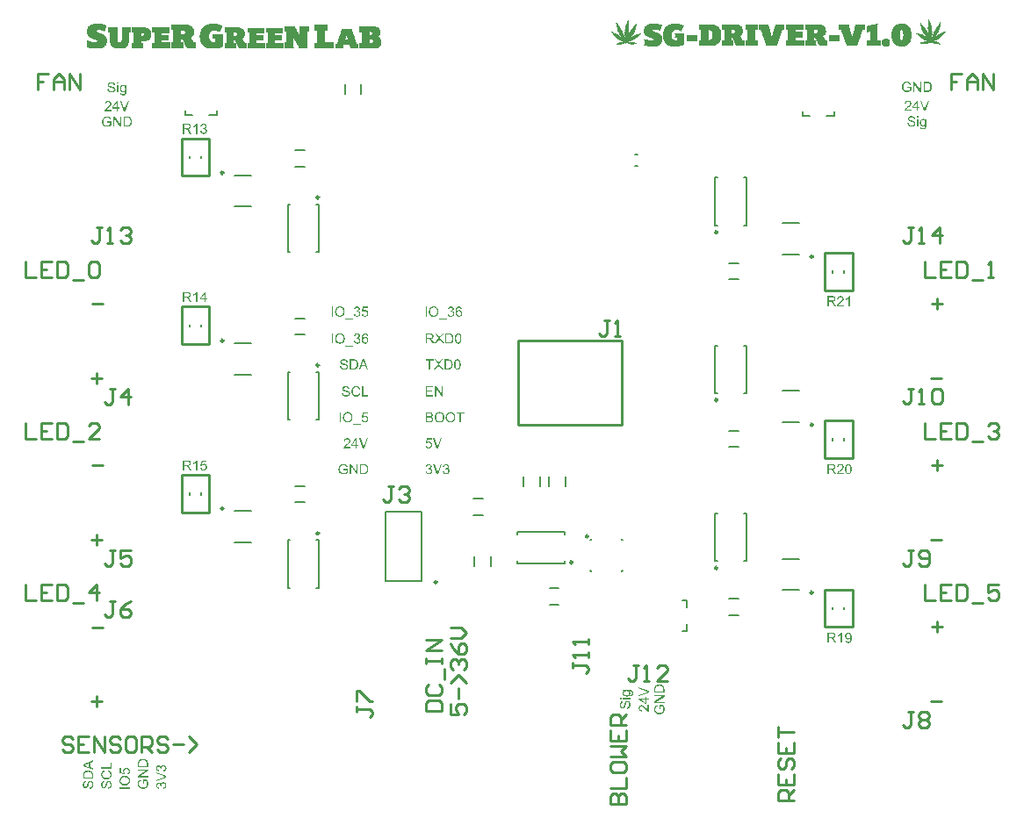
<source format=gto>
%FSLAX25Y25*%
%MOIN*%
G70*
G01*
G75*
%ADD10C,0.01772*%
%ADD11C,0.01969*%
%ADD12R,0.06693X0.09843*%
%ADD13R,0.09843X0.06693*%
%ADD14R,0.03158X0.03827*%
%ADD15R,0.03827X0.03158*%
%ADD16R,0.08661X0.04724*%
%ADD17R,0.08661X0.13780*%
%ADD18R,0.06693X0.07874*%
%ADD19R,0.05315X0.01772*%
%ADD20R,0.06693X0.14567*%
%ADD21R,0.03150X0.01181*%
%ADD22R,0.01181X0.03150*%
%ADD23R,0.06693X0.06693*%
%ADD24C,0.03150*%
%ADD25R,0.03543X0.05906*%
%ADD26R,0.05906X0.03543*%
%ADD27R,0.19685X0.19685*%
%ADD28R,0.15354X0.24410*%
%ADD29R,0.12992X0.17323*%
%ADD30R,0.01575X0.03150*%
%ADD31R,0.03937X0.03543*%
%ADD32R,0.07087X0.15354*%
%ADD33R,0.05118X0.21654*%
%ADD34R,0.15354X0.07087*%
%ADD35R,0.21654X0.05118*%
%ADD36R,0.02362X0.01969*%
%ADD37R,0.01969X0.02362*%
%ADD38R,0.03543X0.02362*%
%ADD39R,0.02362X0.03543*%
%ADD40R,0.02756X0.05118*%
%ADD41R,0.05118X0.02756*%
%ADD42R,0.06890X0.04724*%
%ADD43R,0.04724X0.06890*%
%ADD44R,0.06299X0.22441*%
%ADD45R,0.22441X0.06299*%
%ADD46C,0.03937*%
%ADD47C,0.00787*%
%ADD48C,0.01181*%
%ADD49C,0.01575*%
%ADD50C,0.02362*%
%ADD51C,0.05906*%
%ADD52C,0.01378*%
%ADD53C,0.02953*%
%ADD54C,0.03150*%
%ADD55C,0.00591*%
%ADD56R,0.10433X0.04331*%
%ADD57R,0.09449X0.04331*%
%ADD58R,0.06200X0.08500*%
%ADD59R,0.08500X0.06200*%
%ADD60R,0.06200X0.17300*%
%ADD61R,0.04331X0.09449*%
%ADD62R,0.25000X0.04331*%
%ADD63R,0.09055X0.04331*%
%ADD64R,0.11417X0.09449*%
%ADD65R,0.07087X0.04331*%
%ADD66R,0.04232X0.02854*%
%ADD67C,0.23622*%
%ADD68C,0.05906*%
%ADD69C,0.09055*%
%ADD70C,0.03543*%
%ADD71C,0.07874*%
%ADD72C,0.06299*%
%ADD73C,0.02362*%
%ADD74C,0.02598*%
%ADD75C,0.04000*%
%ADD76C,0.17716*%
%ADD77C,0.03740*%
%ADD78C,0.11614*%
%ADD79C,0.10236*%
%ADD80C,0.02756*%
%ADD81C,0.07874*%
%ADD82R,0.05906X0.04232*%
%ADD83R,0.05915X0.03248*%
%ADD84R,0.11811X0.19685*%
%ADD85R,0.19685X0.11811*%
%ADD86R,0.11811X0.11811*%
%ADD87R,0.09055X0.08764*%
%ADD88R,0.09055X0.04331*%
%ADD89R,0.08563X0.04331*%
%ADD90R,0.19488X0.10925*%
%ADD91R,0.03051X0.09449*%
%ADD92C,0.00984*%
%ADD93C,0.00100*%
%ADD94C,0.01000*%
G36*
X-60679Y-13705D02*
X-60157D01*
Y-14138D01*
X-60679D01*
Y-15059D01*
X-61151D01*
Y-14138D01*
X-62821D01*
Y-13705D01*
X-61062Y-11218D01*
X-60679D01*
Y-13705D01*
D02*
G37*
G36*
X-57860Y-15059D02*
X-58393D01*
X-59880Y-11218D01*
X-59325D01*
X-58326Y-14010D01*
Y-14016D01*
X-58320Y-14027D01*
X-58315Y-14043D01*
X-58304Y-14066D01*
X-58298Y-14099D01*
X-58287Y-14132D01*
X-58259Y-14216D01*
X-58226Y-14310D01*
X-58193Y-14415D01*
X-58126Y-14637D01*
Y-14632D01*
X-58121Y-14621D01*
X-58115Y-14604D01*
X-58109Y-14582D01*
X-58093Y-14521D01*
X-58065Y-14437D01*
X-58037Y-14343D01*
X-58004Y-14238D01*
X-57965Y-14127D01*
X-57921Y-14010D01*
X-56877Y-11218D01*
X-56361D01*
X-57860Y-15059D01*
D02*
G37*
G36*
X-29390Y16873D02*
X-27952Y14858D01*
X-28580D01*
X-29551Y16224D01*
X-29556Y16229D01*
X-29567Y16246D01*
X-29579Y16268D01*
X-29601Y16296D01*
X-29651Y16373D01*
X-29706Y16457D01*
X-29712Y16451D01*
X-29728Y16429D01*
X-29751Y16396D01*
X-29778Y16351D01*
X-29839Y16262D01*
X-29867Y16224D01*
X-29889Y16190D01*
X-30861Y14858D01*
X-31471D01*
X-29989Y16845D01*
X-31299Y18699D01*
X-30694D01*
X-29995Y17711D01*
Y17705D01*
X-29984Y17700D01*
X-29973Y17683D01*
X-29956Y17661D01*
X-29923Y17605D01*
X-29873Y17539D01*
X-29823Y17461D01*
X-29773Y17383D01*
X-29728Y17311D01*
X-29689Y17245D01*
X-29684Y17256D01*
X-29667Y17278D01*
X-29640Y17323D01*
X-29601Y17378D01*
X-29556Y17439D01*
X-29501Y17517D01*
X-29445Y17594D01*
X-29379Y17678D01*
X-28613Y18699D01*
X-28058D01*
X-29390Y16873D01*
D02*
G37*
G36*
X-64281Y-11207D02*
X-64237Y-11213D01*
X-64181Y-11218D01*
X-64120Y-11230D01*
X-64059Y-11241D01*
X-63915Y-11280D01*
X-63771Y-11335D01*
X-63698Y-11368D01*
X-63626Y-11407D01*
X-63560Y-11457D01*
X-63499Y-11513D01*
X-63493Y-11518D01*
X-63482Y-11524D01*
X-63471Y-11546D01*
X-63449Y-11568D01*
X-63421Y-11596D01*
X-63393Y-11635D01*
X-63365Y-11674D01*
X-63332Y-11723D01*
X-63276Y-11829D01*
X-63221Y-11962D01*
X-63199Y-12029D01*
X-63188Y-12106D01*
X-63177Y-12184D01*
X-63171Y-12267D01*
Y-12279D01*
Y-12306D01*
X-63177Y-12351D01*
X-63182Y-12412D01*
X-63193Y-12478D01*
X-63216Y-12556D01*
X-63238Y-12639D01*
X-63271Y-12722D01*
X-63276Y-12734D01*
X-63288Y-12761D01*
X-63310Y-12806D01*
X-63343Y-12867D01*
X-63388Y-12933D01*
X-63443Y-13017D01*
X-63510Y-13100D01*
X-63587Y-13194D01*
X-63598Y-13205D01*
X-63626Y-13239D01*
X-63654Y-13266D01*
X-63682Y-13294D01*
X-63715Y-13327D01*
X-63759Y-13372D01*
X-63804Y-13416D01*
X-63859Y-13466D01*
X-63915Y-13522D01*
X-63981Y-13583D01*
X-64053Y-13644D01*
X-64131Y-13716D01*
X-64220Y-13788D01*
X-64309Y-13866D01*
X-64314Y-13871D01*
X-64325Y-13882D01*
X-64348Y-13899D01*
X-64375Y-13921D01*
X-64409Y-13955D01*
X-64448Y-13988D01*
X-64536Y-14060D01*
X-64631Y-14143D01*
X-64719Y-14227D01*
X-64797Y-14299D01*
X-64830Y-14326D01*
X-64858Y-14354D01*
X-64864Y-14360D01*
X-64881Y-14376D01*
X-64903Y-14399D01*
X-64930Y-14432D01*
X-64958Y-14471D01*
X-64991Y-14510D01*
X-65058Y-14604D01*
X-63165D01*
Y-15059D01*
X-65713D01*
Y-15054D01*
Y-15031D01*
Y-14998D01*
X-65707Y-14954D01*
X-65702Y-14904D01*
X-65691Y-14848D01*
X-65680Y-14793D01*
X-65658Y-14732D01*
Y-14726D01*
X-65652Y-14720D01*
X-65641Y-14687D01*
X-65619Y-14637D01*
X-65585Y-14571D01*
X-65541Y-14493D01*
X-65485Y-14404D01*
X-65424Y-14315D01*
X-65347Y-14221D01*
Y-14216D01*
X-65336Y-14210D01*
X-65308Y-14177D01*
X-65258Y-14127D01*
X-65186Y-14054D01*
X-65102Y-13971D01*
X-64997Y-13871D01*
X-64869Y-13760D01*
X-64731Y-13644D01*
X-64725Y-13638D01*
X-64703Y-13622D01*
X-64670Y-13594D01*
X-64631Y-13561D01*
X-64581Y-13516D01*
X-64520Y-13466D01*
X-64459Y-13411D01*
X-64386Y-13350D01*
X-64248Y-13216D01*
X-64109Y-13083D01*
X-64042Y-13017D01*
X-63981Y-12950D01*
X-63926Y-12889D01*
X-63881Y-12828D01*
Y-12822D01*
X-63870Y-12817D01*
X-63859Y-12800D01*
X-63848Y-12778D01*
X-63809Y-12717D01*
X-63765Y-12645D01*
X-63726Y-12556D01*
X-63687Y-12462D01*
X-63665Y-12356D01*
X-63654Y-12256D01*
Y-12251D01*
Y-12245D01*
X-63660Y-12212D01*
X-63665Y-12156D01*
X-63682Y-12095D01*
X-63704Y-12018D01*
X-63743Y-11940D01*
X-63793Y-11862D01*
X-63859Y-11785D01*
X-63870Y-11773D01*
X-63898Y-11751D01*
X-63937Y-11723D01*
X-63998Y-11685D01*
X-64076Y-11651D01*
X-64165Y-11618D01*
X-64270Y-11596D01*
X-64386Y-11590D01*
X-64420D01*
X-64442Y-11596D01*
X-64509Y-11601D01*
X-64586Y-11618D01*
X-64670Y-11640D01*
X-64764Y-11679D01*
X-64853Y-11729D01*
X-64936Y-11796D01*
X-64947Y-11807D01*
X-64969Y-11834D01*
X-65003Y-11879D01*
X-65036Y-11946D01*
X-65075Y-12023D01*
X-65108Y-12123D01*
X-65130Y-12234D01*
X-65141Y-12362D01*
X-65624Y-12312D01*
Y-12306D01*
X-65619Y-12290D01*
Y-12262D01*
X-65613Y-12223D01*
X-65602Y-12179D01*
X-65591Y-12129D01*
X-65574Y-12068D01*
X-65558Y-12007D01*
X-65513Y-11873D01*
X-65447Y-11740D01*
X-65408Y-11674D01*
X-65358Y-11607D01*
X-65308Y-11546D01*
X-65252Y-11490D01*
X-65247Y-11485D01*
X-65236Y-11479D01*
X-65219Y-11463D01*
X-65191Y-11446D01*
X-65158Y-11424D01*
X-65119Y-11402D01*
X-65075Y-11374D01*
X-65019Y-11346D01*
X-64958Y-11318D01*
X-64892Y-11291D01*
X-64819Y-11268D01*
X-64742Y-11246D01*
X-64658Y-11230D01*
X-64570Y-11213D01*
X-64475Y-11207D01*
X-64375Y-11202D01*
X-64320D01*
X-64281Y-11207D01*
D02*
G37*
G36*
X-57960Y-21067D02*
X-57849Y-21072D01*
X-57738Y-21083D01*
X-57627Y-21100D01*
X-57532Y-21116D01*
X-57527D01*
X-57516Y-21122D01*
X-57499D01*
X-57477Y-21133D01*
X-57416Y-21150D01*
X-57338Y-21178D01*
X-57249Y-21216D01*
X-57155Y-21266D01*
X-57060Y-21322D01*
X-56972Y-21394D01*
X-56966Y-21399D01*
X-56961Y-21405D01*
X-56944Y-21422D01*
X-56922Y-21438D01*
X-56866Y-21494D01*
X-56800Y-21572D01*
X-56727Y-21666D01*
X-56650Y-21777D01*
X-56578Y-21905D01*
X-56517Y-22049D01*
Y-22054D01*
X-56511Y-22065D01*
X-56500Y-22088D01*
X-56494Y-22121D01*
X-56478Y-22160D01*
X-56467Y-22204D01*
X-56456Y-22254D01*
X-56439Y-22315D01*
X-56422Y-22376D01*
X-56411Y-22448D01*
X-56383Y-22604D01*
X-56367Y-22776D01*
X-56361Y-22965D01*
Y-22970D01*
Y-22981D01*
Y-23009D01*
Y-23037D01*
X-56367Y-23076D01*
Y-23120D01*
X-56372Y-23225D01*
X-56389Y-23348D01*
X-56406Y-23475D01*
X-56433Y-23608D01*
X-56467Y-23742D01*
Y-23747D01*
X-56472Y-23758D01*
X-56478Y-23775D01*
X-56483Y-23797D01*
X-56506Y-23858D01*
X-56539Y-23936D01*
X-56572Y-24025D01*
X-56616Y-24114D01*
X-56672Y-24208D01*
X-56727Y-24297D01*
X-56733Y-24308D01*
X-56755Y-24336D01*
X-56789Y-24374D01*
X-56833Y-24424D01*
X-56883Y-24480D01*
X-56944Y-24535D01*
X-57005Y-24596D01*
X-57077Y-24646D01*
X-57088Y-24652D01*
X-57111Y-24668D01*
X-57149Y-24691D01*
X-57205Y-24718D01*
X-57271Y-24752D01*
X-57349Y-24780D01*
X-57438Y-24813D01*
X-57538Y-24840D01*
X-57549D01*
X-57566Y-24846D01*
X-57582Y-24852D01*
X-57638Y-24857D01*
X-57715Y-24868D01*
X-57804Y-24879D01*
X-57910Y-24891D01*
X-58026Y-24896D01*
X-58154Y-24902D01*
X-59536D01*
Y-21061D01*
X-58060D01*
X-57960Y-21067D01*
D02*
G37*
G36*
X-60391Y-24902D02*
X-60918D01*
X-62927Y-21888D01*
Y-24902D01*
X-63415D01*
Y-21061D01*
X-62894D01*
X-60879Y-24080D01*
Y-21061D01*
X-60391D01*
Y-24902D01*
D02*
G37*
G36*
X-32281Y-11722D02*
X-33819D01*
X-34024Y-12760D01*
X-34018Y-12754D01*
X-34007Y-12749D01*
X-33991Y-12738D01*
X-33963Y-12721D01*
X-33930Y-12704D01*
X-33891Y-12682D01*
X-33802Y-12638D01*
X-33691Y-12593D01*
X-33569Y-12554D01*
X-33436Y-12527D01*
X-33369Y-12516D01*
X-33247D01*
X-33214Y-12521D01*
X-33169Y-12527D01*
X-33119Y-12532D01*
X-33064Y-12543D01*
X-33003Y-12560D01*
X-32870Y-12599D01*
X-32798Y-12627D01*
X-32725Y-12665D01*
X-32653Y-12704D01*
X-32581Y-12749D01*
X-32515Y-12804D01*
X-32448Y-12865D01*
X-32442Y-12871D01*
X-32431Y-12882D01*
X-32415Y-12899D01*
X-32392Y-12926D01*
X-32365Y-12965D01*
X-32337Y-13004D01*
X-32304Y-13054D01*
X-32270Y-13109D01*
X-32243Y-13170D01*
X-32209Y-13237D01*
X-32182Y-13315D01*
X-32154Y-13392D01*
X-32131Y-13476D01*
X-32115Y-13570D01*
X-32104Y-13664D01*
X-32098Y-13764D01*
Y-13770D01*
Y-13787D01*
Y-13814D01*
X-32104Y-13853D01*
X-32109Y-13897D01*
X-32115Y-13948D01*
X-32126Y-14008D01*
X-32137Y-14070D01*
X-32170Y-14214D01*
X-32226Y-14364D01*
X-32259Y-14441D01*
X-32304Y-14514D01*
X-32348Y-14591D01*
X-32403Y-14663D01*
X-32409Y-14669D01*
X-32420Y-14686D01*
X-32442Y-14708D01*
X-32470Y-14736D01*
X-32509Y-14769D01*
X-32553Y-14813D01*
X-32609Y-14852D01*
X-32670Y-14897D01*
X-32737Y-14941D01*
X-32814Y-14980D01*
X-32897Y-15019D01*
X-32986Y-15057D01*
X-33081Y-15085D01*
X-33186Y-15107D01*
X-33297Y-15124D01*
X-33414Y-15130D01*
X-33463D01*
X-33502Y-15124D01*
X-33547Y-15119D01*
X-33597Y-15113D01*
X-33658Y-15107D01*
X-33719Y-15091D01*
X-33858Y-15057D01*
X-33996Y-15008D01*
X-34069Y-14974D01*
X-34141Y-14935D01*
X-34207Y-14891D01*
X-34274Y-14841D01*
X-34279Y-14836D01*
X-34291Y-14830D01*
X-34302Y-14808D01*
X-34324Y-14785D01*
X-34352Y-14758D01*
X-34379Y-14724D01*
X-34413Y-14680D01*
X-34440Y-14630D01*
X-34474Y-14580D01*
X-34507Y-14519D01*
X-34568Y-14386D01*
X-34618Y-14231D01*
X-34635Y-14147D01*
X-34646Y-14058D01*
X-34152Y-14020D01*
Y-14025D01*
Y-14036D01*
X-34146Y-14053D01*
X-34141Y-14081D01*
X-34124Y-14142D01*
X-34102Y-14225D01*
X-34069Y-14308D01*
X-34024Y-14402D01*
X-33969Y-14486D01*
X-33902Y-14563D01*
X-33891Y-14569D01*
X-33869Y-14591D01*
X-33824Y-14619D01*
X-33763Y-14652D01*
X-33697Y-14686D01*
X-33613Y-14713D01*
X-33519Y-14736D01*
X-33414Y-14741D01*
X-33380D01*
X-33358Y-14736D01*
X-33292Y-14730D01*
X-33214Y-14708D01*
X-33119Y-14680D01*
X-33025Y-14636D01*
X-32925Y-14569D01*
X-32881Y-14530D01*
X-32836Y-14486D01*
X-32831Y-14480D01*
X-32825Y-14475D01*
X-32814Y-14458D01*
X-32798Y-14441D01*
X-32759Y-14380D01*
X-32714Y-14303D01*
X-32675Y-14208D01*
X-32637Y-14092D01*
X-32609Y-13953D01*
X-32598Y-13881D01*
Y-13803D01*
Y-13798D01*
Y-13787D01*
Y-13764D01*
X-32603Y-13736D01*
Y-13703D01*
X-32609Y-13664D01*
X-32625Y-13576D01*
X-32653Y-13470D01*
X-32692Y-13365D01*
X-32748Y-13265D01*
X-32825Y-13170D01*
Y-13165D01*
X-32836Y-13159D01*
X-32864Y-13132D01*
X-32914Y-13093D01*
X-32981Y-13048D01*
X-33070Y-13010D01*
X-33169Y-12971D01*
X-33286Y-12943D01*
X-33353Y-12932D01*
X-33458D01*
X-33502Y-12937D01*
X-33558Y-12943D01*
X-33625Y-12959D01*
X-33691Y-12976D01*
X-33763Y-13004D01*
X-33835Y-13037D01*
X-33841Y-13043D01*
X-33863Y-13054D01*
X-33896Y-13082D01*
X-33941Y-13109D01*
X-33985Y-13148D01*
X-34030Y-13198D01*
X-34080Y-13248D01*
X-34118Y-13309D01*
X-34562Y-13248D01*
X-34191Y-11272D01*
X-32281D01*
Y-11722D01*
D02*
G37*
G36*
X-29845Y-15063D02*
X-30378D01*
X-31865Y-11222D01*
X-31310D01*
X-30311Y-14014D01*
Y-14020D01*
X-30306Y-14031D01*
X-30300Y-14047D01*
X-30289Y-14070D01*
X-30283Y-14103D01*
X-30272Y-14136D01*
X-30244Y-14219D01*
X-30211Y-14314D01*
X-30178Y-14419D01*
X-30111Y-14641D01*
Y-14636D01*
X-30106Y-14625D01*
X-30100Y-14608D01*
X-30095Y-14586D01*
X-30078Y-14525D01*
X-30050Y-14441D01*
X-30022Y-14347D01*
X-29989Y-14242D01*
X-29950Y-14131D01*
X-29906Y-14014D01*
X-28863Y-11222D01*
X-28346D01*
X-29845Y-15063D01*
D02*
G37*
G36*
X-32820Y28536D02*
X-32770D01*
X-32653Y28530D01*
X-32531Y28514D01*
X-32398Y28497D01*
X-32276Y28469D01*
X-32215Y28453D01*
X-32165Y28436D01*
X-32159D01*
X-32154Y28430D01*
X-32120Y28414D01*
X-32070Y28392D01*
X-32009Y28353D01*
X-31943Y28303D01*
X-31871Y28236D01*
X-31804Y28158D01*
X-31738Y28070D01*
Y28064D01*
X-31732Y28058D01*
X-31710Y28025D01*
X-31688Y27970D01*
X-31654Y27898D01*
X-31626Y27814D01*
X-31599Y27714D01*
X-31582Y27609D01*
X-31576Y27492D01*
Y27487D01*
Y27476D01*
Y27454D01*
X-31582Y27426D01*
Y27387D01*
X-31588Y27348D01*
X-31610Y27254D01*
X-31643Y27143D01*
X-31688Y27026D01*
X-31754Y26910D01*
X-31798Y26854D01*
X-31843Y26799D01*
X-31848Y26793D01*
X-31854Y26788D01*
X-31871Y26771D01*
X-31893Y26754D01*
X-31921Y26732D01*
X-31954Y26710D01*
X-31998Y26682D01*
X-32043Y26649D01*
X-32098Y26621D01*
X-32159Y26593D01*
X-32226Y26560D01*
X-32298Y26532D01*
X-32381Y26510D01*
X-32465Y26482D01*
X-32559Y26466D01*
X-32659Y26449D01*
X-32648Y26443D01*
X-32625Y26432D01*
X-32592Y26410D01*
X-32548Y26388D01*
X-32448Y26327D01*
X-32398Y26288D01*
X-32353Y26255D01*
X-32342Y26244D01*
X-32315Y26216D01*
X-32270Y26171D01*
X-32215Y26116D01*
X-32154Y26038D01*
X-32082Y25955D01*
X-32009Y25855D01*
X-31932Y25744D01*
X-31271Y24701D01*
X-31904D01*
X-32409Y25500D01*
Y25506D01*
X-32420Y25517D01*
X-32431Y25533D01*
X-32448Y25556D01*
X-32487Y25616D01*
X-32537Y25694D01*
X-32598Y25778D01*
X-32659Y25866D01*
X-32720Y25949D01*
X-32775Y26027D01*
X-32781Y26033D01*
X-32798Y26055D01*
X-32825Y26088D01*
X-32864Y26127D01*
X-32947Y26210D01*
X-32992Y26249D01*
X-33036Y26283D01*
X-33042Y26288D01*
X-33053Y26294D01*
X-33075Y26305D01*
X-33108Y26321D01*
X-33142Y26338D01*
X-33180Y26355D01*
X-33269Y26382D01*
X-33275D01*
X-33286Y26388D01*
X-33308D01*
X-33336Y26393D01*
X-33375Y26399D01*
X-33419D01*
X-33480Y26405D01*
X-34135D01*
Y24701D01*
X-34646D01*
Y28541D01*
X-32864D01*
X-32820Y28536D01*
D02*
G37*
G36*
X-25621D02*
X-25510Y28530D01*
X-25399Y28519D01*
X-25288Y28503D01*
X-25194Y28486D01*
X-25188D01*
X-25177Y28480D01*
X-25161D01*
X-25139Y28469D01*
X-25078Y28453D01*
X-25000Y28425D01*
X-24911Y28386D01*
X-24817Y28336D01*
X-24722Y28280D01*
X-24633Y28208D01*
X-24628Y28203D01*
X-24622Y28197D01*
X-24606Y28181D01*
X-24584Y28164D01*
X-24528Y28109D01*
X-24461Y28031D01*
X-24389Y27936D01*
X-24312Y27825D01*
X-24239Y27698D01*
X-24178Y27553D01*
Y27548D01*
X-24173Y27537D01*
X-24162Y27515D01*
X-24156Y27481D01*
X-24139Y27442D01*
X-24128Y27398D01*
X-24117Y27348D01*
X-24101Y27287D01*
X-24084Y27226D01*
X-24073Y27154D01*
X-24045Y26998D01*
X-24028Y26826D01*
X-24023Y26638D01*
Y26632D01*
Y26621D01*
Y26593D01*
Y26566D01*
X-24028Y26527D01*
Y26482D01*
X-24034Y26377D01*
X-24051Y26255D01*
X-24067Y26127D01*
X-24095Y25994D01*
X-24128Y25861D01*
Y25855D01*
X-24134Y25844D01*
X-24139Y25827D01*
X-24145Y25805D01*
X-24167Y25744D01*
X-24201Y25666D01*
X-24234Y25578D01*
X-24278Y25489D01*
X-24334Y25394D01*
X-24389Y25306D01*
X-24395Y25295D01*
X-24417Y25267D01*
X-24450Y25228D01*
X-24495Y25178D01*
X-24545Y25123D01*
X-24606Y25067D01*
X-24667Y25006D01*
X-24739Y24956D01*
X-24750Y24950D01*
X-24772Y24934D01*
X-24811Y24912D01*
X-24867Y24884D01*
X-24933Y24851D01*
X-25011Y24823D01*
X-25100Y24790D01*
X-25200Y24762D01*
X-25211D01*
X-25227Y24756D01*
X-25244Y24751D01*
X-25300Y24745D01*
X-25377Y24734D01*
X-25466Y24723D01*
X-25571Y24712D01*
X-25688Y24706D01*
X-25816Y24701D01*
X-27198D01*
Y28541D01*
X-25721D01*
X-25621Y28536D01*
D02*
G37*
G36*
X-28052Y4622D02*
X-28580D01*
X-30589Y7636D01*
Y4622D01*
X-31077D01*
Y8463D01*
X-30555D01*
X-28541Y5443D01*
Y8463D01*
X-28052D01*
Y4622D01*
D02*
G37*
G36*
X-22153Y28552D02*
X-22081Y28541D01*
X-21997Y28525D01*
X-21908Y28503D01*
X-21814Y28475D01*
X-21725Y28430D01*
X-21720D01*
X-21714Y28425D01*
X-21686Y28408D01*
X-21642Y28380D01*
X-21587Y28342D01*
X-21526Y28286D01*
X-21459Y28225D01*
X-21398Y28153D01*
X-21337Y28070D01*
X-21331Y28058D01*
X-21309Y28031D01*
X-21287Y27981D01*
X-21248Y27909D01*
X-21215Y27825D01*
X-21170Y27731D01*
X-21131Y27620D01*
X-21098Y27498D01*
Y27492D01*
X-21093Y27481D01*
X-21087Y27465D01*
X-21081Y27437D01*
X-21076Y27404D01*
X-21070Y27365D01*
X-21059Y27315D01*
X-21054Y27259D01*
X-21043Y27198D01*
X-21037Y27132D01*
X-21032Y27054D01*
X-21020Y26976D01*
X-21015Y26888D01*
Y26799D01*
X-21009Y26699D01*
Y26593D01*
Y26588D01*
Y26566D01*
Y26527D01*
Y26482D01*
X-21015Y26421D01*
Y26355D01*
X-21020Y26283D01*
X-21026Y26205D01*
X-21043Y26027D01*
X-21070Y25844D01*
X-21104Y25666D01*
X-21126Y25583D01*
X-21154Y25500D01*
Y25494D01*
X-21159Y25483D01*
X-21170Y25461D01*
X-21181Y25433D01*
X-21192Y25394D01*
X-21215Y25356D01*
X-21259Y25261D01*
X-21315Y25161D01*
X-21387Y25050D01*
X-21470Y24950D01*
X-21570Y24856D01*
X-21575D01*
X-21581Y24845D01*
X-21598Y24834D01*
X-21620Y24823D01*
X-21648Y24806D01*
X-21675Y24784D01*
X-21759Y24745D01*
X-21858Y24706D01*
X-21975Y24667D01*
X-22114Y24645D01*
X-22264Y24634D01*
X-22319D01*
X-22358Y24640D01*
X-22402Y24645D01*
X-22458Y24656D01*
X-22519Y24667D01*
X-22585Y24684D01*
X-22652Y24706D01*
X-22724Y24728D01*
X-22796Y24762D01*
X-22869Y24801D01*
X-22941Y24845D01*
X-23013Y24901D01*
X-23079Y24962D01*
X-23141Y25028D01*
X-23146Y25034D01*
X-23157Y25050D01*
X-23174Y25078D01*
X-23202Y25123D01*
X-23229Y25172D01*
X-23257Y25239D01*
X-23296Y25317D01*
X-23329Y25406D01*
X-23362Y25506D01*
X-23396Y25622D01*
X-23429Y25750D01*
X-23457Y25894D01*
X-23485Y26049D01*
X-23501Y26216D01*
X-23512Y26399D01*
X-23518Y26593D01*
Y26599D01*
Y26621D01*
Y26660D01*
Y26704D01*
X-23512Y26765D01*
Y26832D01*
X-23507Y26904D01*
X-23501Y26987D01*
X-23485Y27159D01*
X-23457Y27343D01*
X-23424Y27526D01*
X-23401Y27609D01*
X-23379Y27692D01*
Y27698D01*
X-23374Y27709D01*
X-23362Y27731D01*
X-23351Y27759D01*
X-23340Y27798D01*
X-23318Y27836D01*
X-23274Y27931D01*
X-23218Y28031D01*
X-23146Y28136D01*
X-23063Y28242D01*
X-22963Y28330D01*
X-22957D01*
X-22952Y28342D01*
X-22935Y28353D01*
X-22913Y28364D01*
X-22885Y28386D01*
X-22852Y28403D01*
X-22769Y28447D01*
X-22669Y28486D01*
X-22552Y28525D01*
X-22413Y28547D01*
X-22264Y28558D01*
X-22214D01*
X-22153Y28552D01*
D02*
G37*
G36*
X-31604Y18244D02*
X-32870D01*
Y14858D01*
X-33380D01*
Y18244D01*
X-34646D01*
Y18699D01*
X-31604D01*
Y18244D01*
D02*
G37*
G36*
X-25921Y18693D02*
X-25810Y18688D01*
X-25699Y18677D01*
X-25588Y18660D01*
X-25494Y18643D01*
X-25488D01*
X-25477Y18638D01*
X-25460D01*
X-25438Y18627D01*
X-25377Y18610D01*
X-25300Y18582D01*
X-25211Y18543D01*
X-25116Y18494D01*
X-25022Y18438D01*
X-24933Y18366D01*
X-24928Y18360D01*
X-24922Y18355D01*
X-24905Y18338D01*
X-24883Y18322D01*
X-24828Y18266D01*
X-24761Y18188D01*
X-24689Y18094D01*
X-24611Y17983D01*
X-24539Y17855D01*
X-24478Y17711D01*
Y17705D01*
X-24473Y17694D01*
X-24461Y17672D01*
X-24456Y17639D01*
X-24439Y17600D01*
X-24428Y17556D01*
X-24417Y17506D01*
X-24400Y17445D01*
X-24384Y17383D01*
X-24373Y17311D01*
X-24345Y17156D01*
X-24328Y16984D01*
X-24323Y16795D01*
Y16790D01*
Y16779D01*
Y16751D01*
Y16723D01*
X-24328Y16684D01*
Y16640D01*
X-24334Y16534D01*
X-24350Y16412D01*
X-24367Y16285D01*
X-24395Y16151D01*
X-24428Y16018D01*
Y16013D01*
X-24434Y16002D01*
X-24439Y15985D01*
X-24445Y15963D01*
X-24467Y15902D01*
X-24500Y15824D01*
X-24534Y15735D01*
X-24578Y15646D01*
X-24633Y15552D01*
X-24689Y15463D01*
X-24694Y15452D01*
X-24717Y15424D01*
X-24750Y15385D01*
X-24794Y15336D01*
X-24844Y15280D01*
X-24905Y15225D01*
X-24967Y15164D01*
X-25039Y15114D01*
X-25050Y15108D01*
X-25072Y15091D01*
X-25111Y15069D01*
X-25166Y15041D01*
X-25233Y15008D01*
X-25311Y14980D01*
X-25399Y14947D01*
X-25499Y14919D01*
X-25510D01*
X-25527Y14914D01*
X-25544Y14908D01*
X-25599Y14903D01*
X-25677Y14892D01*
X-25766Y14881D01*
X-25871Y14869D01*
X-25988Y14864D01*
X-26115Y14858D01*
X-27497D01*
Y18699D01*
X-26021D01*
X-25921Y18693D01*
D02*
G37*
G36*
X-29090Y26715D02*
X-27653Y24701D01*
X-28280D01*
X-29251Y26066D01*
X-29257Y26072D01*
X-29268Y26088D01*
X-29279Y26111D01*
X-29301Y26138D01*
X-29351Y26216D01*
X-29406Y26299D01*
X-29412Y26294D01*
X-29429Y26271D01*
X-29451Y26238D01*
X-29479Y26194D01*
X-29540Y26105D01*
X-29567Y26066D01*
X-29590Y26033D01*
X-30561Y24701D01*
X-31171D01*
X-29689Y26688D01*
X-30999Y28541D01*
X-30394D01*
X-29695Y27553D01*
Y27548D01*
X-29684Y27542D01*
X-29673Y27526D01*
X-29656Y27503D01*
X-29623Y27448D01*
X-29573Y27381D01*
X-29523Y27304D01*
X-29473Y27226D01*
X-29429Y27154D01*
X-29390Y27087D01*
X-29384Y27098D01*
X-29368Y27121D01*
X-29340Y27165D01*
X-29301Y27220D01*
X-29257Y27281D01*
X-29201Y27359D01*
X-29146Y27437D01*
X-29079Y27520D01*
X-28313Y28541D01*
X-27758D01*
X-29090Y26715D01*
D02*
G37*
G36*
X-22452Y18710D02*
X-22380Y18699D01*
X-22297Y18682D01*
X-22208Y18660D01*
X-22114Y18632D01*
X-22025Y18588D01*
X-22019D01*
X-22014Y18582D01*
X-21986Y18566D01*
X-21942Y18538D01*
X-21886Y18499D01*
X-21825Y18444D01*
X-21759Y18383D01*
X-21698Y18310D01*
X-21636Y18227D01*
X-21631Y18216D01*
X-21609Y18188D01*
X-21587Y18138D01*
X-21548Y18066D01*
X-21514Y17983D01*
X-21470Y17889D01*
X-21431Y17778D01*
X-21398Y17655D01*
Y17650D01*
X-21392Y17639D01*
X-21387Y17622D01*
X-21381Y17594D01*
X-21376Y17561D01*
X-21370Y17522D01*
X-21359Y17472D01*
X-21353Y17417D01*
X-21342Y17356D01*
X-21337Y17289D01*
X-21331Y17211D01*
X-21320Y17134D01*
X-21315Y17045D01*
Y16956D01*
X-21309Y16856D01*
Y16751D01*
Y16745D01*
Y16723D01*
Y16684D01*
Y16640D01*
X-21315Y16579D01*
Y16512D01*
X-21320Y16440D01*
X-21326Y16362D01*
X-21342Y16185D01*
X-21370Y16002D01*
X-21403Y15824D01*
X-21426Y15741D01*
X-21453Y15657D01*
Y15652D01*
X-21459Y15641D01*
X-21470Y15619D01*
X-21481Y15591D01*
X-21492Y15552D01*
X-21514Y15513D01*
X-21559Y15419D01*
X-21614Y15319D01*
X-21686Y15208D01*
X-21770Y15108D01*
X-21870Y15014D01*
X-21875D01*
X-21881Y15003D01*
X-21897Y14991D01*
X-21919Y14980D01*
X-21947Y14964D01*
X-21975Y14942D01*
X-22058Y14903D01*
X-22158Y14864D01*
X-22275Y14825D01*
X-22413Y14803D01*
X-22563Y14792D01*
X-22619D01*
X-22658Y14797D01*
X-22702Y14803D01*
X-22758Y14814D01*
X-22819Y14825D01*
X-22885Y14842D01*
X-22952Y14864D01*
X-23024Y14886D01*
X-23096Y14919D01*
X-23168Y14958D01*
X-23240Y15003D01*
X-23313Y15058D01*
X-23379Y15119D01*
X-23440Y15186D01*
X-23446Y15191D01*
X-23457Y15208D01*
X-23473Y15236D01*
X-23501Y15280D01*
X-23529Y15330D01*
X-23557Y15397D01*
X-23596Y15474D01*
X-23629Y15563D01*
X-23662Y15663D01*
X-23696Y15780D01*
X-23729Y15907D01*
X-23757Y16051D01*
X-23784Y16207D01*
X-23801Y16373D01*
X-23812Y16557D01*
X-23818Y16751D01*
Y16756D01*
Y16779D01*
Y16817D01*
Y16862D01*
X-23812Y16923D01*
Y16989D01*
X-23807Y17062D01*
X-23801Y17145D01*
X-23784Y17317D01*
X-23757Y17500D01*
X-23723Y17683D01*
X-23701Y17766D01*
X-23679Y17850D01*
Y17855D01*
X-23673Y17866D01*
X-23662Y17889D01*
X-23651Y17916D01*
X-23640Y17955D01*
X-23618Y17994D01*
X-23573Y18088D01*
X-23518Y18188D01*
X-23446Y18294D01*
X-23362Y18399D01*
X-23263Y18488D01*
X-23257D01*
X-23252Y18499D01*
X-23235Y18510D01*
X-23213Y18521D01*
X-23185Y18543D01*
X-23152Y18560D01*
X-23068Y18605D01*
X-22968Y18643D01*
X-22852Y18682D01*
X-22713Y18704D01*
X-22563Y18715D01*
X-22513D01*
X-22452Y18710D01*
D02*
G37*
G36*
X155016Y113134D02*
X154484D01*
X152996Y116974D01*
X153551D01*
X154550Y114183D01*
Y114177D01*
X154556Y114166D01*
X154561Y114149D01*
X154572Y114127D01*
X154578Y114094D01*
X154589Y114060D01*
X154617Y113977D01*
X154650Y113883D01*
X154683Y113777D01*
X154750Y113556D01*
Y113561D01*
X154756Y113572D01*
X154761Y113589D01*
X154767Y113611D01*
X154783Y113672D01*
X154811Y113755D01*
X154839Y113850D01*
X154872Y113955D01*
X154911Y114066D01*
X154955Y114183D01*
X155999Y116974D01*
X156515D01*
X155016Y113134D01*
D02*
G37*
G36*
X-147723Y110922D02*
X-147612Y110916D01*
X-147501Y110905D01*
X-147390Y110888D01*
X-147296Y110872D01*
X-147291D01*
X-147279Y110866D01*
X-147263D01*
X-147241Y110855D01*
X-147179Y110838D01*
X-147102Y110811D01*
X-147013Y110772D01*
X-146919Y110722D01*
X-146824Y110666D01*
X-146736Y110594D01*
X-146730Y110589D01*
X-146724Y110583D01*
X-146708Y110566D01*
X-146686Y110550D01*
X-146630Y110494D01*
X-146563Y110417D01*
X-146491Y110322D01*
X-146414Y110211D01*
X-146342Y110084D01*
X-146280Y109939D01*
Y109934D01*
X-146275Y109923D01*
X-146264Y109900D01*
X-146258Y109867D01*
X-146242Y109828D01*
X-146230Y109784D01*
X-146219Y109734D01*
X-146203Y109673D01*
X-146186Y109612D01*
X-146175Y109540D01*
X-146147Y109384D01*
X-146131Y109212D01*
X-146125Y109023D01*
Y109018D01*
Y109007D01*
Y108979D01*
Y108951D01*
X-146131Y108913D01*
Y108868D01*
X-146136Y108763D01*
X-146153Y108641D01*
X-146169Y108513D01*
X-146197Y108380D01*
X-146230Y108247D01*
Y108241D01*
X-146236Y108230D01*
X-146242Y108213D01*
X-146247Y108191D01*
X-146269Y108130D01*
X-146303Y108052D01*
X-146336Y107964D01*
X-146380Y107875D01*
X-146436Y107780D01*
X-146491Y107692D01*
X-146497Y107680D01*
X-146519Y107653D01*
X-146552Y107614D01*
X-146597Y107564D01*
X-146647Y107508D01*
X-146708Y107453D01*
X-146769Y107392D01*
X-146841Y107342D01*
X-146852Y107336D01*
X-146874Y107320D01*
X-146913Y107298D01*
X-146969Y107270D01*
X-147035Y107236D01*
X-147113Y107209D01*
X-147202Y107175D01*
X-147302Y107148D01*
X-147313D01*
X-147329Y107142D01*
X-147346Y107136D01*
X-147401Y107131D01*
X-147479Y107120D01*
X-147568Y107109D01*
X-147673Y107098D01*
X-147790Y107092D01*
X-147918Y107087D01*
X-149300D01*
Y110927D01*
X-147823D01*
X-147723Y110922D01*
D02*
G37*
G36*
X148595Y116985D02*
X148640Y116980D01*
X148695Y116974D01*
X148756Y116963D01*
X148817Y116952D01*
X148961Y116913D01*
X149106Y116858D01*
X149178Y116824D01*
X149250Y116786D01*
X149317Y116736D01*
X149378Y116680D01*
X149383Y116675D01*
X149394Y116669D01*
X149405Y116647D01*
X149428Y116625D01*
X149455Y116597D01*
X149483Y116558D01*
X149511Y116519D01*
X149544Y116469D01*
X149600Y116364D01*
X149655Y116231D01*
X149677Y116164D01*
X149688Y116086D01*
X149699Y116009D01*
X149705Y115925D01*
Y115914D01*
Y115886D01*
X149699Y115842D01*
X149694Y115781D01*
X149683Y115714D01*
X149661Y115637D01*
X149638Y115553D01*
X149605Y115470D01*
X149600Y115459D01*
X149589Y115431D01*
X149566Y115387D01*
X149533Y115326D01*
X149489Y115259D01*
X149433Y115176D01*
X149366Y115093D01*
X149289Y114998D01*
X149278Y114987D01*
X149250Y114954D01*
X149222Y114926D01*
X149195Y114899D01*
X149161Y114865D01*
X149117Y114821D01*
X149072Y114777D01*
X149017Y114726D01*
X148961Y114671D01*
X148895Y114610D01*
X148823Y114549D01*
X148745Y114477D01*
X148656Y114405D01*
X148567Y114327D01*
X148562Y114321D01*
X148551Y114310D01*
X148529Y114294D01*
X148501Y114271D01*
X148467Y114238D01*
X148429Y114205D01*
X148340Y114133D01*
X148245Y114049D01*
X148157Y113966D01*
X148079Y113894D01*
X148046Y113866D01*
X148018Y113839D01*
X148012Y113833D01*
X147996Y113816D01*
X147974Y113794D01*
X147946Y113761D01*
X147918Y113722D01*
X147885Y113683D01*
X147818Y113589D01*
X149711D01*
Y113134D01*
X147163D01*
Y113139D01*
Y113161D01*
Y113195D01*
X147169Y113239D01*
X147174Y113289D01*
X147185Y113345D01*
X147196Y113400D01*
X147219Y113461D01*
Y113467D01*
X147224Y113472D01*
X147235Y113505D01*
X147257Y113556D01*
X147291Y113622D01*
X147335Y113700D01*
X147391Y113789D01*
X147452Y113877D01*
X147529Y113972D01*
Y113977D01*
X147541Y113983D01*
X147568Y114016D01*
X147618Y114066D01*
X147690Y114138D01*
X147774Y114222D01*
X147879Y114321D01*
X148007Y114432D01*
X148145Y114549D01*
X148151Y114555D01*
X148173Y114571D01*
X148207Y114599D01*
X148245Y114632D01*
X148295Y114677D01*
X148356Y114726D01*
X148417Y114782D01*
X148490Y114843D01*
X148628Y114976D01*
X148767Y115110D01*
X148834Y115176D01*
X148895Y115243D01*
X148950Y115304D01*
X148995Y115365D01*
Y115370D01*
X149006Y115376D01*
X149017Y115392D01*
X149028Y115415D01*
X149067Y115476D01*
X149111Y115548D01*
X149150Y115637D01*
X149189Y115731D01*
X149211Y115837D01*
X149222Y115936D01*
Y115942D01*
Y115947D01*
X149217Y115981D01*
X149211Y116036D01*
X149195Y116097D01*
X149172Y116175D01*
X149133Y116253D01*
X149083Y116331D01*
X149017Y116408D01*
X149006Y116419D01*
X148978Y116442D01*
X148939Y116469D01*
X148878Y116508D01*
X148800Y116541D01*
X148712Y116575D01*
X148606Y116597D01*
X148490Y116602D01*
X148456D01*
X148434Y116597D01*
X148368Y116591D01*
X148290Y116575D01*
X148207Y116552D01*
X148112Y116514D01*
X148023Y116464D01*
X147940Y116397D01*
X147929Y116386D01*
X147907Y116358D01*
X147874Y116314D01*
X147840Y116247D01*
X147801Y116170D01*
X147768Y116070D01*
X147746Y115959D01*
X147735Y115831D01*
X147252Y115881D01*
Y115886D01*
X147257Y115903D01*
Y115931D01*
X147263Y115970D01*
X147274Y116014D01*
X147285Y116064D01*
X147302Y116125D01*
X147319Y116186D01*
X147363Y116319D01*
X147430Y116453D01*
X147468Y116519D01*
X147518Y116586D01*
X147568Y116647D01*
X147624Y116702D01*
X147629Y116708D01*
X147641Y116713D01*
X147657Y116730D01*
X147685Y116747D01*
X147718Y116769D01*
X147757Y116791D01*
X147801Y116819D01*
X147857Y116847D01*
X147918Y116874D01*
X147985Y116902D01*
X148057Y116924D01*
X148134Y116946D01*
X148218Y116963D01*
X148307Y116980D01*
X148401Y116985D01*
X148501Y116991D01*
X148556D01*
X148595Y116985D01*
D02*
G37*
G36*
X152197Y114488D02*
X152719D01*
Y114055D01*
X152197D01*
Y113134D01*
X151725D01*
Y114055D01*
X150055D01*
Y114488D01*
X151814Y116974D01*
X152197D01*
Y114488D01*
D02*
G37*
G36*
X-155047Y116838D02*
X-155002Y116832D01*
X-154947Y116827D01*
X-154886Y116815D01*
X-154825Y116804D01*
X-154680Y116766D01*
X-154536Y116710D01*
X-154464Y116677D01*
X-154392Y116638D01*
X-154325Y116588D01*
X-154264Y116533D01*
X-154259Y116527D01*
X-154247Y116521D01*
X-154236Y116499D01*
X-154214Y116477D01*
X-154186Y116449D01*
X-154159Y116410D01*
X-154131Y116372D01*
X-154098Y116322D01*
X-154042Y116216D01*
X-153987Y116083D01*
X-153964Y116016D01*
X-153953Y115939D01*
X-153942Y115861D01*
X-153937Y115778D01*
Y115767D01*
Y115739D01*
X-153942Y115694D01*
X-153948Y115633D01*
X-153959Y115567D01*
X-153981Y115489D01*
X-154003Y115406D01*
X-154036Y115323D01*
X-154042Y115312D01*
X-154053Y115284D01*
X-154075Y115239D01*
X-154109Y115178D01*
X-154153Y115112D01*
X-154209Y115028D01*
X-154275Y114945D01*
X-154353Y114851D01*
X-154364Y114840D01*
X-154392Y114806D01*
X-154420Y114779D01*
X-154447Y114751D01*
X-154481Y114718D01*
X-154525Y114673D01*
X-154569Y114629D01*
X-154625Y114579D01*
X-154680Y114523D01*
X-154747Y114462D01*
X-154819Y114401D01*
X-154897Y114329D01*
X-154986Y114257D01*
X-155074Y114179D01*
X-155080Y114174D01*
X-155091Y114163D01*
X-155113Y114146D01*
X-155141Y114124D01*
X-155174Y114091D01*
X-155213Y114057D01*
X-155302Y113985D01*
X-155396Y113902D01*
X-155485Y113819D01*
X-155563Y113746D01*
X-155596Y113719D01*
X-155624Y113691D01*
X-155629Y113685D01*
X-155646Y113669D01*
X-155668Y113646D01*
X-155696Y113613D01*
X-155724Y113574D01*
X-155757Y113535D01*
X-155824Y113441D01*
X-153931D01*
Y112986D01*
X-156479D01*
Y112992D01*
Y113014D01*
Y113047D01*
X-156473Y113092D01*
X-156467Y113141D01*
X-156456Y113197D01*
X-156445Y113252D01*
X-156423Y113313D01*
Y113319D01*
X-156418Y113325D01*
X-156406Y113358D01*
X-156384Y113408D01*
X-156351Y113474D01*
X-156307Y113552D01*
X-156251Y113641D01*
X-156190Y113730D01*
X-156112Y113824D01*
Y113830D01*
X-156101Y113835D01*
X-156073Y113868D01*
X-156023Y113918D01*
X-155951Y113991D01*
X-155868Y114074D01*
X-155763Y114174D01*
X-155635Y114285D01*
X-155496Y114401D01*
X-155491Y114407D01*
X-155468Y114424D01*
X-155435Y114451D01*
X-155396Y114485D01*
X-155346Y114529D01*
X-155285Y114579D01*
X-155224Y114634D01*
X-155152Y114695D01*
X-155013Y114829D01*
X-154875Y114962D01*
X-154808Y115028D01*
X-154747Y115095D01*
X-154691Y115156D01*
X-154647Y115217D01*
Y115223D01*
X-154636Y115228D01*
X-154625Y115245D01*
X-154614Y115267D01*
X-154575Y115328D01*
X-154531Y115400D01*
X-154492Y115489D01*
X-154453Y115583D01*
X-154431Y115689D01*
X-154420Y115789D01*
Y115794D01*
Y115800D01*
X-154425Y115833D01*
X-154431Y115889D01*
X-154447Y115950D01*
X-154469Y116027D01*
X-154508Y116105D01*
X-154558Y116183D01*
X-154625Y116261D01*
X-154636Y116272D01*
X-154664Y116294D01*
X-154702Y116322D01*
X-154764Y116360D01*
X-154841Y116394D01*
X-154930Y116427D01*
X-155035Y116449D01*
X-155152Y116455D01*
X-155185D01*
X-155208Y116449D01*
X-155274Y116444D01*
X-155352Y116427D01*
X-155435Y116405D01*
X-155529Y116366D01*
X-155618Y116316D01*
X-155701Y116249D01*
X-155713Y116238D01*
X-155735Y116211D01*
X-155768Y116166D01*
X-155801Y116100D01*
X-155840Y116022D01*
X-155874Y115922D01*
X-155896Y115811D01*
X-155907Y115683D01*
X-156390Y115733D01*
Y115739D01*
X-156384Y115755D01*
Y115783D01*
X-156379Y115822D01*
X-156368Y115866D01*
X-156356Y115916D01*
X-156340Y115978D01*
X-156323Y116039D01*
X-156279Y116172D01*
X-156212Y116305D01*
X-156173Y116372D01*
X-156123Y116438D01*
X-156073Y116499D01*
X-156018Y116555D01*
X-156012Y116560D01*
X-156001Y116566D01*
X-155985Y116582D01*
X-155957Y116599D01*
X-155923Y116621D01*
X-155885Y116644D01*
X-155840Y116671D01*
X-155785Y116699D01*
X-155724Y116727D01*
X-155657Y116754D01*
X-155585Y116777D01*
X-155507Y116799D01*
X-155424Y116815D01*
X-155335Y116832D01*
X-155241Y116838D01*
X-155141Y116843D01*
X-155086D01*
X-155047Y116838D01*
D02*
G37*
G36*
X-151445Y114340D02*
X-150923D01*
Y113907D01*
X-151445D01*
Y112986D01*
X-151916D01*
Y113907D01*
X-153587D01*
Y114340D01*
X-151828Y116827D01*
X-151445D01*
Y114340D01*
D02*
G37*
G36*
X-150154Y107087D02*
X-150681D01*
X-152691Y110100D01*
Y107087D01*
X-153179D01*
Y110927D01*
X-152657D01*
X-150643Y107908D01*
Y110927D01*
X-150154D01*
Y107087D01*
D02*
G37*
G36*
X-155455Y110988D02*
X-155410D01*
X-155305Y110977D01*
X-155188Y110960D01*
X-155066Y110933D01*
X-154933Y110899D01*
X-154805Y110855D01*
X-154800D01*
X-154789Y110849D01*
X-154772Y110844D01*
X-154750Y110833D01*
X-154689Y110800D01*
X-154611Y110761D01*
X-154528Y110705D01*
X-154439Y110639D01*
X-154356Y110566D01*
X-154278Y110478D01*
X-154267Y110467D01*
X-154245Y110433D01*
X-154211Y110383D01*
X-154167Y110311D01*
X-154123Y110222D01*
X-154073Y110111D01*
X-154023Y109989D01*
X-153984Y109851D01*
X-154445Y109728D01*
Y109734D01*
X-154450Y109739D01*
X-154455Y109756D01*
X-154461Y109778D01*
X-154478Y109828D01*
X-154500Y109895D01*
X-154533Y109973D01*
X-154572Y110045D01*
X-154611Y110122D01*
X-154661Y110189D01*
X-154666Y110195D01*
X-154683Y110217D01*
X-154716Y110245D01*
X-154755Y110283D01*
X-154805Y110328D01*
X-154872Y110372D01*
X-154944Y110417D01*
X-155027Y110455D01*
X-155038Y110461D01*
X-155066Y110472D01*
X-155116Y110489D01*
X-155183Y110511D01*
X-155260Y110528D01*
X-155349Y110544D01*
X-155449Y110555D01*
X-155554Y110561D01*
X-155615D01*
X-155643Y110555D01*
X-155676D01*
X-155760Y110550D01*
X-155854Y110533D01*
X-155960Y110517D01*
X-156060Y110489D01*
X-156159Y110450D01*
X-156170Y110444D01*
X-156204Y110433D01*
X-156248Y110406D01*
X-156304Y110378D01*
X-156370Y110333D01*
X-156442Y110289D01*
X-156509Y110233D01*
X-156570Y110172D01*
X-156576Y110167D01*
X-156598Y110145D01*
X-156626Y110106D01*
X-156659Y110061D01*
X-156698Y110006D01*
X-156737Y109939D01*
X-156775Y109867D01*
X-156814Y109789D01*
Y109784D01*
X-156820Y109773D01*
X-156825Y109756D01*
X-156836Y109728D01*
X-156848Y109695D01*
X-156859Y109656D01*
X-156875Y109612D01*
X-156886Y109562D01*
X-156914Y109445D01*
X-156936Y109312D01*
X-156953Y109173D01*
X-156959Y109018D01*
Y109012D01*
Y108996D01*
Y108968D01*
X-156953Y108935D01*
Y108890D01*
X-156948Y108835D01*
X-156942Y108779D01*
X-156936Y108718D01*
X-156914Y108580D01*
X-156886Y108435D01*
X-156842Y108291D01*
X-156787Y108152D01*
Y108147D01*
X-156775Y108135D01*
X-156770Y108119D01*
X-156753Y108097D01*
X-156714Y108036D01*
X-156653Y107958D01*
X-156581Y107875D01*
X-156492Y107791D01*
X-156387Y107714D01*
X-156270Y107642D01*
X-156265D01*
X-156254Y107636D01*
X-156237Y107625D01*
X-156209Y107614D01*
X-156182Y107603D01*
X-156143Y107592D01*
X-156054Y107558D01*
X-155943Y107531D01*
X-155821Y107503D01*
X-155688Y107481D01*
X-155549Y107475D01*
X-155493D01*
X-155460Y107481D01*
X-155427D01*
X-155344Y107492D01*
X-155244Y107503D01*
X-155138Y107525D01*
X-155022Y107558D01*
X-154905Y107597D01*
X-154900D01*
X-154888Y107603D01*
X-154877Y107608D01*
X-154855Y107619D01*
X-154794Y107647D01*
X-154727Y107680D01*
X-154650Y107719D01*
X-154567Y107764D01*
X-154489Y107814D01*
X-154422Y107869D01*
Y108591D01*
X-155554D01*
Y109046D01*
X-153923D01*
Y107619D01*
X-153928Y107614D01*
X-153939Y107608D01*
X-153962Y107592D01*
X-153989Y107569D01*
X-154023Y107547D01*
X-154061Y107519D01*
X-154111Y107486D01*
X-154161Y107453D01*
X-154278Y107381D01*
X-154411Y107303D01*
X-154550Y107231D01*
X-154700Y107170D01*
X-154705D01*
X-154716Y107164D01*
X-154739Y107159D01*
X-154766Y107148D01*
X-154805Y107136D01*
X-154850Y107120D01*
X-154900Y107109D01*
X-154949Y107098D01*
X-155072Y107070D01*
X-155210Y107042D01*
X-155360Y107026D01*
X-155516Y107020D01*
X-155571D01*
X-155610Y107026D01*
X-155660D01*
X-155721Y107031D01*
X-155788Y107042D01*
X-155860Y107048D01*
X-156021Y107081D01*
X-156193Y107120D01*
X-156370Y107181D01*
X-156459Y107214D01*
X-156548Y107259D01*
X-156553Y107264D01*
X-156570Y107270D01*
X-156592Y107286D01*
X-156626Y107303D01*
X-156665Y107331D01*
X-156703Y107359D01*
X-156809Y107436D01*
X-156920Y107536D01*
X-157036Y107658D01*
X-157147Y107797D01*
X-157247Y107958D01*
Y107964D01*
X-157258Y107980D01*
X-157269Y108002D01*
X-157286Y108041D01*
X-157303Y108080D01*
X-157319Y108135D01*
X-157342Y108191D01*
X-157364Y108258D01*
X-157386Y108330D01*
X-157408Y108413D01*
X-157425Y108496D01*
X-157441Y108585D01*
X-157469Y108779D01*
X-157480Y108985D01*
Y108990D01*
Y109012D01*
Y109040D01*
X-157475Y109079D01*
Y109129D01*
X-157469Y109190D01*
X-157458Y109251D01*
X-157452Y109323D01*
X-157436Y109401D01*
X-157425Y109484D01*
X-157380Y109662D01*
X-157325Y109845D01*
X-157247Y110028D01*
X-157242Y110034D01*
X-157236Y110050D01*
X-157225Y110073D01*
X-157203Y110106D01*
X-157181Y110150D01*
X-157153Y110195D01*
X-157075Y110300D01*
X-156981Y110422D01*
X-156864Y110539D01*
X-156731Y110655D01*
X-156653Y110705D01*
X-156576Y110755D01*
X-156570Y110761D01*
X-156553Y110766D01*
X-156531Y110777D01*
X-156498Y110794D01*
X-156454Y110811D01*
X-156404Y110833D01*
X-156348Y110855D01*
X-156281Y110877D01*
X-156209Y110899D01*
X-156132Y110916D01*
X-156048Y110938D01*
X-155960Y110955D01*
X-155765Y110983D01*
X-155666Y110994D01*
X-155488D01*
X-155455Y110988D01*
D02*
G37*
G36*
X-33330Y-21054D02*
X-33258Y-21065D01*
X-33169Y-21082D01*
X-33070Y-21109D01*
X-32970Y-21143D01*
X-32870Y-21187D01*
X-32864D01*
X-32859Y-21193D01*
X-32825Y-21209D01*
X-32775Y-21242D01*
X-32720Y-21281D01*
X-32653Y-21337D01*
X-32587Y-21398D01*
X-32520Y-21470D01*
X-32465Y-21553D01*
X-32459Y-21564D01*
X-32442Y-21592D01*
X-32420Y-21642D01*
X-32392Y-21703D01*
X-32365Y-21775D01*
X-32342Y-21859D01*
X-32326Y-21953D01*
X-32320Y-22047D01*
Y-22058D01*
Y-22092D01*
X-32326Y-22136D01*
X-32337Y-22197D01*
X-32353Y-22269D01*
X-32381Y-22347D01*
X-32415Y-22425D01*
X-32459Y-22502D01*
X-32465Y-22513D01*
X-32481Y-22536D01*
X-32515Y-22575D01*
X-32559Y-22619D01*
X-32614Y-22669D01*
X-32681Y-22724D01*
X-32759Y-22774D01*
X-32853Y-22824D01*
X-32847D01*
X-32836Y-22830D01*
X-32820Y-22835D01*
X-32798Y-22841D01*
X-32737Y-22863D01*
X-32659Y-22896D01*
X-32570Y-22941D01*
X-32481Y-22996D01*
X-32398Y-23068D01*
X-32320Y-23152D01*
X-32315Y-23163D01*
X-32293Y-23196D01*
X-32259Y-23252D01*
X-32226Y-23324D01*
X-32193Y-23413D01*
X-32159Y-23518D01*
X-32137Y-23640D01*
X-32131Y-23773D01*
Y-23779D01*
Y-23796D01*
Y-23823D01*
X-32137Y-23857D01*
X-32143Y-23901D01*
X-32154Y-23951D01*
X-32165Y-24006D01*
X-32176Y-24068D01*
X-32220Y-24201D01*
X-32254Y-24273D01*
X-32287Y-24339D01*
X-32331Y-24412D01*
X-32381Y-24484D01*
X-32437Y-24556D01*
X-32503Y-24622D01*
X-32509Y-24628D01*
X-32520Y-24639D01*
X-32542Y-24656D01*
X-32570Y-24678D01*
X-32603Y-24706D01*
X-32648Y-24734D01*
X-32698Y-24767D01*
X-32759Y-24794D01*
X-32820Y-24828D01*
X-32892Y-24861D01*
X-32964Y-24889D01*
X-33047Y-24917D01*
X-33136Y-24939D01*
X-33230Y-24956D01*
X-33325Y-24967D01*
X-33430Y-24972D01*
X-33480D01*
X-33514Y-24967D01*
X-33558Y-24961D01*
X-33608Y-24956D01*
X-33663Y-24944D01*
X-33724Y-24933D01*
X-33858Y-24900D01*
X-33996Y-24845D01*
X-34069Y-24811D01*
X-34135Y-24772D01*
X-34202Y-24722D01*
X-34268Y-24672D01*
X-34274Y-24667D01*
X-34285Y-24656D01*
X-34302Y-24639D01*
X-34318Y-24617D01*
X-34346Y-24589D01*
X-34374Y-24550D01*
X-34407Y-24511D01*
X-34440Y-24462D01*
X-34474Y-24406D01*
X-34507Y-24351D01*
X-34568Y-24217D01*
X-34618Y-24062D01*
X-34635Y-23979D01*
X-34646Y-23890D01*
X-34174Y-23829D01*
Y-23834D01*
X-34168Y-23845D01*
X-34163Y-23868D01*
X-34157Y-23895D01*
X-34152Y-23929D01*
X-34141Y-23968D01*
X-34113Y-24051D01*
X-34074Y-24151D01*
X-34024Y-24245D01*
X-33969Y-24334D01*
X-33902Y-24412D01*
X-33891Y-24417D01*
X-33869Y-24439D01*
X-33824Y-24467D01*
X-33769Y-24495D01*
X-33702Y-24528D01*
X-33619Y-24556D01*
X-33525Y-24578D01*
X-33425Y-24584D01*
X-33391D01*
X-33369Y-24578D01*
X-33308Y-24573D01*
X-33230Y-24556D01*
X-33142Y-24528D01*
X-33047Y-24489D01*
X-32953Y-24434D01*
X-32864Y-24356D01*
X-32853Y-24345D01*
X-32825Y-24312D01*
X-32792Y-24262D01*
X-32748Y-24195D01*
X-32703Y-24112D01*
X-32670Y-24017D01*
X-32642Y-23907D01*
X-32631Y-23784D01*
Y-23779D01*
Y-23768D01*
Y-23751D01*
X-32637Y-23729D01*
X-32642Y-23668D01*
X-32659Y-23596D01*
X-32681Y-23507D01*
X-32720Y-23418D01*
X-32775Y-23329D01*
X-32847Y-23246D01*
X-32859Y-23235D01*
X-32886Y-23213D01*
X-32931Y-23179D01*
X-32992Y-23141D01*
X-33070Y-23102D01*
X-33164Y-23068D01*
X-33269Y-23046D01*
X-33386Y-23035D01*
X-33436D01*
X-33475Y-23041D01*
X-33525Y-23046D01*
X-33580Y-23057D01*
X-33647Y-23068D01*
X-33719Y-23085D01*
X-33663Y-22669D01*
X-33636D01*
X-33613Y-22674D01*
X-33541D01*
X-33480Y-22663D01*
X-33408Y-22652D01*
X-33325Y-22636D01*
X-33230Y-22608D01*
X-33142Y-22569D01*
X-33047Y-22519D01*
X-33042D01*
X-33036Y-22513D01*
X-33008Y-22491D01*
X-32970Y-22452D01*
X-32925Y-22402D01*
X-32881Y-22330D01*
X-32842Y-22247D01*
X-32814Y-22153D01*
X-32803Y-22097D01*
Y-22036D01*
Y-22031D01*
Y-22025D01*
Y-21992D01*
X-32814Y-21947D01*
X-32825Y-21886D01*
X-32847Y-21820D01*
X-32875Y-21748D01*
X-32920Y-21675D01*
X-32981Y-21609D01*
X-32986Y-21603D01*
X-33014Y-21581D01*
X-33053Y-21553D01*
X-33103Y-21520D01*
X-33169Y-21492D01*
X-33247Y-21464D01*
X-33336Y-21442D01*
X-33436Y-21437D01*
X-33480D01*
X-33530Y-21448D01*
X-33597Y-21459D01*
X-33669Y-21481D01*
X-33741Y-21509D01*
X-33819Y-21553D01*
X-33891Y-21609D01*
X-33896Y-21614D01*
X-33919Y-21642D01*
X-33952Y-21681D01*
X-33991Y-21736D01*
X-34030Y-21809D01*
X-34069Y-21897D01*
X-34102Y-22003D01*
X-34124Y-22125D01*
X-34596Y-22042D01*
Y-22036D01*
X-34590Y-22019D01*
X-34585Y-21997D01*
X-34579Y-21964D01*
X-34568Y-21925D01*
X-34551Y-21881D01*
X-34518Y-21775D01*
X-34462Y-21653D01*
X-34396Y-21531D01*
X-34313Y-21415D01*
X-34207Y-21309D01*
X-34202Y-21304D01*
X-34191Y-21298D01*
X-34174Y-21287D01*
X-34152Y-21270D01*
X-34124Y-21248D01*
X-34085Y-21226D01*
X-34046Y-21204D01*
X-33996Y-21176D01*
X-33885Y-21132D01*
X-33758Y-21087D01*
X-33608Y-21059D01*
X-33530Y-21048D01*
X-33391D01*
X-33330Y-21054D01*
D02*
G37*
G36*
X-26765D02*
X-26693Y-21065D01*
X-26604Y-21082D01*
X-26504Y-21109D01*
X-26404Y-21143D01*
X-26304Y-21187D01*
X-26298D01*
X-26293Y-21193D01*
X-26260Y-21209D01*
X-26210Y-21242D01*
X-26154Y-21281D01*
X-26088Y-21337D01*
X-26021Y-21398D01*
X-25954Y-21470D01*
X-25899Y-21553D01*
X-25893Y-21564D01*
X-25877Y-21592D01*
X-25855Y-21642D01*
X-25827Y-21703D01*
X-25799Y-21775D01*
X-25777Y-21859D01*
X-25760Y-21953D01*
X-25755Y-22047D01*
Y-22058D01*
Y-22092D01*
X-25760Y-22136D01*
X-25771Y-22197D01*
X-25788Y-22269D01*
X-25816Y-22347D01*
X-25849Y-22425D01*
X-25893Y-22502D01*
X-25899Y-22513D01*
X-25916Y-22536D01*
X-25949Y-22575D01*
X-25993Y-22619D01*
X-26049Y-22669D01*
X-26115Y-22724D01*
X-26193Y-22774D01*
X-26287Y-22824D01*
X-26282D01*
X-26271Y-22830D01*
X-26254Y-22835D01*
X-26232Y-22841D01*
X-26171Y-22863D01*
X-26093Y-22896D01*
X-26004Y-22941D01*
X-25916Y-22996D01*
X-25832Y-23068D01*
X-25755Y-23152D01*
X-25749Y-23163D01*
X-25727Y-23196D01*
X-25694Y-23252D01*
X-25660Y-23324D01*
X-25627Y-23413D01*
X-25594Y-23518D01*
X-25571Y-23640D01*
X-25566Y-23773D01*
Y-23779D01*
Y-23796D01*
Y-23823D01*
X-25571Y-23857D01*
X-25577Y-23901D01*
X-25588Y-23951D01*
X-25599Y-24006D01*
X-25610Y-24068D01*
X-25655Y-24201D01*
X-25688Y-24273D01*
X-25721Y-24339D01*
X-25766Y-24412D01*
X-25816Y-24484D01*
X-25871Y-24556D01*
X-25938Y-24622D01*
X-25943Y-24628D01*
X-25954Y-24639D01*
X-25977Y-24656D01*
X-26004Y-24678D01*
X-26038Y-24706D01*
X-26082Y-24734D01*
X-26132Y-24767D01*
X-26193Y-24794D01*
X-26254Y-24828D01*
X-26326Y-24861D01*
X-26398Y-24889D01*
X-26482Y-24917D01*
X-26570Y-24939D01*
X-26665Y-24956D01*
X-26759Y-24967D01*
X-26865Y-24972D01*
X-26915D01*
X-26948Y-24967D01*
X-26992Y-24961D01*
X-27042Y-24956D01*
X-27098Y-24944D01*
X-27159Y-24933D01*
X-27292Y-24900D01*
X-27431Y-24845D01*
X-27503Y-24811D01*
X-27569Y-24772D01*
X-27636Y-24722D01*
X-27703Y-24672D01*
X-27708Y-24667D01*
X-27719Y-24656D01*
X-27736Y-24639D01*
X-27753Y-24617D01*
X-27780Y-24589D01*
X-27808Y-24550D01*
X-27841Y-24511D01*
X-27875Y-24462D01*
X-27908Y-24406D01*
X-27941Y-24351D01*
X-28002Y-24217D01*
X-28052Y-24062D01*
X-28069Y-23979D01*
X-28080Y-23890D01*
X-27608Y-23829D01*
Y-23834D01*
X-27603Y-23845D01*
X-27597Y-23868D01*
X-27592Y-23895D01*
X-27586Y-23929D01*
X-27575Y-23968D01*
X-27547Y-24051D01*
X-27508Y-24151D01*
X-27458Y-24245D01*
X-27403Y-24334D01*
X-27336Y-24412D01*
X-27325Y-24417D01*
X-27303Y-24439D01*
X-27259Y-24467D01*
X-27203Y-24495D01*
X-27136Y-24528D01*
X-27053Y-24556D01*
X-26959Y-24578D01*
X-26859Y-24584D01*
X-26826D01*
X-26803Y-24578D01*
X-26743Y-24573D01*
X-26665Y-24556D01*
X-26576Y-24528D01*
X-26482Y-24489D01*
X-26387Y-24434D01*
X-26298Y-24356D01*
X-26287Y-24345D01*
X-26260Y-24312D01*
X-26226Y-24262D01*
X-26182Y-24195D01*
X-26138Y-24112D01*
X-26104Y-24017D01*
X-26076Y-23907D01*
X-26065Y-23784D01*
Y-23779D01*
Y-23768D01*
Y-23751D01*
X-26071Y-23729D01*
X-26076Y-23668D01*
X-26093Y-23596D01*
X-26115Y-23507D01*
X-26154Y-23418D01*
X-26210Y-23329D01*
X-26282Y-23246D01*
X-26293Y-23235D01*
X-26321Y-23213D01*
X-26365Y-23179D01*
X-26426Y-23141D01*
X-26504Y-23102D01*
X-26598Y-23068D01*
X-26704Y-23046D01*
X-26820Y-23035D01*
X-26870D01*
X-26909Y-23041D01*
X-26959Y-23046D01*
X-27014Y-23057D01*
X-27081Y-23068D01*
X-27153Y-23085D01*
X-27098Y-22669D01*
X-27070D01*
X-27048Y-22674D01*
X-26976D01*
X-26915Y-22663D01*
X-26842Y-22652D01*
X-26759Y-22636D01*
X-26665Y-22608D01*
X-26576Y-22569D01*
X-26482Y-22519D01*
X-26476D01*
X-26471Y-22513D01*
X-26443Y-22491D01*
X-26404Y-22452D01*
X-26360Y-22402D01*
X-26315Y-22330D01*
X-26276Y-22247D01*
X-26248Y-22153D01*
X-26237Y-22097D01*
Y-22036D01*
Y-22031D01*
Y-22025D01*
Y-21992D01*
X-26248Y-21947D01*
X-26260Y-21886D01*
X-26282Y-21820D01*
X-26310Y-21748D01*
X-26354Y-21675D01*
X-26415Y-21609D01*
X-26421Y-21603D01*
X-26448Y-21581D01*
X-26487Y-21553D01*
X-26537Y-21520D01*
X-26604Y-21492D01*
X-26681Y-21464D01*
X-26770Y-21442D01*
X-26870Y-21437D01*
X-26915D01*
X-26965Y-21448D01*
X-27031Y-21459D01*
X-27103Y-21481D01*
X-27175Y-21509D01*
X-27253Y-21553D01*
X-27325Y-21609D01*
X-27331Y-21614D01*
X-27353Y-21642D01*
X-27386Y-21681D01*
X-27425Y-21736D01*
X-27464Y-21809D01*
X-27503Y-21897D01*
X-27536Y-22003D01*
X-27558Y-22125D01*
X-28030Y-22042D01*
Y-22036D01*
X-28025Y-22019D01*
X-28019Y-21997D01*
X-28013Y-21964D01*
X-28002Y-21925D01*
X-27986Y-21881D01*
X-27952Y-21775D01*
X-27897Y-21653D01*
X-27830Y-21531D01*
X-27747Y-21415D01*
X-27642Y-21309D01*
X-27636Y-21304D01*
X-27625Y-21298D01*
X-27608Y-21287D01*
X-27586Y-21270D01*
X-27558Y-21248D01*
X-27520Y-21226D01*
X-27481Y-21204D01*
X-27431Y-21176D01*
X-27320Y-21132D01*
X-27192Y-21087D01*
X-27042Y-21059D01*
X-26965Y-21048D01*
X-26826D01*
X-26765Y-21054D01*
D02*
G37*
G36*
X-65691Y-21000D02*
X-65646D01*
X-65541Y-21011D01*
X-65424Y-21028D01*
X-65302Y-21055D01*
X-65169Y-21089D01*
X-65041Y-21133D01*
X-65036D01*
X-65025Y-21139D01*
X-65008Y-21144D01*
X-64986Y-21155D01*
X-64925Y-21189D01*
X-64847Y-21227D01*
X-64764Y-21283D01*
X-64675Y-21350D01*
X-64592Y-21422D01*
X-64514Y-21510D01*
X-64503Y-21522D01*
X-64481Y-21555D01*
X-64448Y-21605D01*
X-64403Y-21677D01*
X-64359Y-21766D01*
X-64309Y-21877D01*
X-64259Y-21999D01*
X-64220Y-22138D01*
X-64681Y-22260D01*
Y-22254D01*
X-64686Y-22249D01*
X-64692Y-22232D01*
X-64697Y-22210D01*
X-64714Y-22160D01*
X-64736Y-22093D01*
X-64770Y-22016D01*
X-64808Y-21943D01*
X-64847Y-21866D01*
X-64897Y-21799D01*
X-64903Y-21794D01*
X-64919Y-21771D01*
X-64953Y-21744D01*
X-64991Y-21705D01*
X-65041Y-21660D01*
X-65108Y-21616D01*
X-65180Y-21572D01*
X-65263Y-21533D01*
X-65275Y-21527D01*
X-65302Y-21516D01*
X-65352Y-21499D01*
X-65419Y-21477D01*
X-65496Y-21461D01*
X-65585Y-21444D01*
X-65685Y-21433D01*
X-65791Y-21427D01*
X-65852D01*
X-65879Y-21433D01*
X-65913D01*
X-65996Y-21438D01*
X-66090Y-21455D01*
X-66196Y-21472D01*
X-66296Y-21499D01*
X-66396Y-21538D01*
X-66407Y-21544D01*
X-66440Y-21555D01*
X-66484Y-21583D01*
X-66540Y-21610D01*
X-66606Y-21655D01*
X-66679Y-21699D01*
X-66745Y-21755D01*
X-66806Y-21816D01*
X-66812Y-21821D01*
X-66834Y-21844D01*
X-66862Y-21882D01*
X-66895Y-21927D01*
X-66934Y-21982D01*
X-66973Y-22049D01*
X-67012Y-22121D01*
X-67050Y-22199D01*
Y-22204D01*
X-67056Y-22215D01*
X-67062Y-22232D01*
X-67073Y-22260D01*
X-67084Y-22293D01*
X-67095Y-22332D01*
X-67112Y-22376D01*
X-67123Y-22426D01*
X-67150Y-22543D01*
X-67173Y-22676D01*
X-67189Y-22815D01*
X-67195Y-22970D01*
Y-22976D01*
Y-22992D01*
Y-23020D01*
X-67189Y-23053D01*
Y-23098D01*
X-67184Y-23153D01*
X-67178Y-23209D01*
X-67173Y-23270D01*
X-67150Y-23409D01*
X-67123Y-23553D01*
X-67078Y-23697D01*
X-67023Y-23836D01*
Y-23842D01*
X-67012Y-23853D01*
X-67006Y-23869D01*
X-66989Y-23891D01*
X-66951Y-23953D01*
X-66890Y-24030D01*
X-66817Y-24114D01*
X-66729Y-24197D01*
X-66623Y-24274D01*
X-66507Y-24347D01*
X-66501D01*
X-66490Y-24352D01*
X-66473Y-24363D01*
X-66446Y-24374D01*
X-66418Y-24385D01*
X-66379Y-24396D01*
X-66290Y-24430D01*
X-66179Y-24458D01*
X-66057Y-24485D01*
X-65924Y-24508D01*
X-65785Y-24513D01*
X-65730D01*
X-65696Y-24508D01*
X-65663D01*
X-65580Y-24496D01*
X-65480Y-24485D01*
X-65374Y-24463D01*
X-65258Y-24430D01*
X-65141Y-24391D01*
X-65136D01*
X-65125Y-24385D01*
X-65114Y-24380D01*
X-65091Y-24369D01*
X-65030Y-24341D01*
X-64964Y-24308D01*
X-64886Y-24269D01*
X-64803Y-24225D01*
X-64725Y-24174D01*
X-64658Y-24119D01*
Y-23397D01*
X-65791D01*
Y-22942D01*
X-64159D01*
Y-24369D01*
X-64165Y-24374D01*
X-64176Y-24380D01*
X-64198Y-24396D01*
X-64226Y-24419D01*
X-64259Y-24441D01*
X-64298Y-24469D01*
X-64348Y-24502D01*
X-64398Y-24535D01*
X-64514Y-24607D01*
X-64647Y-24685D01*
X-64786Y-24757D01*
X-64936Y-24818D01*
X-64942D01*
X-64953Y-24824D01*
X-64975Y-24829D01*
X-65003Y-24840D01*
X-65041Y-24852D01*
X-65086Y-24868D01*
X-65136Y-24879D01*
X-65186Y-24891D01*
X-65308Y-24918D01*
X-65447Y-24946D01*
X-65596Y-24963D01*
X-65752Y-24968D01*
X-65807D01*
X-65846Y-24963D01*
X-65896D01*
X-65957Y-24957D01*
X-66024Y-24946D01*
X-66096Y-24940D01*
X-66257Y-24907D01*
X-66429Y-24868D01*
X-66606Y-24807D01*
X-66695Y-24774D01*
X-66784Y-24730D01*
X-66790Y-24724D01*
X-66806Y-24718D01*
X-66829Y-24702D01*
X-66862Y-24685D01*
X-66901Y-24657D01*
X-66940Y-24630D01*
X-67045Y-24552D01*
X-67156Y-24452D01*
X-67273Y-24330D01*
X-67383Y-24191D01*
X-67483Y-24030D01*
Y-24025D01*
X-67494Y-24008D01*
X-67506Y-23986D01*
X-67522Y-23947D01*
X-67539Y-23908D01*
X-67556Y-23853D01*
X-67578Y-23797D01*
X-67600Y-23731D01*
X-67622Y-23658D01*
X-67644Y-23575D01*
X-67661Y-23492D01*
X-67678Y-23403D01*
X-67705Y-23209D01*
X-67716Y-23004D01*
Y-22998D01*
Y-22976D01*
Y-22948D01*
X-67711Y-22909D01*
Y-22859D01*
X-67705Y-22798D01*
X-67694Y-22737D01*
X-67689Y-22665D01*
X-67672Y-22587D01*
X-67661Y-22504D01*
X-67617Y-22326D01*
X-67561Y-22143D01*
X-67483Y-21960D01*
X-67478Y-21955D01*
X-67472Y-21938D01*
X-67461Y-21916D01*
X-67439Y-21882D01*
X-67417Y-21838D01*
X-67389Y-21794D01*
X-67311Y-21688D01*
X-67217Y-21566D01*
X-67101Y-21450D01*
X-66967Y-21333D01*
X-66890Y-21283D01*
X-66812Y-21233D01*
X-66806Y-21227D01*
X-66790Y-21222D01*
X-66768Y-21211D01*
X-66734Y-21194D01*
X-66690Y-21178D01*
X-66640Y-21155D01*
X-66584Y-21133D01*
X-66518Y-21111D01*
X-66446Y-21089D01*
X-66368Y-21072D01*
X-66285Y-21050D01*
X-66196Y-21033D01*
X-66002Y-21005D01*
X-65902Y-20994D01*
X-65724D01*
X-65691Y-21000D01*
D02*
G37*
G36*
X-29851Y-24905D02*
X-30383D01*
X-31871Y-21065D01*
X-31316D01*
X-30317Y-23857D01*
Y-23862D01*
X-30311Y-23873D01*
X-30306Y-23890D01*
X-30294Y-23912D01*
X-30289Y-23945D01*
X-30278Y-23979D01*
X-30250Y-24062D01*
X-30217Y-24156D01*
X-30184Y-24262D01*
X-30117Y-24484D01*
Y-24478D01*
X-30111Y-24467D01*
X-30106Y-24450D01*
X-30100Y-24428D01*
X-30084Y-24367D01*
X-30056Y-24284D01*
X-30028Y-24190D01*
X-29995Y-24084D01*
X-29956Y-23973D01*
X-29912Y-23857D01*
X-28868Y-21065D01*
X-28352D01*
X-29851Y-24905D01*
D02*
G37*
G36*
X149866Y111087D02*
X149905D01*
X150010Y111076D01*
X150127Y111059D01*
X150249Y111031D01*
X150382Y110998D01*
X150504Y110953D01*
X150510D01*
X150521Y110948D01*
X150538Y110937D01*
X150560Y110926D01*
X150615Y110898D01*
X150687Y110848D01*
X150771Y110793D01*
X150854Y110720D01*
X150932Y110637D01*
X151004Y110543D01*
Y110537D01*
X151009Y110532D01*
X151020Y110515D01*
X151031Y110498D01*
X151059Y110443D01*
X151093Y110371D01*
X151131Y110282D01*
X151159Y110177D01*
X151187Y110065D01*
X151198Y109943D01*
X150710Y109905D01*
Y109910D01*
Y109921D01*
X150704Y109938D01*
X150698Y109966D01*
X150682Y110027D01*
X150660Y110110D01*
X150626Y110199D01*
X150576Y110287D01*
X150515Y110371D01*
X150438Y110448D01*
X150427Y110454D01*
X150399Y110476D01*
X150343Y110510D01*
X150271Y110543D01*
X150177Y110576D01*
X150066Y110609D01*
X149927Y110632D01*
X149772Y110637D01*
X149694D01*
X149661Y110632D01*
X149616Y110626D01*
X149516Y110615D01*
X149405Y110593D01*
X149294Y110565D01*
X149189Y110521D01*
X149144Y110493D01*
X149100Y110465D01*
X149089Y110459D01*
X149067Y110437D01*
X149033Y110398D01*
X149000Y110354D01*
X148961Y110293D01*
X148928Y110226D01*
X148906Y110149D01*
X148895Y110060D01*
Y110049D01*
Y110027D01*
X148900Y109988D01*
X148911Y109943D01*
X148928Y109888D01*
X148956Y109832D01*
X148989Y109777D01*
X149039Y109721D01*
X149045Y109716D01*
X149072Y109699D01*
X149095Y109683D01*
X149117Y109671D01*
X149150Y109655D01*
X149189Y109633D01*
X149239Y109616D01*
X149294Y109594D01*
X149355Y109572D01*
X149428Y109544D01*
X149505Y109522D01*
X149594Y109494D01*
X149694Y109472D01*
X149805Y109444D01*
X149811D01*
X149833Y109438D01*
X149866Y109433D01*
X149905Y109422D01*
X149955Y109411D01*
X150016Y109394D01*
X150077Y109377D01*
X150144Y109361D01*
X150288Y109322D01*
X150427Y109283D01*
X150493Y109261D01*
X150554Y109239D01*
X150610Y109222D01*
X150654Y109200D01*
X150660D01*
X150671Y109194D01*
X150687Y109183D01*
X150710Y109172D01*
X150771Y109139D01*
X150843Y109094D01*
X150926Y109033D01*
X151009Y108967D01*
X151087Y108889D01*
X151154Y108806D01*
X151159Y108794D01*
X151181Y108767D01*
X151204Y108717D01*
X151237Y108650D01*
X151265Y108572D01*
X151292Y108478D01*
X151309Y108373D01*
X151315Y108262D01*
Y108256D01*
Y108251D01*
Y108234D01*
Y108212D01*
X151304Y108151D01*
X151292Y108073D01*
X151270Y107984D01*
X151242Y107890D01*
X151198Y107790D01*
X151137Y107685D01*
Y107679D01*
X151131Y107673D01*
X151104Y107640D01*
X151065Y107590D01*
X151009Y107535D01*
X150937Y107468D01*
X150848Y107396D01*
X150749Y107329D01*
X150632Y107268D01*
X150626D01*
X150615Y107263D01*
X150599Y107257D01*
X150576Y107246D01*
X150543Y107235D01*
X150504Y107218D01*
X150416Y107196D01*
X150310Y107168D01*
X150182Y107141D01*
X150044Y107124D01*
X149894Y107118D01*
X149805D01*
X149761Y107124D01*
X149711D01*
X149655Y107130D01*
X149589Y107135D01*
X149450Y107157D01*
X149305Y107179D01*
X149161Y107218D01*
X149022Y107268D01*
X149017D01*
X149006Y107274D01*
X148989Y107285D01*
X148967Y107296D01*
X148900Y107329D01*
X148823Y107379D01*
X148734Y107446D01*
X148640Y107524D01*
X148551Y107618D01*
X148467Y107723D01*
Y107729D01*
X148456Y107740D01*
X148451Y107757D01*
X148434Y107779D01*
X148423Y107807D01*
X148406Y107840D01*
X148368Y107923D01*
X148329Y108029D01*
X148295Y108145D01*
X148273Y108278D01*
X148262Y108417D01*
X148739Y108461D01*
Y108456D01*
Y108450D01*
X148745Y108434D01*
Y108412D01*
X148756Y108362D01*
X148773Y108290D01*
X148795Y108217D01*
X148817Y108134D01*
X148856Y108056D01*
X148895Y107984D01*
X148900Y107979D01*
X148917Y107957D01*
X148945Y107918D01*
X148989Y107879D01*
X149045Y107829D01*
X149106Y107779D01*
X149189Y107729D01*
X149278Y107685D01*
X149283D01*
X149289Y107679D01*
X149305Y107673D01*
X149322Y107668D01*
X149378Y107651D01*
X149450Y107629D01*
X149539Y107607D01*
X149638Y107590D01*
X149750Y107579D01*
X149872Y107573D01*
X149922D01*
X149977Y107579D01*
X150044Y107585D01*
X150121Y107596D01*
X150210Y107607D01*
X150299Y107629D01*
X150382Y107657D01*
X150393Y107662D01*
X150421Y107673D01*
X150460Y107696D01*
X150510Y107718D01*
X150560Y107757D01*
X150615Y107796D01*
X150671Y107840D01*
X150715Y107895D01*
X150721Y107901D01*
X150732Y107923D01*
X150749Y107951D01*
X150771Y107995D01*
X150793Y108040D01*
X150810Y108095D01*
X150821Y108156D01*
X150826Y108223D01*
Y108228D01*
Y108256D01*
X150821Y108290D01*
X150815Y108334D01*
X150798Y108378D01*
X150782Y108434D01*
X150754Y108489D01*
X150715Y108539D01*
X150710Y108545D01*
X150693Y108561D01*
X150671Y108584D01*
X150632Y108617D01*
X150587Y108650D01*
X150526Y108689D01*
X150454Y108728D01*
X150371Y108761D01*
X150365Y108767D01*
X150338Y108772D01*
X150293Y108789D01*
X150266Y108794D01*
X150227Y108806D01*
X150188Y108822D01*
X150138Y108833D01*
X150083Y108850D01*
X150016Y108867D01*
X149949Y108883D01*
X149872Y108905D01*
X149783Y108928D01*
X149688Y108950D01*
X149683D01*
X149666Y108956D01*
X149638Y108961D01*
X149605Y108972D01*
X149561Y108983D01*
X149511Y108994D01*
X149400Y109028D01*
X149278Y109066D01*
X149150Y109105D01*
X149039Y109144D01*
X148989Y109166D01*
X148945Y109189D01*
X148939D01*
X148934Y109194D01*
X148900Y109216D01*
X148850Y109244D01*
X148795Y109289D01*
X148728Y109338D01*
X148662Y109399D01*
X148595Y109472D01*
X148540Y109549D01*
X148534Y109560D01*
X148517Y109588D01*
X148495Y109633D01*
X148473Y109688D01*
X148451Y109760D01*
X148429Y109844D01*
X148412Y109932D01*
X148406Y110027D01*
Y110032D01*
Y110038D01*
Y110054D01*
Y110077D01*
X148417Y110132D01*
X148429Y110204D01*
X148445Y110287D01*
X148473Y110382D01*
X148512Y110476D01*
X148567Y110571D01*
Y110576D01*
X148573Y110582D01*
X148601Y110615D01*
X148640Y110659D01*
X148689Y110715D01*
X148756Y110776D01*
X148839Y110843D01*
X148939Y110904D01*
X149050Y110959D01*
X149056D01*
X149067Y110965D01*
X149083Y110970D01*
X149106Y110981D01*
X149133Y110992D01*
X149172Y111003D01*
X149256Y111026D01*
X149361Y111048D01*
X149483Y111070D01*
X149611Y111087D01*
X149755Y111092D01*
X149827D01*
X149866Y111087D01*
D02*
G37*
G36*
X152425Y110487D02*
X151953D01*
Y111026D01*
X152425D01*
Y110487D01*
D02*
G37*
G36*
X154251Y110027D02*
X154289Y110021D01*
X154339Y110010D01*
X154395Y109999D01*
X154456Y109982D01*
X154517Y109960D01*
X154584Y109932D01*
X154650Y109899D01*
X154722Y109860D01*
X154789Y109816D01*
X154856Y109760D01*
X154922Y109699D01*
X154983Y109627D01*
Y109971D01*
X155416D01*
Y107562D01*
Y107557D01*
Y107535D01*
Y107501D01*
Y107457D01*
X155411Y107407D01*
Y107346D01*
X155405Y107279D01*
X155399Y107207D01*
X155383Y107057D01*
X155360Y106902D01*
X155344Y106830D01*
X155327Y106763D01*
X155305Y106702D01*
X155283Y106647D01*
Y106641D01*
X155277Y106636D01*
X155255Y106602D01*
X155227Y106552D01*
X155183Y106491D01*
X155122Y106425D01*
X155050Y106352D01*
X154961Y106280D01*
X154861Y106219D01*
X154856D01*
X154850Y106214D01*
X154833Y106203D01*
X154811Y106197D01*
X154783Y106181D01*
X154750Y106169D01*
X154667Y106142D01*
X154567Y106108D01*
X154445Y106086D01*
X154306Y106064D01*
X154156Y106058D01*
X154106D01*
X154073Y106064D01*
X154028D01*
X153984Y106070D01*
X153929Y106075D01*
X153868Y106086D01*
X153740Y106114D01*
X153607Y106153D01*
X153473Y106208D01*
X153351Y106286D01*
X153346Y106291D01*
X153340Y106297D01*
X153302Y106330D01*
X153257Y106380D01*
X153202Y106452D01*
X153146Y106547D01*
X153096Y106663D01*
X153079Y106730D01*
X153068Y106802D01*
X153057Y106874D01*
Y106957D01*
X153518Y106896D01*
Y106885D01*
X153524Y106863D01*
X153535Y106824D01*
X153546Y106774D01*
X153568Y106724D01*
X153596Y106674D01*
X153629Y106624D01*
X153673Y106586D01*
X153684Y106580D01*
X153707Y106563D01*
X153745Y106541D01*
X153801Y106519D01*
X153868Y106491D01*
X153951Y106469D01*
X154051Y106452D01*
X154156Y106447D01*
X154212D01*
X154267Y106452D01*
X154345Y106464D01*
X154423Y106480D01*
X154506Y106502D01*
X154589Y106536D01*
X154661Y106580D01*
X154667Y106586D01*
X154689Y106602D01*
X154722Y106636D01*
X154761Y106674D01*
X154800Y106730D01*
X154839Y106791D01*
X154878Y106863D01*
X154905Y106946D01*
Y106952D01*
X154911Y106974D01*
X154917Y107018D01*
X154922Y107074D01*
X154928Y107113D01*
Y107157D01*
X154933Y107207D01*
Y107263D01*
Y107324D01*
X154939Y107396D01*
Y107468D01*
Y107551D01*
X154933Y107546D01*
X154922Y107535D01*
X154905Y107518D01*
X154883Y107496D01*
X154856Y107468D01*
X154817Y107435D01*
X154772Y107402D01*
X154728Y107368D01*
X154611Y107302D01*
X154484Y107240D01*
X154411Y107218D01*
X154334Y107202D01*
X154251Y107191D01*
X154167Y107185D01*
X154139D01*
X154112Y107191D01*
X154073D01*
X154023Y107196D01*
X153967Y107207D01*
X153906Y107218D01*
X153840Y107235D01*
X153768Y107257D01*
X153695Y107285D01*
X153623Y107318D01*
X153546Y107357D01*
X153473Y107407D01*
X153401Y107463D01*
X153335Y107524D01*
X153274Y107596D01*
X153268Y107601D01*
X153263Y107612D01*
X153246Y107640D01*
X153224Y107668D01*
X153202Y107712D01*
X153174Y107757D01*
X153146Y107812D01*
X153118Y107879D01*
X153091Y107945D01*
X153063Y108023D01*
X153035Y108101D01*
X153013Y108190D01*
X152974Y108378D01*
X152969Y108484D01*
X152963Y108589D01*
Y108595D01*
Y108606D01*
Y108628D01*
Y108656D01*
X152969Y108695D01*
Y108733D01*
X152980Y108833D01*
X152996Y108944D01*
X153024Y109066D01*
X153057Y109194D01*
X153107Y109322D01*
Y109327D01*
X153113Y109338D01*
X153124Y109355D01*
X153135Y109377D01*
X153168Y109438D01*
X153213Y109516D01*
X153274Y109599D01*
X153346Y109683D01*
X153429Y109771D01*
X153524Y109844D01*
X153529D01*
X153535Y109849D01*
X153551Y109860D01*
X153573Y109871D01*
X153629Y109905D01*
X153707Y109938D01*
X153801Y109971D01*
X153912Y110004D01*
X154034Y110027D01*
X154167Y110032D01*
X154217D01*
X154251Y110027D01*
D02*
G37*
G36*
X152425Y107185D02*
X151953D01*
Y109971D01*
X152425D01*
Y107185D01*
D02*
G37*
G36*
X-31865Y8008D02*
X-34135D01*
Y6837D01*
X-32009D01*
Y6381D01*
X-34135D01*
Y5077D01*
X-31776D01*
Y4622D01*
X-34646D01*
Y8463D01*
X-31865D01*
Y8008D01*
D02*
G37*
G36*
X-34135Y34937D02*
X-34646D01*
Y38778D01*
X-34135D01*
Y34937D01*
D02*
G37*
G36*
X-24950Y38789D02*
X-24878Y38778D01*
X-24789Y38761D01*
X-24689Y38733D01*
X-24589Y38700D01*
X-24489Y38655D01*
X-24484D01*
X-24478Y38650D01*
X-24445Y38633D01*
X-24395Y38600D01*
X-24339Y38561D01*
X-24273Y38506D01*
X-24206Y38445D01*
X-24139Y38372D01*
X-24084Y38289D01*
X-24079Y38278D01*
X-24062Y38250D01*
X-24040Y38200D01*
X-24012Y38139D01*
X-23984Y38067D01*
X-23962Y37984D01*
X-23945Y37890D01*
X-23940Y37795D01*
Y37784D01*
Y37751D01*
X-23945Y37707D01*
X-23956Y37645D01*
X-23973Y37573D01*
X-24001Y37495D01*
X-24034Y37418D01*
X-24079Y37340D01*
X-24084Y37329D01*
X-24101Y37307D01*
X-24134Y37268D01*
X-24178Y37224D01*
X-24234Y37174D01*
X-24300Y37118D01*
X-24378Y37068D01*
X-24473Y37018D01*
X-24467D01*
X-24456Y37013D01*
X-24439Y37007D01*
X-24417Y37002D01*
X-24356Y36979D01*
X-24278Y36946D01*
X-24190Y36902D01*
X-24101Y36846D01*
X-24017Y36774D01*
X-23940Y36691D01*
X-23934Y36680D01*
X-23912Y36646D01*
X-23879Y36591D01*
X-23845Y36519D01*
X-23812Y36430D01*
X-23779Y36325D01*
X-23757Y36202D01*
X-23751Y36069D01*
Y36064D01*
Y36047D01*
Y36019D01*
X-23757Y35986D01*
X-23762Y35942D01*
X-23773Y35892D01*
X-23784Y35836D01*
X-23795Y35775D01*
X-23840Y35642D01*
X-23873Y35570D01*
X-23906Y35503D01*
X-23951Y35431D01*
X-24001Y35359D01*
X-24056Y35287D01*
X-24123Y35220D01*
X-24128Y35214D01*
X-24139Y35203D01*
X-24162Y35187D01*
X-24190Y35165D01*
X-24223Y35137D01*
X-24267Y35109D01*
X-24317Y35076D01*
X-24378Y35048D01*
X-24439Y35015D01*
X-24511Y34981D01*
X-24584Y34954D01*
X-24667Y34926D01*
X-24756Y34904D01*
X-24850Y34887D01*
X-24944Y34876D01*
X-25050Y34870D01*
X-25100D01*
X-25133Y34876D01*
X-25177Y34881D01*
X-25227Y34887D01*
X-25283Y34898D01*
X-25344Y34909D01*
X-25477Y34942D01*
X-25616Y34998D01*
X-25688Y35031D01*
X-25755Y35070D01*
X-25821Y35120D01*
X-25888Y35170D01*
X-25893Y35176D01*
X-25904Y35187D01*
X-25921Y35203D01*
X-25938Y35226D01*
X-25965Y35253D01*
X-25993Y35292D01*
X-26026Y35331D01*
X-26060Y35381D01*
X-26093Y35436D01*
X-26126Y35492D01*
X-26188Y35625D01*
X-26237Y35781D01*
X-26254Y35864D01*
X-26265Y35953D01*
X-25793Y36014D01*
Y36008D01*
X-25788Y35997D01*
X-25782Y35975D01*
X-25777Y35947D01*
X-25771Y35914D01*
X-25760Y35875D01*
X-25732Y35792D01*
X-25694Y35692D01*
X-25644Y35597D01*
X-25588Y35509D01*
X-25521Y35431D01*
X-25510Y35425D01*
X-25488Y35403D01*
X-25444Y35375D01*
X-25388Y35348D01*
X-25322Y35314D01*
X-25238Y35287D01*
X-25144Y35264D01*
X-25044Y35259D01*
X-25011D01*
X-24989Y35264D01*
X-24928Y35270D01*
X-24850Y35287D01*
X-24761Y35314D01*
X-24667Y35353D01*
X-24572Y35409D01*
X-24484Y35487D01*
X-24473Y35498D01*
X-24445Y35531D01*
X-24411Y35581D01*
X-24367Y35647D01*
X-24323Y35731D01*
X-24289Y35825D01*
X-24262Y35936D01*
X-24250Y36058D01*
Y36064D01*
Y36075D01*
Y36091D01*
X-24256Y36114D01*
X-24262Y36175D01*
X-24278Y36247D01*
X-24300Y36336D01*
X-24339Y36424D01*
X-24395Y36513D01*
X-24467Y36596D01*
X-24478Y36608D01*
X-24506Y36630D01*
X-24550Y36663D01*
X-24611Y36702D01*
X-24689Y36741D01*
X-24783Y36774D01*
X-24889Y36796D01*
X-25005Y36807D01*
X-25055D01*
X-25094Y36802D01*
X-25144Y36796D01*
X-25200Y36785D01*
X-25266Y36774D01*
X-25338Y36757D01*
X-25283Y37174D01*
X-25255D01*
X-25233Y37168D01*
X-25161D01*
X-25100Y37179D01*
X-25027Y37190D01*
X-24944Y37207D01*
X-24850Y37235D01*
X-24761Y37274D01*
X-24667Y37323D01*
X-24661D01*
X-24656Y37329D01*
X-24628Y37351D01*
X-24589Y37390D01*
X-24545Y37440D01*
X-24500Y37512D01*
X-24461Y37595D01*
X-24434Y37690D01*
X-24423Y37745D01*
Y37806D01*
Y37812D01*
Y37817D01*
Y37851D01*
X-24434Y37895D01*
X-24445Y37956D01*
X-24467Y38023D01*
X-24495Y38095D01*
X-24539Y38167D01*
X-24600Y38234D01*
X-24606Y38239D01*
X-24633Y38262D01*
X-24672Y38289D01*
X-24722Y38322D01*
X-24789Y38350D01*
X-24867Y38378D01*
X-24955Y38400D01*
X-25055Y38406D01*
X-25100D01*
X-25150Y38395D01*
X-25216Y38384D01*
X-25288Y38361D01*
X-25361Y38334D01*
X-25438Y38289D01*
X-25510Y38234D01*
X-25516Y38228D01*
X-25538Y38200D01*
X-25571Y38162D01*
X-25610Y38106D01*
X-25649Y38034D01*
X-25688Y37945D01*
X-25721Y37840D01*
X-25743Y37718D01*
X-26215Y37801D01*
Y37806D01*
X-26210Y37823D01*
X-26204Y37845D01*
X-26199Y37879D01*
X-26188Y37917D01*
X-26171Y37962D01*
X-26138Y38067D01*
X-26082Y38189D01*
X-26015Y38311D01*
X-25932Y38428D01*
X-25827Y38533D01*
X-25821Y38539D01*
X-25810Y38544D01*
X-25793Y38556D01*
X-25771Y38572D01*
X-25743Y38594D01*
X-25705Y38617D01*
X-25666Y38639D01*
X-25616Y38667D01*
X-25505Y38711D01*
X-25377Y38755D01*
X-25227Y38783D01*
X-25150Y38794D01*
X-25011D01*
X-24950Y38789D01*
D02*
G37*
G36*
X-26437Y33871D02*
X-29562D01*
Y34210D01*
X-26437D01*
Y33871D01*
D02*
G37*
G36*
X-31466Y38839D02*
X-31416D01*
X-31366Y38833D01*
X-31299Y38822D01*
X-31232Y38811D01*
X-31088Y38783D01*
X-30922Y38739D01*
X-30761Y38672D01*
X-30677Y38633D01*
X-30594Y38589D01*
X-30589Y38583D01*
X-30577Y38578D01*
X-30555Y38561D01*
X-30522Y38544D01*
X-30489Y38517D01*
X-30444Y38483D01*
X-30350Y38406D01*
X-30250Y38306D01*
X-30139Y38184D01*
X-30034Y38039D01*
X-29945Y37879D01*
Y37873D01*
X-29934Y37856D01*
X-29923Y37834D01*
X-29912Y37801D01*
X-29889Y37756D01*
X-29873Y37707D01*
X-29851Y37645D01*
X-29828Y37579D01*
X-29812Y37507D01*
X-29789Y37429D01*
X-29767Y37340D01*
X-29751Y37251D01*
X-29728Y37057D01*
X-29717Y36846D01*
Y36841D01*
Y36819D01*
Y36791D01*
X-29723Y36746D01*
Y36696D01*
X-29728Y36635D01*
X-29739Y36569D01*
X-29745Y36497D01*
X-29773Y36336D01*
X-29817Y36158D01*
X-29878Y35980D01*
X-29912Y35892D01*
X-29956Y35803D01*
Y35797D01*
X-29967Y35781D01*
X-29978Y35758D01*
X-30000Y35725D01*
X-30022Y35686D01*
X-30050Y35647D01*
X-30128Y35542D01*
X-30222Y35431D01*
X-30333Y35314D01*
X-30466Y35203D01*
X-30622Y35103D01*
X-30628D01*
X-30639Y35092D01*
X-30666Y35081D01*
X-30700Y35065D01*
X-30738Y35048D01*
X-30783Y35031D01*
X-30838Y35009D01*
X-30899Y34987D01*
X-30966Y34965D01*
X-31038Y34942D01*
X-31199Y34909D01*
X-31371Y34881D01*
X-31554Y34870D01*
X-31610D01*
X-31643Y34876D01*
X-31693D01*
X-31749Y34887D01*
X-31810Y34893D01*
X-31882Y34904D01*
X-32032Y34937D01*
X-32193Y34981D01*
X-32359Y35048D01*
X-32442Y35087D01*
X-32526Y35131D01*
X-32531Y35137D01*
X-32542Y35142D01*
X-32564Y35159D01*
X-32598Y35181D01*
X-32631Y35203D01*
X-32670Y35237D01*
X-32764Y35320D01*
X-32870Y35420D01*
X-32981Y35542D01*
X-33081Y35681D01*
X-33175Y35842D01*
Y35847D01*
X-33186Y35864D01*
X-33197Y35886D01*
X-33208Y35919D01*
X-33225Y35964D01*
X-33242Y36014D01*
X-33264Y36069D01*
X-33280Y36130D01*
X-33303Y36202D01*
X-33325Y36274D01*
X-33358Y36441D01*
X-33380Y36613D01*
X-33391Y36802D01*
Y36807D01*
Y36813D01*
Y36846D01*
X-33386Y36896D01*
Y36963D01*
X-33375Y37040D01*
X-33364Y37135D01*
X-33347Y37240D01*
X-33325Y37351D01*
X-33303Y37468D01*
X-33269Y37590D01*
X-33225Y37712D01*
X-33175Y37840D01*
X-33119Y37962D01*
X-33047Y38084D01*
X-32970Y38195D01*
X-32881Y38300D01*
X-32875Y38306D01*
X-32859Y38322D01*
X-32825Y38350D01*
X-32786Y38384D01*
X-32737Y38428D01*
X-32675Y38472D01*
X-32603Y38522D01*
X-32520Y38572D01*
X-32431Y38622D01*
X-32331Y38672D01*
X-32220Y38717D01*
X-32104Y38761D01*
X-31976Y38794D01*
X-31843Y38822D01*
X-31704Y38839D01*
X-31554Y38844D01*
X-31504D01*
X-31466Y38839D01*
D02*
G37*
G36*
X-67062Y28606D02*
X-67012D01*
X-66962Y28601D01*
X-66895Y28590D01*
X-66829Y28579D01*
X-66684Y28551D01*
X-66518Y28506D01*
X-66357Y28440D01*
X-66273Y28401D01*
X-66190Y28357D01*
X-66185Y28351D01*
X-66174Y28346D01*
X-66151Y28329D01*
X-66118Y28312D01*
X-66085Y28284D01*
X-66040Y28251D01*
X-65946Y28174D01*
X-65846Y28074D01*
X-65735Y27951D01*
X-65630Y27807D01*
X-65541Y27646D01*
Y27641D01*
X-65530Y27624D01*
X-65519Y27602D01*
X-65508Y27569D01*
X-65485Y27524D01*
X-65469Y27474D01*
X-65447Y27413D01*
X-65424Y27347D01*
X-65408Y27274D01*
X-65386Y27197D01*
X-65363Y27108D01*
X-65347Y27019D01*
X-65324Y26825D01*
X-65313Y26614D01*
Y26608D01*
Y26586D01*
Y26558D01*
X-65319Y26514D01*
Y26464D01*
X-65324Y26403D01*
X-65336Y26336D01*
X-65341Y26264D01*
X-65369Y26103D01*
X-65413Y25926D01*
X-65474Y25748D01*
X-65508Y25659D01*
X-65552Y25570D01*
Y25565D01*
X-65563Y25548D01*
X-65574Y25526D01*
X-65596Y25493D01*
X-65619Y25454D01*
X-65646Y25415D01*
X-65724Y25310D01*
X-65818Y25199D01*
X-65929Y25082D01*
X-66063Y24971D01*
X-66218Y24871D01*
X-66224D01*
X-66235Y24860D01*
X-66262Y24849D01*
X-66296Y24832D01*
X-66335Y24816D01*
X-66379Y24799D01*
X-66435Y24777D01*
X-66496Y24755D01*
X-66562Y24733D01*
X-66634Y24710D01*
X-66795Y24677D01*
X-66967Y24649D01*
X-67150Y24638D01*
X-67206D01*
X-67239Y24644D01*
X-67289D01*
X-67345Y24655D01*
X-67406Y24660D01*
X-67478Y24671D01*
X-67628Y24705D01*
X-67789Y24749D01*
X-67955Y24816D01*
X-68038Y24855D01*
X-68122Y24899D01*
X-68127Y24904D01*
X-68138Y24910D01*
X-68160Y24927D01*
X-68194Y24949D01*
X-68227Y24971D01*
X-68266Y25004D01*
X-68360Y25088D01*
X-68466Y25188D01*
X-68577Y25310D01*
X-68677Y25448D01*
X-68771Y25609D01*
Y25615D01*
X-68782Y25632D01*
X-68793Y25654D01*
X-68804Y25687D01*
X-68821Y25732D01*
X-68838Y25781D01*
X-68860Y25837D01*
X-68876Y25898D01*
X-68899Y25970D01*
X-68921Y26042D01*
X-68954Y26209D01*
X-68976Y26381D01*
X-68988Y26570D01*
Y26575D01*
Y26581D01*
Y26614D01*
X-68982Y26664D01*
Y26730D01*
X-68971Y26808D01*
X-68960Y26902D01*
X-68943Y27008D01*
X-68921Y27119D01*
X-68899Y27235D01*
X-68865Y27358D01*
X-68821Y27480D01*
X-68771Y27607D01*
X-68716Y27729D01*
X-68643Y27852D01*
X-68566Y27963D01*
X-68477Y28068D01*
X-68471Y28074D01*
X-68455Y28090D01*
X-68421Y28118D01*
X-68383Y28151D01*
X-68333Y28196D01*
X-68271Y28240D01*
X-68199Y28290D01*
X-68116Y28340D01*
X-68027Y28390D01*
X-67927Y28440D01*
X-67816Y28484D01*
X-67700Y28529D01*
X-67572Y28562D01*
X-67439Y28590D01*
X-67300Y28606D01*
X-67150Y28612D01*
X-67101D01*
X-67062Y28606D01*
D02*
G37*
G36*
X-69731Y24705D02*
X-70242D01*
Y28545D01*
X-69731D01*
Y24705D01*
D02*
G37*
G36*
X-21847Y38789D02*
X-21809D01*
X-21764Y38783D01*
X-21659Y38761D01*
X-21542Y38733D01*
X-21420Y38689D01*
X-21298Y38622D01*
X-21237Y38583D01*
X-21181Y38539D01*
X-21176Y38533D01*
X-21170Y38528D01*
X-21154Y38511D01*
X-21137Y38495D01*
X-21109Y38467D01*
X-21087Y38434D01*
X-21026Y38356D01*
X-20965Y38256D01*
X-20909Y38134D01*
X-20859Y37995D01*
X-20826Y37840D01*
X-21298Y37801D01*
Y37806D01*
X-21304Y37812D01*
X-21309Y37845D01*
X-21326Y37895D01*
X-21348Y37956D01*
X-21370Y38023D01*
X-21403Y38089D01*
X-21442Y38151D01*
X-21481Y38200D01*
X-21492Y38212D01*
X-21514Y38234D01*
X-21553Y38267D01*
X-21609Y38306D01*
X-21681Y38339D01*
X-21759Y38372D01*
X-21853Y38395D01*
X-21953Y38406D01*
X-21992D01*
X-22036Y38400D01*
X-22086Y38389D01*
X-22153Y38372D01*
X-22219Y38350D01*
X-22286Y38322D01*
X-22352Y38278D01*
X-22364Y38273D01*
X-22391Y38250D01*
X-22430Y38212D01*
X-22480Y38156D01*
X-22536Y38089D01*
X-22597Y38012D01*
X-22652Y37912D01*
X-22708Y37801D01*
Y37795D01*
X-22713Y37784D01*
X-22719Y37767D01*
X-22730Y37745D01*
X-22735Y37712D01*
X-22747Y37673D01*
X-22758Y37629D01*
X-22769Y37573D01*
X-22785Y37512D01*
X-22796Y37446D01*
X-22807Y37374D01*
X-22813Y37296D01*
X-22824Y37207D01*
X-22830Y37118D01*
X-22835Y37018D01*
Y36918D01*
X-22830Y36924D01*
X-22807Y36957D01*
X-22769Y37002D01*
X-22719Y37057D01*
X-22663Y37124D01*
X-22591Y37185D01*
X-22513Y37246D01*
X-22425Y37301D01*
X-22419D01*
X-22413Y37307D01*
X-22380Y37323D01*
X-22330Y37340D01*
X-22264Y37368D01*
X-22186Y37390D01*
X-22097Y37407D01*
X-22003Y37423D01*
X-21903Y37429D01*
X-21858D01*
X-21825Y37423D01*
X-21781Y37418D01*
X-21736Y37412D01*
X-21681Y37401D01*
X-21625Y37385D01*
X-21498Y37346D01*
X-21431Y37318D01*
X-21364Y37279D01*
X-21298Y37240D01*
X-21226Y37196D01*
X-21159Y37140D01*
X-21098Y37079D01*
X-21093Y37074D01*
X-21081Y37063D01*
X-21065Y37046D01*
X-21048Y37018D01*
X-21020Y36979D01*
X-20993Y36941D01*
X-20965Y36891D01*
X-20932Y36835D01*
X-20898Y36774D01*
X-20871Y36707D01*
X-20843Y36630D01*
X-20815Y36552D01*
X-20798Y36469D01*
X-20782Y36375D01*
X-20771Y36280D01*
X-20765Y36180D01*
Y36175D01*
Y36163D01*
Y36147D01*
Y36119D01*
X-20771Y36086D01*
Y36053D01*
X-20787Y35964D01*
X-20804Y35858D01*
X-20832Y35747D01*
X-20871Y35625D01*
X-20926Y35509D01*
Y35503D01*
X-20932Y35498D01*
X-20943Y35481D01*
X-20954Y35459D01*
X-20987Y35403D01*
X-21037Y35331D01*
X-21098Y35253D01*
X-21170Y35176D01*
X-21259Y35098D01*
X-21353Y35031D01*
X-21359D01*
X-21364Y35026D01*
X-21381Y35015D01*
X-21403Y35009D01*
X-21459Y34981D01*
X-21531Y34954D01*
X-21625Y34920D01*
X-21731Y34898D01*
X-21847Y34876D01*
X-21975Y34870D01*
X-22003D01*
X-22030Y34876D01*
X-22075D01*
X-22125Y34881D01*
X-22180Y34893D01*
X-22247Y34909D01*
X-22314Y34926D01*
X-22391Y34948D01*
X-22469Y34976D01*
X-22547Y35009D01*
X-22630Y35054D01*
X-22708Y35103D01*
X-22785Y35159D01*
X-22863Y35226D01*
X-22935Y35303D01*
X-22941Y35309D01*
X-22952Y35326D01*
X-22968Y35348D01*
X-22991Y35386D01*
X-23024Y35436D01*
X-23052Y35492D01*
X-23085Y35564D01*
X-23118Y35642D01*
X-23157Y35736D01*
X-23190Y35842D01*
X-23218Y35958D01*
X-23246Y36086D01*
X-23274Y36230D01*
X-23290Y36386D01*
X-23302Y36552D01*
X-23307Y36730D01*
Y36735D01*
Y36741D01*
Y36757D01*
Y36780D01*
X-23302Y36835D01*
Y36913D01*
X-23296Y37002D01*
X-23285Y37107D01*
X-23274Y37224D01*
X-23257Y37351D01*
X-23235Y37479D01*
X-23207Y37618D01*
X-23174Y37751D01*
X-23135Y37884D01*
X-23085Y38012D01*
X-23030Y38134D01*
X-22968Y38250D01*
X-22896Y38350D01*
X-22891Y38356D01*
X-22880Y38367D01*
X-22858Y38389D01*
X-22830Y38422D01*
X-22796Y38456D01*
X-22752Y38489D01*
X-22696Y38533D01*
X-22641Y38572D01*
X-22574Y38611D01*
X-22502Y38655D01*
X-22419Y38689D01*
X-22336Y38728D01*
X-22241Y38755D01*
X-22141Y38778D01*
X-22036Y38789D01*
X-21925Y38794D01*
X-21881D01*
X-21847Y38789D01*
D02*
G37*
G36*
X-62033Y23639D02*
X-65158D01*
Y23978D01*
X-62033D01*
Y23639D01*
D02*
G37*
G36*
X148187Y124177D02*
X148232D01*
X148337Y124166D01*
X148454Y124150D01*
X148576Y124122D01*
X148709Y124088D01*
X148837Y124044D01*
X148842D01*
X148853Y124039D01*
X148870Y124033D01*
X148892Y124022D01*
X148953Y123988D01*
X149031Y123950D01*
X149114Y123894D01*
X149203Y123828D01*
X149286Y123755D01*
X149364Y123667D01*
X149375Y123655D01*
X149397Y123622D01*
X149430Y123572D01*
X149475Y123500D01*
X149519Y123411D01*
X149569Y123300D01*
X149619Y123178D01*
X149658Y123039D01*
X149197Y122917D01*
Y122923D01*
X149192Y122929D01*
X149186Y122945D01*
X149181Y122967D01*
X149164Y123017D01*
X149142Y123084D01*
X149109Y123162D01*
X149070Y123234D01*
X149031Y123311D01*
X148981Y123378D01*
X148975Y123384D01*
X148959Y123406D01*
X148925Y123433D01*
X148887Y123472D01*
X148837Y123517D01*
X148770Y123561D01*
X148698Y123606D01*
X148615Y123644D01*
X148603Y123650D01*
X148576Y123661D01*
X148526Y123678D01*
X148459Y123700D01*
X148381Y123717D01*
X148293Y123733D01*
X148193Y123744D01*
X148087Y123750D01*
X148026D01*
X147998Y123744D01*
X147965D01*
X147882Y123739D01*
X147788Y123722D01*
X147682Y123705D01*
X147582Y123678D01*
X147482Y123639D01*
X147471Y123633D01*
X147438Y123622D01*
X147394Y123594D01*
X147338Y123567D01*
X147271Y123522D01*
X147199Y123478D01*
X147133Y123422D01*
X147072Y123361D01*
X147066Y123356D01*
X147044Y123334D01*
X147016Y123295D01*
X146983Y123250D01*
X146944Y123195D01*
X146905Y123128D01*
X146866Y123056D01*
X146827Y122978D01*
Y122973D01*
X146822Y122962D01*
X146816Y122945D01*
X146805Y122917D01*
X146794Y122884D01*
X146783Y122845D01*
X146766Y122801D01*
X146755Y122751D01*
X146728Y122634D01*
X146705Y122501D01*
X146689Y122362D01*
X146683Y122207D01*
Y122201D01*
Y122185D01*
Y122157D01*
X146689Y122124D01*
Y122079D01*
X146694Y122024D01*
X146700Y121968D01*
X146705Y121907D01*
X146728Y121768D01*
X146755Y121624D01*
X146800Y121480D01*
X146855Y121341D01*
Y121336D01*
X146866Y121325D01*
X146872Y121308D01*
X146888Y121286D01*
X146927Y121225D01*
X146988Y121147D01*
X147061Y121064D01*
X147149Y120980D01*
X147255Y120903D01*
X147371Y120831D01*
X147377D01*
X147388Y120825D01*
X147405Y120814D01*
X147432Y120803D01*
X147460Y120792D01*
X147499Y120781D01*
X147588Y120747D01*
X147699Y120720D01*
X147821Y120692D01*
X147954Y120670D01*
X148093Y120664D01*
X148148D01*
X148182Y120670D01*
X148215D01*
X148298Y120681D01*
X148398Y120692D01*
X148503Y120714D01*
X148620Y120747D01*
X148737Y120786D01*
X148742D01*
X148753Y120792D01*
X148764Y120797D01*
X148787Y120808D01*
X148848Y120836D01*
X148914Y120869D01*
X148992Y120908D01*
X149075Y120953D01*
X149153Y121003D01*
X149220Y121058D01*
Y121780D01*
X148087D01*
Y122235D01*
X149719D01*
Y120808D01*
X149713Y120803D01*
X149702Y120797D01*
X149680Y120781D01*
X149652Y120758D01*
X149619Y120736D01*
X149580Y120709D01*
X149530Y120675D01*
X149480Y120642D01*
X149364Y120570D01*
X149231Y120492D01*
X149092Y120420D01*
X148942Y120359D01*
X148936D01*
X148925Y120353D01*
X148903Y120348D01*
X148875Y120337D01*
X148837Y120326D01*
X148792Y120309D01*
X148742Y120298D01*
X148692Y120287D01*
X148570Y120259D01*
X148431Y120231D01*
X148282Y120214D01*
X148126Y120209D01*
X148071D01*
X148032Y120214D01*
X147982D01*
X147921Y120220D01*
X147854Y120231D01*
X147782Y120237D01*
X147621Y120270D01*
X147449Y120309D01*
X147271Y120370D01*
X147183Y120403D01*
X147094Y120448D01*
X147088Y120453D01*
X147072Y120459D01*
X147049Y120475D01*
X147016Y120492D01*
X146977Y120520D01*
X146938Y120547D01*
X146833Y120625D01*
X146722Y120725D01*
X146605Y120847D01*
X146494Y120986D01*
X146395Y121147D01*
Y121152D01*
X146383Y121169D01*
X146372Y121191D01*
X146356Y121230D01*
X146339Y121269D01*
X146322Y121325D01*
X146300Y121380D01*
X146278Y121447D01*
X146256Y121519D01*
X146234Y121602D01*
X146217Y121685D01*
X146200Y121774D01*
X146172Y121968D01*
X146161Y122174D01*
Y122179D01*
Y122201D01*
Y122229D01*
X146167Y122268D01*
Y122318D01*
X146172Y122379D01*
X146184Y122440D01*
X146189Y122512D01*
X146206Y122590D01*
X146217Y122673D01*
X146261Y122851D01*
X146317Y123034D01*
X146395Y123217D01*
X146400Y123223D01*
X146406Y123239D01*
X146417Y123261D01*
X146439Y123295D01*
X146461Y123339D01*
X146489Y123384D01*
X146567Y123489D01*
X146661Y123611D01*
X146777Y123728D01*
X146911Y123844D01*
X146988Y123894D01*
X147066Y123944D01*
X147072Y123950D01*
X147088Y123955D01*
X147110Y123966D01*
X147144Y123983D01*
X147188Y124000D01*
X147238Y124022D01*
X147294Y124044D01*
X147360Y124066D01*
X147432Y124088D01*
X147510Y124105D01*
X147593Y124127D01*
X147682Y124144D01*
X147876Y124172D01*
X147976Y124183D01*
X148154D01*
X148187Y124177D01*
D02*
G37*
G36*
X-62061Y33875D02*
X-65186D01*
Y34214D01*
X-62061D01*
Y33875D01*
D02*
G37*
G36*
X155918Y124111D02*
X156029Y124105D01*
X156140Y124094D01*
X156251Y124077D01*
X156346Y124061D01*
X156351D01*
X156362Y124055D01*
X156379D01*
X156401Y124044D01*
X156462Y124027D01*
X156540Y124000D01*
X156629Y123961D01*
X156723Y123911D01*
X156817Y123855D01*
X156906Y123783D01*
X156912Y123778D01*
X156917Y123772D01*
X156934Y123755D01*
X156956Y123739D01*
X157012Y123683D01*
X157078Y123606D01*
X157150Y123511D01*
X157228Y123400D01*
X157300Y123273D01*
X157361Y123128D01*
Y123123D01*
X157367Y123112D01*
X157378Y123089D01*
X157384Y123056D01*
X157400Y123017D01*
X157411Y122973D01*
X157422Y122923D01*
X157439Y122862D01*
X157456Y122801D01*
X157467Y122729D01*
X157494Y122573D01*
X157511Y122401D01*
X157517Y122213D01*
Y122207D01*
Y122196D01*
Y122168D01*
Y122140D01*
X157511Y122101D01*
Y122057D01*
X157506Y121952D01*
X157489Y121830D01*
X157472Y121702D01*
X157445Y121569D01*
X157411Y121435D01*
Y121430D01*
X157406Y121419D01*
X157400Y121402D01*
X157395Y121380D01*
X157372Y121319D01*
X157339Y121241D01*
X157306Y121152D01*
X157261Y121064D01*
X157206Y120969D01*
X157150Y120880D01*
X157145Y120869D01*
X157123Y120842D01*
X157089Y120803D01*
X157045Y120753D01*
X156995Y120697D01*
X156934Y120642D01*
X156873Y120581D01*
X156801Y120531D01*
X156790Y120525D01*
X156767Y120509D01*
X156729Y120486D01*
X156673Y120459D01*
X156606Y120425D01*
X156529Y120398D01*
X156440Y120364D01*
X156340Y120337D01*
X156329D01*
X156312Y120331D01*
X156296Y120326D01*
X156240Y120320D01*
X156163Y120309D01*
X156074Y120298D01*
X155968Y120287D01*
X155852Y120281D01*
X155724Y120276D01*
X154342D01*
Y124116D01*
X155818D01*
X155918Y124111D01*
D02*
G37*
G36*
X153487Y120276D02*
X152960D01*
X150951Y123289D01*
Y120276D01*
X150463D01*
Y124116D01*
X150984D01*
X152999Y121097D01*
Y124116D01*
X153487D01*
Y120276D01*
D02*
G37*
G36*
X-56544Y38282D02*
X-58082D01*
X-58287Y37244D01*
X-58281Y37250D01*
X-58270Y37255D01*
X-58254Y37266D01*
X-58226Y37283D01*
X-58193Y37300D01*
X-58154Y37322D01*
X-58065Y37366D01*
X-57954Y37411D01*
X-57832Y37449D01*
X-57699Y37477D01*
X-57632Y37488D01*
X-57510D01*
X-57477Y37483D01*
X-57432Y37477D01*
X-57382Y37472D01*
X-57327Y37461D01*
X-57266Y37444D01*
X-57133Y37405D01*
X-57060Y37377D01*
X-56988Y37339D01*
X-56916Y37300D01*
X-56844Y37255D01*
X-56778Y37200D01*
X-56711Y37139D01*
X-56705Y37133D01*
X-56694Y37122D01*
X-56678Y37105D01*
X-56655Y37078D01*
X-56628Y37039D01*
X-56600Y37000D01*
X-56567Y36950D01*
X-56533Y36895D01*
X-56506Y36834D01*
X-56472Y36767D01*
X-56445Y36689D01*
X-56417Y36612D01*
X-56394Y36528D01*
X-56378Y36434D01*
X-56367Y36340D01*
X-56361Y36240D01*
Y36234D01*
Y36217D01*
Y36190D01*
X-56367Y36151D01*
X-56372Y36106D01*
X-56378Y36057D01*
X-56389Y35995D01*
X-56400Y35934D01*
X-56433Y35790D01*
X-56489Y35640D01*
X-56522Y35563D01*
X-56567Y35490D01*
X-56611Y35413D01*
X-56666Y35340D01*
X-56672Y35335D01*
X-56683Y35318D01*
X-56705Y35296D01*
X-56733Y35268D01*
X-56772Y35235D01*
X-56816Y35191D01*
X-56872Y35152D01*
X-56933Y35107D01*
X-56999Y35063D01*
X-57077Y35024D01*
X-57160Y34985D01*
X-57249Y34947D01*
X-57344Y34919D01*
X-57449Y34896D01*
X-57560Y34880D01*
X-57677Y34874D01*
X-57727D01*
X-57765Y34880D01*
X-57810Y34885D01*
X-57860Y34891D01*
X-57921Y34896D01*
X-57982Y34913D01*
X-58121Y34947D01*
X-58259Y34996D01*
X-58332Y35030D01*
X-58404Y35069D01*
X-58470Y35113D01*
X-58537Y35163D01*
X-58542Y35168D01*
X-58553Y35174D01*
X-58565Y35196D01*
X-58587Y35218D01*
X-58614Y35246D01*
X-58642Y35280D01*
X-58676Y35324D01*
X-58703Y35374D01*
X-58737Y35424D01*
X-58770Y35485D01*
X-58831Y35618D01*
X-58881Y35773D01*
X-58898Y35857D01*
X-58909Y35945D01*
X-58415Y35984D01*
Y35979D01*
Y35968D01*
X-58409Y35951D01*
X-58404Y35923D01*
X-58387Y35862D01*
X-58365Y35779D01*
X-58332Y35696D01*
X-58287Y35601D01*
X-58232Y35518D01*
X-58165Y35440D01*
X-58154Y35435D01*
X-58132Y35413D01*
X-58087Y35385D01*
X-58026Y35352D01*
X-57960Y35318D01*
X-57876Y35291D01*
X-57782Y35268D01*
X-57677Y35263D01*
X-57643D01*
X-57621Y35268D01*
X-57555Y35274D01*
X-57477Y35296D01*
X-57382Y35324D01*
X-57288Y35368D01*
X-57188Y35435D01*
X-57144Y35474D01*
X-57099Y35518D01*
X-57094Y35524D01*
X-57088Y35529D01*
X-57077Y35546D01*
X-57060Y35563D01*
X-57022Y35624D01*
X-56977Y35701D01*
X-56938Y35796D01*
X-56900Y35912D01*
X-56872Y36051D01*
X-56861Y36123D01*
Y36201D01*
Y36206D01*
Y36217D01*
Y36240D01*
X-56866Y36267D01*
Y36301D01*
X-56872Y36340D01*
X-56889Y36428D01*
X-56916Y36534D01*
X-56955Y36639D01*
X-57011Y36739D01*
X-57088Y36834D01*
Y36839D01*
X-57099Y36845D01*
X-57127Y36872D01*
X-57177Y36911D01*
X-57244Y36956D01*
X-57332Y36994D01*
X-57432Y37033D01*
X-57549Y37061D01*
X-57616Y37072D01*
X-57721D01*
X-57765Y37067D01*
X-57821Y37061D01*
X-57888Y37044D01*
X-57954Y37028D01*
X-58026Y37000D01*
X-58098Y36967D01*
X-58104Y36961D01*
X-58126Y36950D01*
X-58159Y36922D01*
X-58204Y36895D01*
X-58248Y36856D01*
X-58293Y36806D01*
X-58343Y36756D01*
X-58381Y36695D01*
X-58825Y36756D01*
X-58454Y38732D01*
X-56544D01*
Y38282D01*
D02*
G37*
G36*
X-60574Y38793D02*
X-60501Y38781D01*
X-60413Y38765D01*
X-60313Y38737D01*
X-60213Y38704D01*
X-60113Y38659D01*
X-60107D01*
X-60102Y38654D01*
X-60069Y38637D01*
X-60019Y38604D01*
X-59963Y38565D01*
X-59897Y38510D01*
X-59830Y38449D01*
X-59763Y38376D01*
X-59708Y38293D01*
X-59702Y38282D01*
X-59686Y38254D01*
X-59663Y38204D01*
X-59636Y38143D01*
X-59608Y38071D01*
X-59586Y37988D01*
X-59569Y37894D01*
X-59564Y37799D01*
Y37788D01*
Y37755D01*
X-59569Y37710D01*
X-59580Y37649D01*
X-59597Y37577D01*
X-59625Y37499D01*
X-59658Y37422D01*
X-59702Y37344D01*
X-59708Y37333D01*
X-59724Y37311D01*
X-59758Y37272D01*
X-59802Y37227D01*
X-59858Y37178D01*
X-59924Y37122D01*
X-60002Y37072D01*
X-60096Y37022D01*
X-60091D01*
X-60080Y37017D01*
X-60063Y37011D01*
X-60041Y37005D01*
X-59980Y36983D01*
X-59902Y36950D01*
X-59813Y36906D01*
X-59724Y36850D01*
X-59641Y36778D01*
X-59564Y36695D01*
X-59558Y36684D01*
X-59536Y36650D01*
X-59503Y36595D01*
X-59469Y36523D01*
X-59436Y36434D01*
X-59403Y36328D01*
X-59380Y36206D01*
X-59375Y36073D01*
Y36068D01*
Y36051D01*
Y36023D01*
X-59380Y35990D01*
X-59386Y35945D01*
X-59397Y35895D01*
X-59408Y35840D01*
X-59419Y35779D01*
X-59464Y35646D01*
X-59497Y35574D01*
X-59530Y35507D01*
X-59575Y35435D01*
X-59625Y35363D01*
X-59680Y35291D01*
X-59747Y35224D01*
X-59752Y35218D01*
X-59763Y35207D01*
X-59786Y35191D01*
X-59813Y35168D01*
X-59847Y35141D01*
X-59891Y35113D01*
X-59941Y35080D01*
X-60002Y35052D01*
X-60063Y35019D01*
X-60135Y34985D01*
X-60207Y34958D01*
X-60291Y34930D01*
X-60379Y34908D01*
X-60474Y34891D01*
X-60568Y34880D01*
X-60674Y34874D01*
X-60724D01*
X-60757Y34880D01*
X-60801Y34885D01*
X-60851Y34891D01*
X-60907Y34902D01*
X-60968Y34913D01*
X-61101Y34947D01*
X-61240Y35002D01*
X-61312Y35035D01*
X-61378Y35074D01*
X-61445Y35124D01*
X-61512Y35174D01*
X-61517Y35180D01*
X-61528Y35191D01*
X-61545Y35207D01*
X-61562Y35230D01*
X-61589Y35257D01*
X-61617Y35296D01*
X-61650Y35335D01*
X-61684Y35385D01*
X-61717Y35440D01*
X-61750Y35496D01*
X-61811Y35629D01*
X-61861Y35785D01*
X-61878Y35868D01*
X-61889Y35957D01*
X-61417Y36018D01*
Y36012D01*
X-61412Y36001D01*
X-61406Y35979D01*
X-61401Y35951D01*
X-61395Y35918D01*
X-61384Y35879D01*
X-61356Y35796D01*
X-61317Y35696D01*
X-61267Y35601D01*
X-61212Y35513D01*
X-61145Y35435D01*
X-61134Y35429D01*
X-61112Y35407D01*
X-61068Y35379D01*
X-61012Y35352D01*
X-60945Y35318D01*
X-60862Y35291D01*
X-60768Y35268D01*
X-60668Y35263D01*
X-60635D01*
X-60612Y35268D01*
X-60552Y35274D01*
X-60474Y35291D01*
X-60385Y35318D01*
X-60291Y35357D01*
X-60196Y35413D01*
X-60107Y35490D01*
X-60096Y35502D01*
X-60069Y35535D01*
X-60035Y35585D01*
X-59991Y35651D01*
X-59947Y35735D01*
X-59913Y35829D01*
X-59886Y35940D01*
X-59874Y36062D01*
Y36068D01*
Y36079D01*
Y36095D01*
X-59880Y36118D01*
X-59886Y36179D01*
X-59902Y36251D01*
X-59924Y36340D01*
X-59963Y36428D01*
X-60019Y36517D01*
X-60091Y36600D01*
X-60102Y36612D01*
X-60130Y36634D01*
X-60174Y36667D01*
X-60235Y36706D01*
X-60313Y36745D01*
X-60407Y36778D01*
X-60513Y36800D01*
X-60629Y36811D01*
X-60679D01*
X-60718Y36806D01*
X-60768Y36800D01*
X-60823Y36789D01*
X-60890Y36778D01*
X-60962Y36761D01*
X-60907Y37178D01*
X-60879D01*
X-60857Y37172D01*
X-60785D01*
X-60724Y37183D01*
X-60651Y37194D01*
X-60568Y37211D01*
X-60474Y37239D01*
X-60385Y37277D01*
X-60291Y37327D01*
X-60285D01*
X-60280Y37333D01*
X-60252Y37355D01*
X-60213Y37394D01*
X-60168Y37444D01*
X-60124Y37516D01*
X-60085Y37599D01*
X-60057Y37694D01*
X-60046Y37749D01*
Y37810D01*
Y37816D01*
Y37821D01*
Y37855D01*
X-60057Y37899D01*
X-60069Y37960D01*
X-60091Y38027D01*
X-60119Y38099D01*
X-60163Y38171D01*
X-60224Y38238D01*
X-60230Y38243D01*
X-60257Y38265D01*
X-60296Y38293D01*
X-60346Y38326D01*
X-60413Y38354D01*
X-60490Y38382D01*
X-60579Y38404D01*
X-60679Y38410D01*
X-60724D01*
X-60773Y38399D01*
X-60840Y38388D01*
X-60912Y38365D01*
X-60984Y38337D01*
X-61062Y38293D01*
X-61134Y38238D01*
X-61140Y38232D01*
X-61162Y38204D01*
X-61195Y38166D01*
X-61234Y38110D01*
X-61273Y38038D01*
X-61312Y37949D01*
X-61345Y37844D01*
X-61367Y37721D01*
X-61839Y37805D01*
Y37810D01*
X-61834Y37827D01*
X-61828Y37849D01*
X-61822Y37882D01*
X-61811Y37921D01*
X-61795Y37966D01*
X-61761Y38071D01*
X-61706Y38193D01*
X-61639Y38315D01*
X-61556Y38432D01*
X-61451Y38537D01*
X-61445Y38543D01*
X-61434Y38548D01*
X-61417Y38559D01*
X-61395Y38576D01*
X-61367Y38598D01*
X-61329Y38621D01*
X-61290Y38643D01*
X-61240Y38671D01*
X-61129Y38715D01*
X-61001Y38759D01*
X-60851Y38787D01*
X-60773Y38798D01*
X-60635D01*
X-60574Y38793D01*
D02*
G37*
G36*
X-67089Y38843D02*
X-67039D01*
X-66989Y38837D01*
X-66923Y38826D01*
X-66856Y38815D01*
X-66712Y38787D01*
X-66545Y38743D01*
X-66385Y38676D01*
X-66301Y38637D01*
X-66218Y38593D01*
X-66212Y38587D01*
X-66201Y38582D01*
X-66179Y38565D01*
X-66146Y38548D01*
X-66113Y38521D01*
X-66068Y38487D01*
X-65974Y38410D01*
X-65874Y38310D01*
X-65763Y38188D01*
X-65658Y38043D01*
X-65569Y37882D01*
Y37877D01*
X-65558Y37860D01*
X-65547Y37838D01*
X-65535Y37805D01*
X-65513Y37760D01*
X-65496Y37710D01*
X-65474Y37649D01*
X-65452Y37583D01*
X-65435Y37511D01*
X-65413Y37433D01*
X-65391Y37344D01*
X-65374Y37255D01*
X-65352Y37061D01*
X-65341Y36850D01*
Y36845D01*
Y36822D01*
Y36795D01*
X-65347Y36750D01*
Y36700D01*
X-65352Y36639D01*
X-65363Y36573D01*
X-65369Y36500D01*
X-65397Y36340D01*
X-65441Y36162D01*
X-65502Y35984D01*
X-65535Y35895D01*
X-65580Y35807D01*
Y35801D01*
X-65591Y35785D01*
X-65602Y35762D01*
X-65624Y35729D01*
X-65646Y35690D01*
X-65674Y35651D01*
X-65752Y35546D01*
X-65846Y35435D01*
X-65957Y35318D01*
X-66090Y35207D01*
X-66246Y35107D01*
X-66251D01*
X-66262Y35096D01*
X-66290Y35085D01*
X-66324Y35069D01*
X-66362Y35052D01*
X-66407Y35035D01*
X-66462Y35013D01*
X-66523Y34991D01*
X-66590Y34969D01*
X-66662Y34947D01*
X-66823Y34913D01*
X-66995Y34885D01*
X-67178Y34874D01*
X-67234D01*
X-67267Y34880D01*
X-67317D01*
X-67372Y34891D01*
X-67434Y34896D01*
X-67506Y34908D01*
X-67655Y34941D01*
X-67816Y34985D01*
X-67983Y35052D01*
X-68066Y35091D01*
X-68149Y35135D01*
X-68155Y35141D01*
X-68166Y35146D01*
X-68188Y35163D01*
X-68222Y35185D01*
X-68255Y35207D01*
X-68294Y35241D01*
X-68388Y35324D01*
X-68493Y35424D01*
X-68604Y35546D01*
X-68704Y35685D01*
X-68799Y35846D01*
Y35851D01*
X-68810Y35868D01*
X-68821Y35890D01*
X-68832Y35923D01*
X-68849Y35968D01*
X-68865Y36018D01*
X-68888Y36073D01*
X-68904Y36134D01*
X-68926Y36206D01*
X-68949Y36279D01*
X-68982Y36445D01*
X-69004Y36617D01*
X-69015Y36806D01*
Y36811D01*
Y36817D01*
Y36850D01*
X-69010Y36900D01*
Y36967D01*
X-68999Y37044D01*
X-68988Y37139D01*
X-68971Y37244D01*
X-68949Y37355D01*
X-68926Y37472D01*
X-68893Y37594D01*
X-68849Y37716D01*
X-68799Y37844D01*
X-68743Y37966D01*
X-68671Y38088D01*
X-68593Y38199D01*
X-68505Y38304D01*
X-68499Y38310D01*
X-68482Y38326D01*
X-68449Y38354D01*
X-68410Y38388D01*
X-68360Y38432D01*
X-68299Y38476D01*
X-68227Y38526D01*
X-68144Y38576D01*
X-68055Y38626D01*
X-67955Y38676D01*
X-67844Y38721D01*
X-67728Y38765D01*
X-67600Y38798D01*
X-67467Y38826D01*
X-67328Y38843D01*
X-67178Y38848D01*
X-67128D01*
X-67089Y38843D01*
D02*
G37*
G36*
X-69759Y34941D02*
X-70270D01*
Y38781D01*
X-69759D01*
Y34941D01*
D02*
G37*
G36*
X-60862Y8528D02*
X-60812Y8522D01*
X-60751Y8517D01*
X-60690Y8511D01*
X-60618Y8494D01*
X-60468Y8461D01*
X-60302Y8411D01*
X-60219Y8378D01*
X-60141Y8339D01*
X-60063Y8289D01*
X-59985Y8239D01*
X-59980Y8234D01*
X-59969Y8228D01*
X-59947Y8211D01*
X-59919Y8184D01*
X-59891Y8156D01*
X-59852Y8117D01*
X-59813Y8072D01*
X-59769Y8028D01*
X-59724Y7973D01*
X-59680Y7906D01*
X-59630Y7839D01*
X-59586Y7767D01*
X-59547Y7684D01*
X-59503Y7601D01*
X-59469Y7512D01*
X-59436Y7412D01*
X-59935Y7295D01*
Y7301D01*
X-59941Y7312D01*
X-59952Y7334D01*
X-59963Y7362D01*
X-59974Y7395D01*
X-59991Y7440D01*
X-60035Y7529D01*
X-60091Y7628D01*
X-60157Y7728D01*
X-60241Y7823D01*
X-60330Y7906D01*
X-60341Y7917D01*
X-60374Y7939D01*
X-60429Y7967D01*
X-60501Y8006D01*
X-60596Y8039D01*
X-60701Y8072D01*
X-60829Y8095D01*
X-60968Y8100D01*
X-61012D01*
X-61040Y8095D01*
X-61079D01*
X-61123Y8089D01*
X-61229Y8072D01*
X-61345Y8050D01*
X-61467Y8011D01*
X-61595Y7956D01*
X-61711Y7884D01*
X-61717D01*
X-61722Y7873D01*
X-61761Y7845D01*
X-61811Y7801D01*
X-61872Y7734D01*
X-61945Y7651D01*
X-62011Y7556D01*
X-62072Y7440D01*
X-62128Y7312D01*
Y7307D01*
X-62133Y7295D01*
X-62139Y7279D01*
X-62144Y7251D01*
X-62155Y7218D01*
X-62167Y7179D01*
X-62183Y7085D01*
X-62205Y6974D01*
X-62228Y6852D01*
X-62239Y6718D01*
X-62244Y6574D01*
Y6568D01*
Y6552D01*
Y6524D01*
Y6491D01*
X-62239Y6452D01*
Y6402D01*
X-62233Y6346D01*
X-62228Y6285D01*
X-62211Y6152D01*
X-62183Y6008D01*
X-62150Y5864D01*
X-62106Y5719D01*
Y5714D01*
X-62100Y5703D01*
X-62089Y5686D01*
X-62078Y5658D01*
X-62044Y5592D01*
X-61994Y5514D01*
X-61933Y5425D01*
X-61856Y5331D01*
X-61767Y5248D01*
X-61661Y5170D01*
X-61656D01*
X-61645Y5164D01*
X-61628Y5153D01*
X-61606Y5142D01*
X-61578Y5131D01*
X-61545Y5114D01*
X-61467Y5081D01*
X-61367Y5048D01*
X-61256Y5020D01*
X-61134Y4998D01*
X-61007Y4992D01*
X-60968D01*
X-60934Y4998D01*
X-60896D01*
X-60857Y5003D01*
X-60757Y5026D01*
X-60640Y5053D01*
X-60524Y5098D01*
X-60402Y5159D01*
X-60341Y5192D01*
X-60285Y5237D01*
X-60280Y5242D01*
X-60274Y5248D01*
X-60257Y5264D01*
X-60235Y5281D01*
X-60213Y5309D01*
X-60185Y5342D01*
X-60152Y5375D01*
X-60124Y5420D01*
X-60091Y5470D01*
X-60052Y5525D01*
X-60019Y5581D01*
X-59985Y5647D01*
X-59958Y5719D01*
X-59930Y5797D01*
X-59902Y5880D01*
X-59880Y5969D01*
X-59369Y5841D01*
Y5836D01*
X-59375Y5814D01*
X-59386Y5780D01*
X-59403Y5736D01*
X-59419Y5686D01*
X-59442Y5625D01*
X-59469Y5558D01*
X-59503Y5486D01*
X-59580Y5331D01*
X-59680Y5175D01*
X-59741Y5098D01*
X-59802Y5020D01*
X-59869Y4953D01*
X-59947Y4887D01*
X-59952Y4881D01*
X-59963Y4870D01*
X-59991Y4859D01*
X-60019Y4837D01*
X-60063Y4809D01*
X-60107Y4781D01*
X-60168Y4754D01*
X-60230Y4726D01*
X-60302Y4693D01*
X-60379Y4665D01*
X-60463Y4637D01*
X-60552Y4609D01*
X-60646Y4587D01*
X-60746Y4576D01*
X-60851Y4565D01*
X-60962Y4559D01*
X-61023D01*
X-61068Y4565D01*
X-61118D01*
X-61179Y4571D01*
X-61245Y4582D01*
X-61323Y4593D01*
X-61484Y4620D01*
X-61650Y4665D01*
X-61817Y4726D01*
X-61895Y4765D01*
X-61972Y4809D01*
X-61978Y4815D01*
X-61989Y4820D01*
X-62011Y4837D01*
X-62033Y4859D01*
X-62067Y4881D01*
X-62106Y4915D01*
X-62150Y4953D01*
X-62194Y4998D01*
X-62239Y5048D01*
X-62289Y5098D01*
X-62388Y5225D01*
X-62483Y5375D01*
X-62566Y5542D01*
Y5547D01*
X-62577Y5564D01*
X-62583Y5592D01*
X-62599Y5625D01*
X-62611Y5669D01*
X-62627Y5725D01*
X-62649Y5786D01*
X-62666Y5852D01*
X-62683Y5925D01*
X-62705Y6008D01*
X-62733Y6180D01*
X-62755Y6374D01*
X-62766Y6574D01*
Y6580D01*
Y6602D01*
Y6635D01*
X-62760Y6674D01*
Y6729D01*
X-62755Y6785D01*
X-62749Y6857D01*
X-62738Y6929D01*
X-62710Y7090D01*
X-62672Y7268D01*
X-62616Y7445D01*
X-62538Y7617D01*
X-62533Y7623D01*
X-62527Y7640D01*
X-62516Y7662D01*
X-62494Y7690D01*
X-62472Y7728D01*
X-62444Y7773D01*
X-62372Y7873D01*
X-62278Y7984D01*
X-62167Y8095D01*
X-62039Y8206D01*
X-61889Y8300D01*
X-61883Y8306D01*
X-61867Y8311D01*
X-61845Y8322D01*
X-61817Y8339D01*
X-61773Y8356D01*
X-61728Y8372D01*
X-61673Y8394D01*
X-61611Y8417D01*
X-61545Y8439D01*
X-61473Y8461D01*
X-61317Y8494D01*
X-61140Y8522D01*
X-60957Y8533D01*
X-60901D01*
X-60862Y8528D01*
D02*
G37*
G36*
X-64764D02*
X-64725D01*
X-64620Y8517D01*
X-64503Y8500D01*
X-64381Y8472D01*
X-64248Y8439D01*
X-64126Y8394D01*
X-64120D01*
X-64109Y8389D01*
X-64092Y8378D01*
X-64070Y8367D01*
X-64015Y8339D01*
X-63942Y8289D01*
X-63859Y8234D01*
X-63776Y8161D01*
X-63698Y8078D01*
X-63626Y7984D01*
Y7978D01*
X-63621Y7973D01*
X-63609Y7956D01*
X-63598Y7939D01*
X-63571Y7884D01*
X-63537Y7812D01*
X-63499Y7723D01*
X-63471Y7617D01*
X-63443Y7506D01*
X-63432Y7384D01*
X-63920Y7345D01*
Y7351D01*
Y7362D01*
X-63926Y7379D01*
X-63931Y7406D01*
X-63948Y7468D01*
X-63970Y7551D01*
X-64004Y7640D01*
X-64053Y7728D01*
X-64115Y7812D01*
X-64192Y7889D01*
X-64203Y7895D01*
X-64231Y7917D01*
X-64287Y7950D01*
X-64359Y7984D01*
X-64453Y8017D01*
X-64564Y8050D01*
X-64703Y8072D01*
X-64858Y8078D01*
X-64936D01*
X-64969Y8072D01*
X-65014Y8067D01*
X-65114Y8056D01*
X-65225Y8034D01*
X-65336Y8006D01*
X-65441Y7961D01*
X-65485Y7934D01*
X-65530Y7906D01*
X-65541Y7901D01*
X-65563Y7878D01*
X-65596Y7839D01*
X-65630Y7795D01*
X-65669Y7734D01*
X-65702Y7667D01*
X-65724Y7590D01*
X-65735Y7501D01*
Y7490D01*
Y7468D01*
X-65730Y7429D01*
X-65719Y7384D01*
X-65702Y7329D01*
X-65674Y7273D01*
X-65641Y7218D01*
X-65591Y7162D01*
X-65585Y7157D01*
X-65558Y7140D01*
X-65535Y7124D01*
X-65513Y7112D01*
X-65480Y7096D01*
X-65441Y7074D01*
X-65391Y7057D01*
X-65336Y7035D01*
X-65275Y7012D01*
X-65202Y6985D01*
X-65125Y6962D01*
X-65036Y6935D01*
X-64936Y6913D01*
X-64825Y6885D01*
X-64819D01*
X-64797Y6879D01*
X-64764Y6874D01*
X-64725Y6863D01*
X-64675Y6852D01*
X-64614Y6835D01*
X-64553Y6818D01*
X-64486Y6802D01*
X-64342Y6763D01*
X-64203Y6724D01*
X-64137Y6702D01*
X-64076Y6679D01*
X-64020Y6663D01*
X-63976Y6641D01*
X-63970D01*
X-63959Y6635D01*
X-63942Y6624D01*
X-63920Y6613D01*
X-63859Y6580D01*
X-63787Y6535D01*
X-63704Y6474D01*
X-63621Y6408D01*
X-63543Y6330D01*
X-63476Y6247D01*
X-63471Y6236D01*
X-63449Y6208D01*
X-63426Y6158D01*
X-63393Y6091D01*
X-63365Y6013D01*
X-63338Y5919D01*
X-63321Y5814D01*
X-63315Y5703D01*
Y5697D01*
Y5692D01*
Y5675D01*
Y5653D01*
X-63327Y5592D01*
X-63338Y5514D01*
X-63360Y5425D01*
X-63388Y5331D01*
X-63432Y5231D01*
X-63493Y5125D01*
Y5120D01*
X-63499Y5114D01*
X-63526Y5081D01*
X-63565Y5031D01*
X-63621Y4976D01*
X-63693Y4909D01*
X-63782Y4837D01*
X-63881Y4770D01*
X-63998Y4709D01*
X-64004D01*
X-64015Y4704D01*
X-64031Y4698D01*
X-64053Y4687D01*
X-64087Y4676D01*
X-64126Y4659D01*
X-64214Y4637D01*
X-64320Y4609D01*
X-64448Y4582D01*
X-64586Y4565D01*
X-64736Y4559D01*
X-64825D01*
X-64869Y4565D01*
X-64919D01*
X-64975Y4571D01*
X-65041Y4576D01*
X-65180Y4598D01*
X-65324Y4620D01*
X-65469Y4659D01*
X-65608Y4709D01*
X-65613D01*
X-65624Y4715D01*
X-65641Y4726D01*
X-65663Y4737D01*
X-65730Y4770D01*
X-65807Y4820D01*
X-65896Y4887D01*
X-65991Y4964D01*
X-66079Y5059D01*
X-66163Y5164D01*
Y5170D01*
X-66174Y5181D01*
X-66179Y5198D01*
X-66196Y5220D01*
X-66207Y5248D01*
X-66224Y5281D01*
X-66262Y5364D01*
X-66301Y5470D01*
X-66335Y5586D01*
X-66357Y5719D01*
X-66368Y5858D01*
X-65891Y5903D01*
Y5897D01*
Y5891D01*
X-65885Y5875D01*
Y5852D01*
X-65874Y5803D01*
X-65857Y5730D01*
X-65835Y5658D01*
X-65813Y5575D01*
X-65774Y5497D01*
X-65735Y5425D01*
X-65730Y5420D01*
X-65713Y5397D01*
X-65685Y5359D01*
X-65641Y5320D01*
X-65585Y5270D01*
X-65524Y5220D01*
X-65441Y5170D01*
X-65352Y5125D01*
X-65347D01*
X-65341Y5120D01*
X-65324Y5114D01*
X-65308Y5109D01*
X-65252Y5092D01*
X-65180Y5070D01*
X-65091Y5048D01*
X-64991Y5031D01*
X-64881Y5020D01*
X-64758Y5015D01*
X-64708D01*
X-64653Y5020D01*
X-64586Y5026D01*
X-64509Y5037D01*
X-64420Y5048D01*
X-64331Y5070D01*
X-64248Y5098D01*
X-64237Y5103D01*
X-64209Y5114D01*
X-64170Y5137D01*
X-64120Y5159D01*
X-64070Y5198D01*
X-64015Y5237D01*
X-63959Y5281D01*
X-63915Y5336D01*
X-63909Y5342D01*
X-63898Y5364D01*
X-63881Y5392D01*
X-63859Y5436D01*
X-63837Y5481D01*
X-63820Y5536D01*
X-63809Y5597D01*
X-63804Y5664D01*
Y5669D01*
Y5697D01*
X-63809Y5730D01*
X-63815Y5775D01*
X-63832Y5819D01*
X-63848Y5875D01*
X-63876Y5930D01*
X-63915Y5980D01*
X-63920Y5986D01*
X-63937Y6002D01*
X-63959Y6025D01*
X-63998Y6058D01*
X-64042Y6091D01*
X-64104Y6130D01*
X-64176Y6169D01*
X-64259Y6202D01*
X-64264Y6208D01*
X-64292Y6213D01*
X-64337Y6230D01*
X-64364Y6236D01*
X-64403Y6247D01*
X-64442Y6263D01*
X-64492Y6274D01*
X-64547Y6291D01*
X-64614Y6308D01*
X-64681Y6324D01*
X-64758Y6346D01*
X-64847Y6369D01*
X-64942Y6391D01*
X-64947D01*
X-64964Y6396D01*
X-64991Y6402D01*
X-65025Y6413D01*
X-65069Y6424D01*
X-65119Y6435D01*
X-65230Y6469D01*
X-65352Y6507D01*
X-65480Y6546D01*
X-65591Y6585D01*
X-65641Y6607D01*
X-65685Y6629D01*
X-65691D01*
X-65696Y6635D01*
X-65730Y6657D01*
X-65780Y6685D01*
X-65835Y6729D01*
X-65902Y6779D01*
X-65968Y6840D01*
X-66035Y6913D01*
X-66090Y6990D01*
X-66096Y7001D01*
X-66113Y7029D01*
X-66135Y7074D01*
X-66157Y7129D01*
X-66179Y7201D01*
X-66201Y7284D01*
X-66218Y7373D01*
X-66224Y7468D01*
Y7473D01*
Y7479D01*
Y7495D01*
Y7518D01*
X-66212Y7573D01*
X-66201Y7645D01*
X-66185Y7728D01*
X-66157Y7823D01*
X-66118Y7917D01*
X-66063Y8011D01*
Y8017D01*
X-66057Y8023D01*
X-66029Y8056D01*
X-65991Y8100D01*
X-65940Y8156D01*
X-65874Y8217D01*
X-65791Y8283D01*
X-65691Y8344D01*
X-65580Y8400D01*
X-65574D01*
X-65563Y8405D01*
X-65547Y8411D01*
X-65524Y8422D01*
X-65496Y8433D01*
X-65458Y8444D01*
X-65374Y8467D01*
X-65269Y8489D01*
X-65147Y8511D01*
X-65019Y8528D01*
X-64875Y8533D01*
X-64803D01*
X-64764Y8528D01*
D02*
G37*
G36*
X-65552Y18764D02*
X-65513D01*
X-65408Y18753D01*
X-65291Y18736D01*
X-65169Y18708D01*
X-65036Y18675D01*
X-64914Y18631D01*
X-64908D01*
X-64897Y18625D01*
X-64881Y18614D01*
X-64858Y18603D01*
X-64803Y18575D01*
X-64731Y18525D01*
X-64647Y18470D01*
X-64564Y18398D01*
X-64486Y18314D01*
X-64414Y18220D01*
Y18214D01*
X-64409Y18209D01*
X-64398Y18192D01*
X-64386Y18176D01*
X-64359Y18120D01*
X-64325Y18048D01*
X-64287Y17959D01*
X-64259Y17854D01*
X-64231Y17743D01*
X-64220Y17621D01*
X-64708Y17582D01*
Y17587D01*
Y17598D01*
X-64714Y17615D01*
X-64719Y17643D01*
X-64736Y17704D01*
X-64758Y17787D01*
X-64792Y17876D01*
X-64842Y17965D01*
X-64903Y18048D01*
X-64980Y18126D01*
X-64991Y18131D01*
X-65019Y18153D01*
X-65075Y18187D01*
X-65147Y18220D01*
X-65241Y18253D01*
X-65352Y18287D01*
X-65491Y18309D01*
X-65646Y18314D01*
X-65724D01*
X-65757Y18309D01*
X-65802Y18303D01*
X-65902Y18292D01*
X-66013Y18270D01*
X-66124Y18242D01*
X-66229Y18198D01*
X-66273Y18170D01*
X-66318Y18142D01*
X-66329Y18137D01*
X-66351Y18114D01*
X-66385Y18076D01*
X-66418Y18031D01*
X-66457Y17970D01*
X-66490Y17904D01*
X-66512Y17826D01*
X-66523Y17737D01*
Y17726D01*
Y17704D01*
X-66518Y17665D01*
X-66507Y17621D01*
X-66490Y17565D01*
X-66462Y17510D01*
X-66429Y17454D01*
X-66379Y17399D01*
X-66373Y17393D01*
X-66346Y17376D01*
X-66324Y17360D01*
X-66301Y17349D01*
X-66268Y17332D01*
X-66229Y17310D01*
X-66179Y17293D01*
X-66124Y17271D01*
X-66063Y17249D01*
X-65991Y17221D01*
X-65913Y17199D01*
X-65824Y17171D01*
X-65724Y17149D01*
X-65613Y17121D01*
X-65608D01*
X-65585Y17116D01*
X-65552Y17110D01*
X-65513Y17099D01*
X-65463Y17088D01*
X-65402Y17071D01*
X-65341Y17054D01*
X-65275Y17038D01*
X-65130Y16999D01*
X-64991Y16960D01*
X-64925Y16938D01*
X-64864Y16916D01*
X-64808Y16899D01*
X-64764Y16877D01*
X-64758D01*
X-64747Y16871D01*
X-64731Y16860D01*
X-64708Y16849D01*
X-64647Y16816D01*
X-64575Y16771D01*
X-64492Y16710D01*
X-64409Y16644D01*
X-64331Y16566D01*
X-64264Y16483D01*
X-64259Y16472D01*
X-64237Y16444D01*
X-64214Y16394D01*
X-64181Y16327D01*
X-64153Y16250D01*
X-64126Y16155D01*
X-64109Y16050D01*
X-64104Y15939D01*
Y15933D01*
Y15928D01*
Y15911D01*
Y15889D01*
X-64115Y15828D01*
X-64126Y15750D01*
X-64148Y15661D01*
X-64176Y15567D01*
X-64220Y15467D01*
X-64281Y15362D01*
Y15356D01*
X-64287Y15351D01*
X-64314Y15317D01*
X-64353Y15267D01*
X-64409Y15212D01*
X-64481Y15145D01*
X-64570Y15073D01*
X-64670Y15007D01*
X-64786Y14945D01*
X-64792D01*
X-64803Y14940D01*
X-64819Y14934D01*
X-64842Y14923D01*
X-64875Y14912D01*
X-64914Y14896D01*
X-65003Y14873D01*
X-65108Y14846D01*
X-65236Y14818D01*
X-65374Y14801D01*
X-65524Y14796D01*
X-65613D01*
X-65658Y14801D01*
X-65707D01*
X-65763Y14807D01*
X-65829Y14812D01*
X-65968Y14834D01*
X-66113Y14857D01*
X-66257Y14896D01*
X-66396Y14945D01*
X-66401D01*
X-66412Y14951D01*
X-66429Y14962D01*
X-66451Y14973D01*
X-66518Y15007D01*
X-66595Y15056D01*
X-66684Y15123D01*
X-66779Y15201D01*
X-66867Y15295D01*
X-66951Y15401D01*
Y15406D01*
X-66962Y15417D01*
X-66967Y15434D01*
X-66984Y15456D01*
X-66995Y15484D01*
X-67012Y15517D01*
X-67050Y15600D01*
X-67089Y15706D01*
X-67123Y15822D01*
X-67145Y15956D01*
X-67156Y16094D01*
X-66679Y16139D01*
Y16133D01*
Y16128D01*
X-66673Y16111D01*
Y16089D01*
X-66662Y16039D01*
X-66645Y15967D01*
X-66623Y15894D01*
X-66601Y15811D01*
X-66562Y15734D01*
X-66523Y15661D01*
X-66518Y15656D01*
X-66501Y15634D01*
X-66473Y15595D01*
X-66429Y15556D01*
X-66373Y15506D01*
X-66312Y15456D01*
X-66229Y15406D01*
X-66140Y15362D01*
X-66135D01*
X-66129Y15356D01*
X-66113Y15351D01*
X-66096Y15345D01*
X-66040Y15328D01*
X-65968Y15306D01*
X-65879Y15284D01*
X-65780Y15267D01*
X-65669Y15256D01*
X-65547Y15251D01*
X-65496D01*
X-65441Y15256D01*
X-65374Y15262D01*
X-65297Y15273D01*
X-65208Y15284D01*
X-65119Y15306D01*
X-65036Y15334D01*
X-65025Y15339D01*
X-64997Y15351D01*
X-64958Y15373D01*
X-64908Y15395D01*
X-64858Y15434D01*
X-64803Y15473D01*
X-64747Y15517D01*
X-64703Y15573D01*
X-64697Y15578D01*
X-64686Y15600D01*
X-64670Y15628D01*
X-64647Y15673D01*
X-64625Y15717D01*
X-64609Y15772D01*
X-64597Y15834D01*
X-64592Y15900D01*
Y15906D01*
Y15933D01*
X-64597Y15967D01*
X-64603Y16011D01*
X-64620Y16056D01*
X-64636Y16111D01*
X-64664Y16166D01*
X-64703Y16216D01*
X-64708Y16222D01*
X-64725Y16239D01*
X-64747Y16261D01*
X-64786Y16294D01*
X-64830Y16327D01*
X-64892Y16366D01*
X-64964Y16405D01*
X-65047Y16438D01*
X-65052Y16444D01*
X-65080Y16450D01*
X-65125Y16466D01*
X-65152Y16472D01*
X-65191Y16483D01*
X-65230Y16499D01*
X-65280Y16511D01*
X-65336Y16527D01*
X-65402Y16544D01*
X-65469Y16560D01*
X-65547Y16583D01*
X-65635Y16605D01*
X-65730Y16627D01*
X-65735D01*
X-65752Y16633D01*
X-65780Y16638D01*
X-65813Y16649D01*
X-65857Y16660D01*
X-65907Y16671D01*
X-66018Y16705D01*
X-66140Y16744D01*
X-66268Y16782D01*
X-66379Y16821D01*
X-66429Y16844D01*
X-66473Y16866D01*
X-66479D01*
X-66484Y16871D01*
X-66518Y16894D01*
X-66568Y16921D01*
X-66623Y16966D01*
X-66690Y17016D01*
X-66756Y17077D01*
X-66823Y17149D01*
X-66878Y17226D01*
X-66884Y17238D01*
X-66901Y17265D01*
X-66923Y17310D01*
X-66945Y17365D01*
X-66967Y17437D01*
X-66989Y17521D01*
X-67006Y17609D01*
X-67012Y17704D01*
Y17709D01*
Y17715D01*
Y17732D01*
Y17754D01*
X-67001Y17809D01*
X-66989Y17881D01*
X-66973Y17965D01*
X-66945Y18059D01*
X-66906Y18153D01*
X-66851Y18248D01*
Y18253D01*
X-66845Y18259D01*
X-66817Y18292D01*
X-66779Y18337D01*
X-66729Y18392D01*
X-66662Y18453D01*
X-66579Y18520D01*
X-66479Y18581D01*
X-66368Y18636D01*
X-66362D01*
X-66351Y18642D01*
X-66335Y18647D01*
X-66312Y18658D01*
X-66285Y18669D01*
X-66246Y18681D01*
X-66163Y18703D01*
X-66057Y18725D01*
X-65935Y18747D01*
X-65807Y18764D01*
X-65663Y18769D01*
X-65591D01*
X-65552Y18764D01*
D02*
G37*
G36*
X-58254Y5081D02*
X-56361D01*
Y4626D01*
X-58764D01*
Y8467D01*
X-58254D01*
Y5081D01*
D02*
G37*
G36*
X-33097Y-1381D02*
X-33053D01*
X-32953Y-1393D01*
X-32842Y-1404D01*
X-32725Y-1426D01*
X-32609Y-1454D01*
X-32503Y-1493D01*
X-32498D01*
X-32492Y-1498D01*
X-32459Y-1515D01*
X-32409Y-1542D01*
X-32353Y-1581D01*
X-32287Y-1631D01*
X-32215Y-1692D01*
X-32148Y-1770D01*
X-32087Y-1853D01*
X-32082Y-1864D01*
X-32065Y-1898D01*
X-32037Y-1942D01*
X-32009Y-2009D01*
X-31982Y-2086D01*
X-31954Y-2170D01*
X-31937Y-2264D01*
X-31932Y-2358D01*
Y-2369D01*
Y-2397D01*
X-31937Y-2447D01*
X-31948Y-2508D01*
X-31965Y-2580D01*
X-31993Y-2658D01*
X-32026Y-2736D01*
X-32070Y-2819D01*
X-32076Y-2830D01*
X-32093Y-2852D01*
X-32126Y-2897D01*
X-32170Y-2941D01*
X-32226Y-2997D01*
X-32293Y-3058D01*
X-32376Y-3113D01*
X-32470Y-3169D01*
X-32465D01*
X-32453Y-3174D01*
X-32437Y-3180D01*
X-32415Y-3191D01*
X-32348Y-3213D01*
X-32270Y-3252D01*
X-32187Y-3302D01*
X-32093Y-3363D01*
X-32009Y-3435D01*
X-31932Y-3524D01*
X-31926Y-3535D01*
X-31904Y-3568D01*
X-31871Y-3618D01*
X-31837Y-3685D01*
X-31804Y-3774D01*
X-31771Y-3868D01*
X-31749Y-3979D01*
X-31743Y-4101D01*
Y-4106D01*
Y-4112D01*
Y-4145D01*
X-31749Y-4201D01*
X-31760Y-4267D01*
X-31771Y-4345D01*
X-31793Y-4428D01*
X-31821Y-4517D01*
X-31860Y-4606D01*
X-31865Y-4617D01*
X-31882Y-4645D01*
X-31904Y-4684D01*
X-31937Y-4739D01*
X-31982Y-4795D01*
X-32026Y-4856D01*
X-32082Y-4917D01*
X-32143Y-4967D01*
X-32148Y-4972D01*
X-32170Y-4989D01*
X-32209Y-5011D01*
X-32259Y-5033D01*
X-32320Y-5067D01*
X-32392Y-5100D01*
X-32470Y-5128D01*
X-32564Y-5156D01*
X-32576D01*
X-32609Y-5167D01*
X-32664Y-5172D01*
X-32737Y-5183D01*
X-32825Y-5194D01*
X-32931Y-5205D01*
X-33047Y-5211D01*
X-33180Y-5217D01*
X-34646D01*
Y-1376D01*
X-33136D01*
X-33097Y-1381D01*
D02*
G37*
G36*
X-19944Y-1831D02*
X-21209D01*
Y-5217D01*
X-21720D01*
Y-1831D01*
X-22985D01*
Y-1376D01*
X-19944D01*
Y-1831D01*
D02*
G37*
G36*
X-29273Y-1315D02*
X-29223D01*
X-29173Y-1320D01*
X-29107Y-1331D01*
X-29040Y-1343D01*
X-28896Y-1370D01*
X-28729Y-1415D01*
X-28568Y-1481D01*
X-28485Y-1520D01*
X-28402Y-1565D01*
X-28396Y-1570D01*
X-28385Y-1576D01*
X-28363Y-1592D01*
X-28330Y-1609D01*
X-28297Y-1637D01*
X-28252Y-1670D01*
X-28158Y-1748D01*
X-28058Y-1848D01*
X-27947Y-1970D01*
X-27841Y-2114D01*
X-27753Y-2275D01*
Y-2281D01*
X-27742Y-2297D01*
X-27730Y-2319D01*
X-27719Y-2353D01*
X-27697Y-2397D01*
X-27680Y-2447D01*
X-27658Y-2508D01*
X-27636Y-2575D01*
X-27619Y-2647D01*
X-27597Y-2725D01*
X-27575Y-2813D01*
X-27558Y-2902D01*
X-27536Y-3096D01*
X-27525Y-3307D01*
Y-3313D01*
Y-3335D01*
Y-3363D01*
X-27531Y-3407D01*
Y-3457D01*
X-27536Y-3518D01*
X-27547Y-3585D01*
X-27553Y-3657D01*
X-27580Y-3818D01*
X-27625Y-3996D01*
X-27686Y-4173D01*
X-27719Y-4262D01*
X-27764Y-4351D01*
Y-4356D01*
X-27775Y-4373D01*
X-27786Y-4395D01*
X-27808Y-4428D01*
X-27830Y-4467D01*
X-27858Y-4506D01*
X-27936Y-4612D01*
X-28030Y-4723D01*
X-28141Y-4839D01*
X-28274Y-4950D01*
X-28430Y-5050D01*
X-28435D01*
X-28446Y-5061D01*
X-28474Y-5072D01*
X-28507Y-5089D01*
X-28546Y-5105D01*
X-28591Y-5122D01*
X-28646Y-5144D01*
X-28707Y-5167D01*
X-28774Y-5189D01*
X-28846Y-5211D01*
X-29007Y-5244D01*
X-29179Y-5272D01*
X-29362Y-5283D01*
X-29418D01*
X-29451Y-5278D01*
X-29501D01*
X-29556Y-5266D01*
X-29617Y-5261D01*
X-29689Y-5250D01*
X-29839Y-5217D01*
X-30000Y-5172D01*
X-30167Y-5105D01*
X-30250Y-5067D01*
X-30333Y-5022D01*
X-30339Y-5017D01*
X-30350Y-5011D01*
X-30372Y-4995D01*
X-30406Y-4972D01*
X-30439Y-4950D01*
X-30478Y-4917D01*
X-30572Y-4834D01*
X-30677Y-4734D01*
X-30788Y-4612D01*
X-30888Y-4473D01*
X-30983Y-4312D01*
Y-4306D01*
X-30994Y-4290D01*
X-31005Y-4267D01*
X-31016Y-4234D01*
X-31033Y-4190D01*
X-31049Y-4140D01*
X-31071Y-4084D01*
X-31088Y-4023D01*
X-31110Y-3951D01*
X-31133Y-3879D01*
X-31166Y-3712D01*
X-31188Y-3540D01*
X-31199Y-3352D01*
Y-3346D01*
Y-3341D01*
Y-3307D01*
X-31194Y-3257D01*
Y-3191D01*
X-31183Y-3113D01*
X-31171Y-3019D01*
X-31155Y-2913D01*
X-31133Y-2802D01*
X-31110Y-2686D01*
X-31077Y-2564D01*
X-31033Y-2441D01*
X-30983Y-2314D01*
X-30927Y-2192D01*
X-30855Y-2070D01*
X-30777Y-1959D01*
X-30689Y-1853D01*
X-30683Y-1848D01*
X-30666Y-1831D01*
X-30633Y-1803D01*
X-30594Y-1770D01*
X-30544Y-1726D01*
X-30483Y-1681D01*
X-30411Y-1631D01*
X-30328Y-1581D01*
X-30239Y-1531D01*
X-30139Y-1481D01*
X-30028Y-1437D01*
X-29912Y-1393D01*
X-29784Y-1359D01*
X-29651Y-1331D01*
X-29512Y-1315D01*
X-29362Y-1309D01*
X-29312D01*
X-29273Y-1315D01*
D02*
G37*
G36*
X-25100D02*
X-25050D01*
X-25000Y-1320D01*
X-24933Y-1331D01*
X-24867Y-1343D01*
X-24722Y-1370D01*
X-24556Y-1415D01*
X-24395Y-1481D01*
X-24312Y-1520D01*
X-24228Y-1565D01*
X-24223Y-1570D01*
X-24212Y-1576D01*
X-24190Y-1592D01*
X-24156Y-1609D01*
X-24123Y-1637D01*
X-24079Y-1670D01*
X-23984Y-1748D01*
X-23884Y-1848D01*
X-23773Y-1970D01*
X-23668Y-2114D01*
X-23579Y-2275D01*
Y-2281D01*
X-23568Y-2297D01*
X-23557Y-2319D01*
X-23546Y-2353D01*
X-23524Y-2397D01*
X-23507Y-2447D01*
X-23485Y-2508D01*
X-23462Y-2575D01*
X-23446Y-2647D01*
X-23424Y-2725D01*
X-23401Y-2813D01*
X-23385Y-2902D01*
X-23362Y-3096D01*
X-23351Y-3307D01*
Y-3313D01*
Y-3335D01*
Y-3363D01*
X-23357Y-3407D01*
Y-3457D01*
X-23362Y-3518D01*
X-23374Y-3585D01*
X-23379Y-3657D01*
X-23407Y-3818D01*
X-23451Y-3996D01*
X-23512Y-4173D01*
X-23546Y-4262D01*
X-23590Y-4351D01*
Y-4356D01*
X-23601Y-4373D01*
X-23612Y-4395D01*
X-23634Y-4428D01*
X-23657Y-4467D01*
X-23684Y-4506D01*
X-23762Y-4612D01*
X-23856Y-4723D01*
X-23968Y-4839D01*
X-24101Y-4950D01*
X-24256Y-5050D01*
X-24262D01*
X-24273Y-5061D01*
X-24300Y-5072D01*
X-24334Y-5089D01*
X-24373Y-5105D01*
X-24417Y-5122D01*
X-24473Y-5144D01*
X-24534Y-5167D01*
X-24600Y-5189D01*
X-24672Y-5211D01*
X-24833Y-5244D01*
X-25005Y-5272D01*
X-25188Y-5283D01*
X-25244D01*
X-25277Y-5278D01*
X-25327D01*
X-25383Y-5266D01*
X-25444Y-5261D01*
X-25516Y-5250D01*
X-25666Y-5217D01*
X-25827Y-5172D01*
X-25993Y-5105D01*
X-26076Y-5067D01*
X-26160Y-5022D01*
X-26165Y-5017D01*
X-26176Y-5011D01*
X-26199Y-4995D01*
X-26232Y-4972D01*
X-26265Y-4950D01*
X-26304Y-4917D01*
X-26398Y-4834D01*
X-26504Y-4734D01*
X-26615Y-4612D01*
X-26715Y-4473D01*
X-26809Y-4312D01*
Y-4306D01*
X-26820Y-4290D01*
X-26831Y-4267D01*
X-26842Y-4234D01*
X-26859Y-4190D01*
X-26876Y-4140D01*
X-26898Y-4084D01*
X-26915Y-4023D01*
X-26937Y-3951D01*
X-26959Y-3879D01*
X-26992Y-3712D01*
X-27014Y-3540D01*
X-27025Y-3352D01*
Y-3346D01*
Y-3341D01*
Y-3307D01*
X-27020Y-3257D01*
Y-3191D01*
X-27009Y-3113D01*
X-26998Y-3019D01*
X-26981Y-2913D01*
X-26959Y-2802D01*
X-26937Y-2686D01*
X-26903Y-2564D01*
X-26859Y-2441D01*
X-26809Y-2314D01*
X-26754Y-2192D01*
X-26681Y-2070D01*
X-26604Y-1959D01*
X-26515Y-1853D01*
X-26509Y-1848D01*
X-26493Y-1831D01*
X-26459Y-1803D01*
X-26421Y-1770D01*
X-26371Y-1726D01*
X-26310Y-1681D01*
X-26237Y-1631D01*
X-26154Y-1581D01*
X-26065Y-1531D01*
X-25965Y-1481D01*
X-25855Y-1437D01*
X-25738Y-1393D01*
X-25610Y-1359D01*
X-25477Y-1331D01*
X-25338Y-1315D01*
X-25188Y-1309D01*
X-25139D01*
X-25100Y-1315D01*
D02*
G37*
G36*
X-59075Y-6282D02*
X-62200D01*
Y-5944D01*
X-59075D01*
Y-6282D01*
D02*
G37*
G36*
X-64104Y-1315D02*
X-64053D01*
X-64004Y-1320D01*
X-63937Y-1331D01*
X-63870Y-1343D01*
X-63726Y-1370D01*
X-63560Y-1415D01*
X-63399Y-1481D01*
X-63315Y-1520D01*
X-63232Y-1565D01*
X-63227Y-1570D01*
X-63216Y-1576D01*
X-63193Y-1592D01*
X-63160Y-1609D01*
X-63127Y-1637D01*
X-63082Y-1670D01*
X-62988Y-1748D01*
X-62888Y-1848D01*
X-62777Y-1970D01*
X-62672Y-2114D01*
X-62583Y-2275D01*
Y-2281D01*
X-62572Y-2297D01*
X-62561Y-2319D01*
X-62550Y-2353D01*
X-62527Y-2397D01*
X-62511Y-2447D01*
X-62488Y-2508D01*
X-62466Y-2575D01*
X-62450Y-2647D01*
X-62427Y-2725D01*
X-62405Y-2813D01*
X-62388Y-2902D01*
X-62366Y-3096D01*
X-62355Y-3307D01*
Y-3313D01*
Y-3335D01*
Y-3363D01*
X-62361Y-3407D01*
Y-3457D01*
X-62366Y-3518D01*
X-62377Y-3585D01*
X-62383Y-3657D01*
X-62411Y-3818D01*
X-62455Y-3996D01*
X-62516Y-4173D01*
X-62550Y-4262D01*
X-62594Y-4351D01*
Y-4356D01*
X-62605Y-4373D01*
X-62616Y-4395D01*
X-62638Y-4428D01*
X-62660Y-4467D01*
X-62688Y-4506D01*
X-62766Y-4612D01*
X-62860Y-4723D01*
X-62971Y-4839D01*
X-63104Y-4950D01*
X-63260Y-5050D01*
X-63265D01*
X-63276Y-5061D01*
X-63304Y-5072D01*
X-63338Y-5089D01*
X-63376Y-5105D01*
X-63421Y-5122D01*
X-63476Y-5144D01*
X-63537Y-5167D01*
X-63604Y-5189D01*
X-63676Y-5211D01*
X-63837Y-5244D01*
X-64009Y-5272D01*
X-64192Y-5283D01*
X-64248D01*
X-64281Y-5278D01*
X-64331D01*
X-64386Y-5266D01*
X-64448Y-5261D01*
X-64520Y-5250D01*
X-64670Y-5217D01*
X-64830Y-5172D01*
X-64997Y-5105D01*
X-65080Y-5067D01*
X-65163Y-5022D01*
X-65169Y-5017D01*
X-65180Y-5011D01*
X-65202Y-4995D01*
X-65236Y-4972D01*
X-65269Y-4950D01*
X-65308Y-4917D01*
X-65402Y-4834D01*
X-65508Y-4734D01*
X-65619Y-4612D01*
X-65719Y-4473D01*
X-65813Y-4312D01*
Y-4306D01*
X-65824Y-4290D01*
X-65835Y-4267D01*
X-65846Y-4234D01*
X-65863Y-4190D01*
X-65879Y-4140D01*
X-65902Y-4084D01*
X-65918Y-4023D01*
X-65940Y-3951D01*
X-65963Y-3879D01*
X-65996Y-3712D01*
X-66018Y-3540D01*
X-66029Y-3352D01*
Y-3346D01*
Y-3341D01*
Y-3307D01*
X-66024Y-3257D01*
Y-3191D01*
X-66013Y-3113D01*
X-66002Y-3019D01*
X-65985Y-2913D01*
X-65963Y-2802D01*
X-65940Y-2686D01*
X-65907Y-2564D01*
X-65863Y-2441D01*
X-65813Y-2314D01*
X-65757Y-2192D01*
X-65685Y-2070D01*
X-65608Y-1959D01*
X-65519Y-1853D01*
X-65513Y-1848D01*
X-65496Y-1831D01*
X-65463Y-1803D01*
X-65424Y-1770D01*
X-65374Y-1726D01*
X-65313Y-1681D01*
X-65241Y-1631D01*
X-65158Y-1581D01*
X-65069Y-1531D01*
X-64969Y-1481D01*
X-64858Y-1437D01*
X-64742Y-1393D01*
X-64614Y-1359D01*
X-64481Y-1331D01*
X-64342Y-1315D01*
X-64192Y-1309D01*
X-64142D01*
X-64104Y-1315D01*
D02*
G37*
G36*
X-60546Y28556D02*
X-60474Y28545D01*
X-60385Y28529D01*
X-60285Y28501D01*
X-60185Y28468D01*
X-60085Y28423D01*
X-60080D01*
X-60074Y28418D01*
X-60041Y28401D01*
X-59991Y28368D01*
X-59935Y28329D01*
X-59869Y28273D01*
X-59802Y28212D01*
X-59736Y28140D01*
X-59680Y28057D01*
X-59675Y28046D01*
X-59658Y28018D01*
X-59636Y27968D01*
X-59608Y27907D01*
X-59580Y27835D01*
X-59558Y27752D01*
X-59541Y27657D01*
X-59536Y27563D01*
Y27552D01*
Y27519D01*
X-59541Y27474D01*
X-59553Y27413D01*
X-59569Y27341D01*
X-59597Y27263D01*
X-59630Y27186D01*
X-59675Y27108D01*
X-59680Y27097D01*
X-59697Y27075D01*
X-59730Y27036D01*
X-59775Y26991D01*
X-59830Y26941D01*
X-59897Y26886D01*
X-59974Y26836D01*
X-60069Y26786D01*
X-60063D01*
X-60052Y26780D01*
X-60035Y26775D01*
X-60013Y26769D01*
X-59952Y26747D01*
X-59874Y26714D01*
X-59786Y26669D01*
X-59697Y26614D01*
X-59614Y26542D01*
X-59536Y26458D01*
X-59530Y26447D01*
X-59508Y26414D01*
X-59475Y26359D01*
X-59442Y26287D01*
X-59408Y26198D01*
X-59375Y26092D01*
X-59353Y25970D01*
X-59347Y25837D01*
Y25831D01*
Y25815D01*
Y25787D01*
X-59353Y25754D01*
X-59358Y25709D01*
X-59369Y25659D01*
X-59380Y25604D01*
X-59391Y25543D01*
X-59436Y25410D01*
X-59469Y25337D01*
X-59503Y25271D01*
X-59547Y25199D01*
X-59597Y25126D01*
X-59652Y25054D01*
X-59719Y24988D01*
X-59724Y24982D01*
X-59736Y24971D01*
X-59758Y24954D01*
X-59786Y24932D01*
X-59819Y24904D01*
X-59863Y24877D01*
X-59913Y24844D01*
X-59974Y24816D01*
X-60035Y24782D01*
X-60107Y24749D01*
X-60180Y24721D01*
X-60263Y24694D01*
X-60352Y24671D01*
X-60446Y24655D01*
X-60540Y24644D01*
X-60646Y24638D01*
X-60696D01*
X-60729Y24644D01*
X-60773Y24649D01*
X-60823Y24655D01*
X-60879Y24666D01*
X-60940Y24677D01*
X-61073Y24710D01*
X-61212Y24766D01*
X-61284Y24799D01*
X-61351Y24838D01*
X-61417Y24888D01*
X-61484Y24938D01*
X-61489Y24943D01*
X-61501Y24954D01*
X-61517Y24971D01*
X-61534Y24993D01*
X-61562Y25021D01*
X-61589Y25060D01*
X-61623Y25099D01*
X-61656Y25149D01*
X-61689Y25204D01*
X-61722Y25260D01*
X-61784Y25393D01*
X-61834Y25548D01*
X-61850Y25632D01*
X-61861Y25720D01*
X-61389Y25781D01*
Y25776D01*
X-61384Y25765D01*
X-61378Y25743D01*
X-61373Y25715D01*
X-61367Y25681D01*
X-61356Y25643D01*
X-61329Y25559D01*
X-61290Y25460D01*
X-61240Y25365D01*
X-61184Y25276D01*
X-61118Y25199D01*
X-61106Y25193D01*
X-61084Y25171D01*
X-61040Y25143D01*
X-60984Y25115D01*
X-60918Y25082D01*
X-60834Y25054D01*
X-60740Y25032D01*
X-60640Y25027D01*
X-60607D01*
X-60585Y25032D01*
X-60524Y25038D01*
X-60446Y25054D01*
X-60357Y25082D01*
X-60263Y25121D01*
X-60168Y25177D01*
X-60080Y25254D01*
X-60069Y25265D01*
X-60041Y25299D01*
X-60008Y25348D01*
X-59963Y25415D01*
X-59919Y25498D01*
X-59886Y25593D01*
X-59858Y25704D01*
X-59847Y25826D01*
Y25831D01*
Y25842D01*
Y25859D01*
X-59852Y25881D01*
X-59858Y25942D01*
X-59874Y26015D01*
X-59897Y26103D01*
X-59935Y26192D01*
X-59991Y26281D01*
X-60063Y26364D01*
X-60074Y26375D01*
X-60102Y26397D01*
X-60146Y26431D01*
X-60207Y26470D01*
X-60285Y26509D01*
X-60379Y26542D01*
X-60485Y26564D01*
X-60601Y26575D01*
X-60651D01*
X-60690Y26570D01*
X-60740Y26564D01*
X-60796Y26553D01*
X-60862Y26542D01*
X-60934Y26525D01*
X-60879Y26941D01*
X-60851D01*
X-60829Y26936D01*
X-60757D01*
X-60696Y26947D01*
X-60624Y26958D01*
X-60540Y26975D01*
X-60446Y27002D01*
X-60357Y27041D01*
X-60263Y27091D01*
X-60257D01*
X-60252Y27097D01*
X-60224Y27119D01*
X-60185Y27158D01*
X-60141Y27208D01*
X-60096Y27280D01*
X-60057Y27363D01*
X-60030Y27457D01*
X-60019Y27513D01*
Y27574D01*
Y27580D01*
Y27585D01*
Y27619D01*
X-60030Y27663D01*
X-60041Y27724D01*
X-60063Y27790D01*
X-60091Y27863D01*
X-60135Y27935D01*
X-60196Y28001D01*
X-60202Y28007D01*
X-60230Y28029D01*
X-60268Y28057D01*
X-60318Y28090D01*
X-60385Y28118D01*
X-60463Y28146D01*
X-60552Y28168D01*
X-60651Y28174D01*
X-60696D01*
X-60746Y28162D01*
X-60812Y28151D01*
X-60884Y28129D01*
X-60957Y28101D01*
X-61034Y28057D01*
X-61106Y28001D01*
X-61112Y27996D01*
X-61134Y27968D01*
X-61168Y27929D01*
X-61206Y27874D01*
X-61245Y27802D01*
X-61284Y27713D01*
X-61317Y27607D01*
X-61340Y27485D01*
X-61811Y27569D01*
Y27574D01*
X-61806Y27591D01*
X-61800Y27613D01*
X-61795Y27646D01*
X-61784Y27685D01*
X-61767Y27729D01*
X-61734Y27835D01*
X-61678Y27957D01*
X-61611Y28079D01*
X-61528Y28196D01*
X-61423Y28301D01*
X-61417Y28307D01*
X-61406Y28312D01*
X-61389Y28323D01*
X-61367Y28340D01*
X-61340Y28362D01*
X-61301Y28384D01*
X-61262Y28407D01*
X-61212Y28434D01*
X-61101Y28479D01*
X-60973Y28523D01*
X-60823Y28551D01*
X-60746Y28562D01*
X-60607D01*
X-60546Y28556D01*
D02*
G37*
G36*
X-57443D02*
X-57405D01*
X-57360Y28551D01*
X-57255Y28529D01*
X-57138Y28501D01*
X-57016Y28457D01*
X-56894Y28390D01*
X-56833Y28351D01*
X-56778Y28307D01*
X-56772Y28301D01*
X-56766Y28296D01*
X-56750Y28279D01*
X-56733Y28262D01*
X-56705Y28234D01*
X-56683Y28201D01*
X-56622Y28124D01*
X-56561Y28024D01*
X-56506Y27902D01*
X-56456Y27763D01*
X-56422Y27607D01*
X-56894Y27569D01*
Y27574D01*
X-56900Y27580D01*
X-56905Y27613D01*
X-56922Y27663D01*
X-56944Y27724D01*
X-56966Y27790D01*
X-56999Y27857D01*
X-57038Y27918D01*
X-57077Y27968D01*
X-57088Y27979D01*
X-57111Y28001D01*
X-57149Y28035D01*
X-57205Y28074D01*
X-57277Y28107D01*
X-57355Y28140D01*
X-57449Y28162D01*
X-57549Y28174D01*
X-57588D01*
X-57632Y28168D01*
X-57682Y28157D01*
X-57749Y28140D01*
X-57815Y28118D01*
X-57882Y28090D01*
X-57948Y28046D01*
X-57960Y28040D01*
X-57987Y28018D01*
X-58026Y27979D01*
X-58076Y27924D01*
X-58132Y27857D01*
X-58193Y27779D01*
X-58248Y27679D01*
X-58304Y27569D01*
Y27563D01*
X-58309Y27552D01*
X-58315Y27535D01*
X-58326Y27513D01*
X-58332Y27480D01*
X-58343Y27441D01*
X-58354Y27397D01*
X-58365Y27341D01*
X-58381Y27280D01*
X-58393Y27213D01*
X-58404Y27141D01*
X-58409Y27064D01*
X-58420Y26975D01*
X-58426Y26886D01*
X-58431Y26786D01*
Y26686D01*
X-58426Y26692D01*
X-58404Y26725D01*
X-58365Y26769D01*
X-58315Y26825D01*
X-58259Y26891D01*
X-58187Y26952D01*
X-58109Y27013D01*
X-58021Y27069D01*
X-58015D01*
X-58010Y27075D01*
X-57976Y27091D01*
X-57926Y27108D01*
X-57860Y27136D01*
X-57782Y27158D01*
X-57693Y27174D01*
X-57599Y27191D01*
X-57499Y27197D01*
X-57455D01*
X-57421Y27191D01*
X-57377Y27186D01*
X-57332Y27180D01*
X-57277Y27169D01*
X-57222Y27152D01*
X-57094Y27113D01*
X-57027Y27086D01*
X-56961Y27047D01*
X-56894Y27008D01*
X-56822Y26964D01*
X-56755Y26908D01*
X-56694Y26847D01*
X-56689Y26842D01*
X-56678Y26830D01*
X-56661Y26814D01*
X-56644Y26786D01*
X-56616Y26747D01*
X-56589Y26708D01*
X-56561Y26658D01*
X-56528Y26603D01*
X-56494Y26542D01*
X-56467Y26475D01*
X-56439Y26397D01*
X-56411Y26320D01*
X-56394Y26237D01*
X-56378Y26142D01*
X-56367Y26048D01*
X-56361Y25948D01*
Y25942D01*
Y25931D01*
Y25915D01*
Y25887D01*
X-56367Y25854D01*
Y25820D01*
X-56383Y25732D01*
X-56400Y25626D01*
X-56428Y25515D01*
X-56467Y25393D01*
X-56522Y25276D01*
Y25271D01*
X-56528Y25265D01*
X-56539Y25249D01*
X-56550Y25226D01*
X-56583Y25171D01*
X-56633Y25099D01*
X-56694Y25021D01*
X-56766Y24943D01*
X-56855Y24866D01*
X-56950Y24799D01*
X-56955D01*
X-56961Y24793D01*
X-56977Y24782D01*
X-56999Y24777D01*
X-57055Y24749D01*
X-57127Y24721D01*
X-57222Y24688D01*
X-57327Y24666D01*
X-57443Y24644D01*
X-57571Y24638D01*
X-57599D01*
X-57627Y24644D01*
X-57671D01*
X-57721Y24649D01*
X-57776Y24660D01*
X-57843Y24677D01*
X-57910Y24694D01*
X-57987Y24716D01*
X-58065Y24744D01*
X-58143Y24777D01*
X-58226Y24821D01*
X-58304Y24871D01*
X-58381Y24927D01*
X-58459Y24993D01*
X-58531Y25071D01*
X-58537Y25077D01*
X-58548Y25093D01*
X-58565Y25115D01*
X-58587Y25154D01*
X-58620Y25204D01*
X-58648Y25260D01*
X-58681Y25332D01*
X-58714Y25410D01*
X-58753Y25504D01*
X-58787Y25609D01*
X-58814Y25726D01*
X-58842Y25854D01*
X-58870Y25998D01*
X-58886Y26153D01*
X-58898Y26320D01*
X-58903Y26497D01*
Y26503D01*
Y26509D01*
Y26525D01*
Y26547D01*
X-58898Y26603D01*
Y26680D01*
X-58892Y26769D01*
X-58881Y26875D01*
X-58870Y26991D01*
X-58853Y27119D01*
X-58831Y27247D01*
X-58803Y27385D01*
X-58770Y27519D01*
X-58731Y27652D01*
X-58681Y27779D01*
X-58626Y27902D01*
X-58565Y28018D01*
X-58492Y28118D01*
X-58487Y28124D01*
X-58476Y28135D01*
X-58454Y28157D01*
X-58426Y28190D01*
X-58393Y28223D01*
X-58348Y28257D01*
X-58293Y28301D01*
X-58237Y28340D01*
X-58170Y28379D01*
X-58098Y28423D01*
X-58015Y28457D01*
X-57932Y28495D01*
X-57837Y28523D01*
X-57738Y28545D01*
X-57632Y28556D01*
X-57521Y28562D01*
X-57477D01*
X-57443Y28556D01*
D02*
G37*
G36*
X-61828Y18697D02*
X-61717Y18692D01*
X-61606Y18681D01*
X-61495Y18664D01*
X-61401Y18647D01*
X-61395D01*
X-61384Y18642D01*
X-61367D01*
X-61345Y18631D01*
X-61284Y18614D01*
X-61206Y18586D01*
X-61118Y18547D01*
X-61023Y18497D01*
X-60929Y18442D01*
X-60840Y18370D01*
X-60834Y18364D01*
X-60829Y18359D01*
X-60812Y18342D01*
X-60790Y18325D01*
X-60735Y18270D01*
X-60668Y18192D01*
X-60596Y18098D01*
X-60518Y17987D01*
X-60446Y17859D01*
X-60385Y17715D01*
Y17709D01*
X-60379Y17698D01*
X-60368Y17676D01*
X-60363Y17643D01*
X-60346Y17604D01*
X-60335Y17560D01*
X-60324Y17510D01*
X-60307Y17448D01*
X-60291Y17388D01*
X-60280Y17315D01*
X-60252Y17160D01*
X-60235Y16988D01*
X-60230Y16799D01*
Y16794D01*
Y16782D01*
Y16755D01*
Y16727D01*
X-60235Y16688D01*
Y16644D01*
X-60241Y16538D01*
X-60257Y16416D01*
X-60274Y16289D01*
X-60302Y16155D01*
X-60335Y16022D01*
Y16017D01*
X-60341Y16005D01*
X-60346Y15989D01*
X-60352Y15967D01*
X-60374Y15906D01*
X-60407Y15828D01*
X-60440Y15739D01*
X-60485Y15650D01*
X-60540Y15556D01*
X-60596Y15467D01*
X-60601Y15456D01*
X-60624Y15428D01*
X-60657Y15390D01*
X-60701Y15339D01*
X-60751Y15284D01*
X-60812Y15228D01*
X-60873Y15168D01*
X-60945Y15118D01*
X-60957Y15112D01*
X-60979Y15095D01*
X-61018Y15073D01*
X-61073Y15045D01*
X-61140Y15012D01*
X-61217Y14984D01*
X-61306Y14951D01*
X-61406Y14923D01*
X-61417D01*
X-61434Y14918D01*
X-61451Y14912D01*
X-61506Y14907D01*
X-61584Y14896D01*
X-61673Y14884D01*
X-61778Y14873D01*
X-61895Y14868D01*
X-62022Y14862D01*
X-63404D01*
Y18703D01*
X-61928D01*
X-61828Y18697D01*
D02*
G37*
G36*
X-56361Y14862D02*
X-56938D01*
X-57388Y16028D01*
X-58997D01*
X-59414Y14862D01*
X-59952D01*
X-58487Y18703D01*
X-57932D01*
X-56361Y14862D01*
D02*
G37*
G36*
X-66773Y-5217D02*
X-67284D01*
Y-1376D01*
X-66773D01*
Y-5217D01*
D02*
G37*
G36*
X-56544Y-1875D02*
X-58082D01*
X-58287Y-2913D01*
X-58281Y-2908D01*
X-58270Y-2902D01*
X-58254Y-2891D01*
X-58226Y-2874D01*
X-58193Y-2858D01*
X-58154Y-2836D01*
X-58065Y-2791D01*
X-57954Y-2747D01*
X-57832Y-2708D01*
X-57699Y-2680D01*
X-57632Y-2669D01*
X-57510D01*
X-57477Y-2675D01*
X-57432Y-2680D01*
X-57382Y-2686D01*
X-57327Y-2697D01*
X-57266Y-2713D01*
X-57133Y-2752D01*
X-57060Y-2780D01*
X-56988Y-2819D01*
X-56916Y-2858D01*
X-56844Y-2902D01*
X-56778Y-2958D01*
X-56711Y-3019D01*
X-56705Y-3024D01*
X-56694Y-3035D01*
X-56678Y-3052D01*
X-56655Y-3080D01*
X-56628Y-3119D01*
X-56600Y-3158D01*
X-56567Y-3207D01*
X-56533Y-3263D01*
X-56506Y-3324D01*
X-56472Y-3391D01*
X-56445Y-3468D01*
X-56417Y-3546D01*
X-56394Y-3629D01*
X-56378Y-3724D01*
X-56367Y-3818D01*
X-56361Y-3918D01*
Y-3923D01*
Y-3940D01*
Y-3968D01*
X-56367Y-4007D01*
X-56372Y-4051D01*
X-56378Y-4101D01*
X-56389Y-4162D01*
X-56400Y-4223D01*
X-56433Y-4367D01*
X-56489Y-4517D01*
X-56522Y-4595D01*
X-56567Y-4667D01*
X-56611Y-4745D01*
X-56666Y-4817D01*
X-56672Y-4823D01*
X-56683Y-4839D01*
X-56705Y-4861D01*
X-56733Y-4889D01*
X-56772Y-4922D01*
X-56816Y-4967D01*
X-56872Y-5006D01*
X-56933Y-5050D01*
X-56999Y-5094D01*
X-57077Y-5133D01*
X-57160Y-5172D01*
X-57249Y-5211D01*
X-57344Y-5239D01*
X-57449Y-5261D01*
X-57560Y-5278D01*
X-57677Y-5283D01*
X-57727D01*
X-57765Y-5278D01*
X-57810Y-5272D01*
X-57860Y-5266D01*
X-57921Y-5261D01*
X-57982Y-5244D01*
X-58121Y-5211D01*
X-58259Y-5161D01*
X-58332Y-5128D01*
X-58404Y-5089D01*
X-58470Y-5045D01*
X-58537Y-4995D01*
X-58542Y-4989D01*
X-58553Y-4983D01*
X-58565Y-4961D01*
X-58587Y-4939D01*
X-58614Y-4911D01*
X-58642Y-4878D01*
X-58676Y-4834D01*
X-58703Y-4784D01*
X-58737Y-4734D01*
X-58770Y-4673D01*
X-58831Y-4539D01*
X-58881Y-4384D01*
X-58898Y-4301D01*
X-58909Y-4212D01*
X-58415Y-4173D01*
Y-4179D01*
Y-4190D01*
X-58409Y-4206D01*
X-58404Y-4234D01*
X-58387Y-4295D01*
X-58365Y-4378D01*
X-58332Y-4462D01*
X-58287Y-4556D01*
X-58232Y-4639D01*
X-58165Y-4717D01*
X-58154Y-4723D01*
X-58132Y-4745D01*
X-58087Y-4772D01*
X-58026Y-4806D01*
X-57960Y-4839D01*
X-57876Y-4867D01*
X-57782Y-4889D01*
X-57677Y-4895D01*
X-57643D01*
X-57621Y-4889D01*
X-57555Y-4883D01*
X-57477Y-4861D01*
X-57382Y-4834D01*
X-57288Y-4789D01*
X-57188Y-4723D01*
X-57144Y-4684D01*
X-57099Y-4639D01*
X-57094Y-4634D01*
X-57088Y-4628D01*
X-57077Y-4612D01*
X-57060Y-4595D01*
X-57022Y-4534D01*
X-56977Y-4456D01*
X-56938Y-4362D01*
X-56900Y-4245D01*
X-56872Y-4106D01*
X-56861Y-4034D01*
Y-3957D01*
Y-3951D01*
Y-3940D01*
Y-3918D01*
X-56866Y-3890D01*
Y-3857D01*
X-56872Y-3818D01*
X-56889Y-3729D01*
X-56916Y-3624D01*
X-56955Y-3518D01*
X-57011Y-3418D01*
X-57088Y-3324D01*
Y-3318D01*
X-57099Y-3313D01*
X-57127Y-3285D01*
X-57177Y-3246D01*
X-57244Y-3202D01*
X-57332Y-3163D01*
X-57432Y-3124D01*
X-57549Y-3096D01*
X-57616Y-3085D01*
X-57721D01*
X-57765Y-3091D01*
X-57821Y-3096D01*
X-57888Y-3113D01*
X-57954Y-3130D01*
X-58026Y-3158D01*
X-58098Y-3191D01*
X-58104Y-3196D01*
X-58126Y-3207D01*
X-58159Y-3235D01*
X-58204Y-3263D01*
X-58248Y-3302D01*
X-58293Y-3352D01*
X-58343Y-3402D01*
X-58381Y-3463D01*
X-58825Y-3402D01*
X-58454Y-1426D01*
X-56544D01*
Y-1875D01*
D02*
G37*
G36*
X-148625Y112986D02*
X-149158D01*
X-150645Y116827D01*
X-150091D01*
X-149091Y114035D01*
Y114029D01*
X-149086Y114018D01*
X-149080Y114002D01*
X-149069Y113979D01*
X-149064Y113946D01*
X-149053Y113913D01*
X-149025Y113830D01*
X-148992Y113735D01*
X-148958Y113630D01*
X-148892Y113408D01*
Y113413D01*
X-148886Y113425D01*
X-148881Y113441D01*
X-148875Y113463D01*
X-148858Y113524D01*
X-148831Y113608D01*
X-148803Y113702D01*
X-148770Y113807D01*
X-148731Y113918D01*
X-148686Y114035D01*
X-147643Y116827D01*
X-147127D01*
X-148625Y112986D01*
D02*
G37*
G36*
X-153875Y-136786D02*
X-157716D01*
Y-136276D01*
X-154330D01*
Y-134383D01*
X-153875D01*
Y-136786D01*
D02*
G37*
G36*
X-155063Y-137397D02*
X-155030Y-137408D01*
X-154985Y-137425D01*
X-154935Y-137441D01*
X-154874Y-137463D01*
X-154808Y-137491D01*
X-154736Y-137524D01*
X-154580Y-137602D01*
X-154425Y-137702D01*
X-154347Y-137763D01*
X-154269Y-137824D01*
X-154203Y-137891D01*
X-154136Y-137968D01*
X-154131Y-137974D01*
X-154120Y-137985D01*
X-154108Y-138013D01*
X-154086Y-138041D01*
X-154059Y-138085D01*
X-154031Y-138129D01*
X-154003Y-138190D01*
X-153975Y-138251D01*
X-153942Y-138324D01*
X-153914Y-138401D01*
X-153886Y-138485D01*
X-153859Y-138573D01*
X-153837Y-138668D01*
X-153825Y-138768D01*
X-153814Y-138873D01*
X-153809Y-138984D01*
Y-138990D01*
Y-139012D01*
Y-139045D01*
X-153814Y-139090D01*
Y-139139D01*
X-153820Y-139200D01*
X-153831Y-139267D01*
X-153842Y-139345D01*
X-153870Y-139506D01*
X-153914Y-139672D01*
X-153975Y-139839D01*
X-154014Y-139917D01*
X-154059Y-139994D01*
X-154064Y-140000D01*
X-154070Y-140011D01*
X-154086Y-140033D01*
X-154108Y-140055D01*
X-154131Y-140088D01*
X-154164Y-140127D01*
X-154203Y-140172D01*
X-154247Y-140216D01*
X-154297Y-140261D01*
X-154347Y-140311D01*
X-154475Y-140410D01*
X-154625Y-140505D01*
X-154791Y-140588D01*
X-154797D01*
X-154813Y-140599D01*
X-154841Y-140605D01*
X-154874Y-140621D01*
X-154919Y-140632D01*
X-154974Y-140649D01*
X-155035Y-140671D01*
X-155102Y-140688D01*
X-155174Y-140705D01*
X-155257Y-140727D01*
X-155429Y-140754D01*
X-155624Y-140777D01*
X-155823Y-140788D01*
X-155884D01*
X-155923Y-140782D01*
X-155979D01*
X-156034Y-140777D01*
X-156106Y-140771D01*
X-156179Y-140760D01*
X-156340Y-140732D01*
X-156517Y-140693D01*
X-156695Y-140638D01*
X-156867Y-140560D01*
X-156872Y-140555D01*
X-156889Y-140549D01*
X-156911Y-140538D01*
X-156939Y-140516D01*
X-156978Y-140494D01*
X-157022Y-140466D01*
X-157122Y-140394D01*
X-157233Y-140299D01*
X-157344Y-140188D01*
X-157455Y-140061D01*
X-157549Y-139911D01*
X-157555Y-139905D01*
X-157561Y-139889D01*
X-157572Y-139866D01*
X-157588Y-139839D01*
X-157605Y-139794D01*
X-157622Y-139750D01*
X-157644Y-139694D01*
X-157666Y-139633D01*
X-157688Y-139567D01*
X-157710Y-139495D01*
X-157744Y-139339D01*
X-157771Y-139162D01*
X-157782Y-138979D01*
Y-138973D01*
Y-138951D01*
Y-138923D01*
X-157777Y-138884D01*
X-157771Y-138834D01*
X-157766Y-138773D01*
X-157760Y-138712D01*
X-157744Y-138640D01*
X-157710Y-138490D01*
X-157660Y-138324D01*
X-157627Y-138240D01*
X-157588Y-138163D01*
X-157538Y-138085D01*
X-157488Y-138007D01*
X-157483Y-138002D01*
X-157477Y-137991D01*
X-157461Y-137968D01*
X-157433Y-137941D01*
X-157405Y-137913D01*
X-157366Y-137874D01*
X-157322Y-137835D01*
X-157278Y-137791D01*
X-157222Y-137746D01*
X-157155Y-137702D01*
X-157089Y-137652D01*
X-157017Y-137608D01*
X-156933Y-137569D01*
X-156850Y-137524D01*
X-156761Y-137491D01*
X-156661Y-137458D01*
X-156545Y-137957D01*
X-156550D01*
X-156562Y-137963D01*
X-156584Y-137974D01*
X-156612Y-137985D01*
X-156645Y-137996D01*
X-156689Y-138013D01*
X-156778Y-138057D01*
X-156878Y-138113D01*
X-156978Y-138179D01*
X-157072Y-138263D01*
X-157155Y-138351D01*
X-157167Y-138363D01*
X-157189Y-138396D01*
X-157216Y-138451D01*
X-157255Y-138523D01*
X-157289Y-138618D01*
X-157322Y-138723D01*
X-157344Y-138851D01*
X-157350Y-138990D01*
Y-138995D01*
Y-139012D01*
Y-139034D01*
X-157344Y-139062D01*
Y-139101D01*
X-157339Y-139145D01*
X-157322Y-139251D01*
X-157300Y-139367D01*
X-157261Y-139489D01*
X-157205Y-139617D01*
X-157133Y-139733D01*
Y-139739D01*
X-157122Y-139744D01*
X-157094Y-139783D01*
X-157050Y-139833D01*
X-156983Y-139894D01*
X-156900Y-139966D01*
X-156806Y-140033D01*
X-156689Y-140094D01*
X-156562Y-140150D01*
X-156556D01*
X-156545Y-140155D01*
X-156528Y-140161D01*
X-156500Y-140166D01*
X-156467Y-140177D01*
X-156428Y-140188D01*
X-156334Y-140205D01*
X-156223Y-140227D01*
X-156101Y-140250D01*
X-155968Y-140261D01*
X-155823Y-140266D01*
X-155740D01*
X-155701Y-140261D01*
X-155651D01*
X-155596Y-140255D01*
X-155535Y-140250D01*
X-155402Y-140233D01*
X-155257Y-140205D01*
X-155113Y-140172D01*
X-154969Y-140127D01*
X-154963D01*
X-154952Y-140122D01*
X-154935Y-140111D01*
X-154908Y-140100D01*
X-154841Y-140066D01*
X-154763Y-140016D01*
X-154674Y-139955D01*
X-154580Y-139878D01*
X-154497Y-139789D01*
X-154419Y-139683D01*
Y-139678D01*
X-154414Y-139667D01*
X-154403Y-139650D01*
X-154392Y-139628D01*
X-154380Y-139600D01*
X-154364Y-139567D01*
X-154330Y-139489D01*
X-154297Y-139389D01*
X-154269Y-139278D01*
X-154247Y-139156D01*
X-154242Y-139029D01*
Y-139023D01*
Y-139012D01*
Y-138990D01*
X-154247Y-138956D01*
Y-138918D01*
X-154253Y-138879D01*
X-154275Y-138779D01*
X-154303Y-138662D01*
X-154347Y-138546D01*
X-154408Y-138424D01*
X-154441Y-138363D01*
X-154486Y-138307D01*
X-154491Y-138301D01*
X-154497Y-138296D01*
X-154514Y-138279D01*
X-154530Y-138257D01*
X-154558Y-138235D01*
X-154591Y-138207D01*
X-154625Y-138174D01*
X-154669Y-138146D01*
X-154719Y-138113D01*
X-154774Y-138074D01*
X-154830Y-138041D01*
X-154896Y-138007D01*
X-154969Y-137979D01*
X-155046Y-137952D01*
X-155130Y-137924D01*
X-155218Y-137902D01*
X-155091Y-137391D01*
X-155085D01*
X-155063Y-137397D01*
D02*
G37*
G36*
X-154841Y-141348D02*
X-154763Y-141359D01*
X-154674Y-141382D01*
X-154580Y-141409D01*
X-154480Y-141454D01*
X-154375Y-141515D01*
X-154369D01*
X-154364Y-141520D01*
X-154330Y-141548D01*
X-154280Y-141587D01*
X-154225Y-141642D01*
X-154158Y-141715D01*
X-154086Y-141804D01*
X-154020Y-141903D01*
X-153959Y-142020D01*
Y-142025D01*
X-153953Y-142037D01*
X-153947Y-142053D01*
X-153936Y-142075D01*
X-153925Y-142109D01*
X-153909Y-142148D01*
X-153886Y-142236D01*
X-153859Y-142342D01*
X-153831Y-142470D01*
X-153814Y-142608D01*
X-153809Y-142758D01*
Y-142764D01*
Y-142780D01*
Y-142808D01*
Y-142847D01*
X-153814Y-142891D01*
Y-142941D01*
X-153820Y-142997D01*
X-153825Y-143063D01*
X-153848Y-143202D01*
X-153870Y-143346D01*
X-153909Y-143491D01*
X-153959Y-143629D01*
Y-143635D01*
X-153964Y-143646D01*
X-153975Y-143663D01*
X-153986Y-143685D01*
X-154020Y-143752D01*
X-154070Y-143829D01*
X-154136Y-143918D01*
X-154214Y-144012D01*
X-154308Y-144101D01*
X-154414Y-144184D01*
X-154419D01*
X-154430Y-144195D01*
X-154447Y-144201D01*
X-154469Y-144218D01*
X-154497Y-144229D01*
X-154530Y-144246D01*
X-154613Y-144284D01*
X-154719Y-144323D01*
X-154835Y-144357D01*
X-154969Y-144379D01*
X-155107Y-144390D01*
X-155152Y-143912D01*
X-155141D01*
X-155124Y-143907D01*
X-155102D01*
X-155052Y-143896D01*
X-154980Y-143879D01*
X-154908Y-143857D01*
X-154824Y-143835D01*
X-154747Y-143796D01*
X-154674Y-143757D01*
X-154669Y-143752D01*
X-154647Y-143735D01*
X-154608Y-143707D01*
X-154569Y-143663D01*
X-154519Y-143607D01*
X-154469Y-143546D01*
X-154419Y-143463D01*
X-154375Y-143374D01*
Y-143369D01*
X-154369Y-143363D01*
X-154364Y-143346D01*
X-154358Y-143330D01*
X-154341Y-143274D01*
X-154319Y-143202D01*
X-154297Y-143113D01*
X-154280Y-143013D01*
X-154269Y-142902D01*
X-154264Y-142780D01*
Y-142775D01*
Y-142769D01*
Y-142753D01*
Y-142730D01*
X-154269Y-142675D01*
X-154275Y-142608D01*
X-154286Y-142531D01*
X-154297Y-142442D01*
X-154319Y-142353D01*
X-154347Y-142270D01*
X-154353Y-142259D01*
X-154364Y-142231D01*
X-154386Y-142192D01*
X-154408Y-142142D01*
X-154447Y-142092D01*
X-154486Y-142037D01*
X-154530Y-141981D01*
X-154586Y-141937D01*
X-154591Y-141931D01*
X-154613Y-141920D01*
X-154641Y-141903D01*
X-154686Y-141881D01*
X-154730Y-141859D01*
X-154786Y-141842D01*
X-154847Y-141831D01*
X-154913Y-141826D01*
X-154946D01*
X-154980Y-141831D01*
X-155024Y-141837D01*
X-155069Y-141853D01*
X-155124Y-141870D01*
X-155180Y-141898D01*
X-155229Y-141937D01*
X-155235Y-141942D01*
X-155252Y-141959D01*
X-155274Y-141981D01*
X-155307Y-142020D01*
X-155341Y-142064D01*
X-155379Y-142125D01*
X-155418Y-142198D01*
X-155452Y-142281D01*
X-155457Y-142286D01*
X-155463Y-142314D01*
X-155479Y-142359D01*
X-155485Y-142386D01*
X-155496Y-142425D01*
X-155513Y-142464D01*
X-155524Y-142514D01*
X-155540Y-142569D01*
X-155557Y-142636D01*
X-155574Y-142703D01*
X-155596Y-142780D01*
X-155618Y-142869D01*
X-155640Y-142963D01*
Y-142969D01*
X-155646Y-142986D01*
X-155651Y-143013D01*
X-155662Y-143047D01*
X-155674Y-143091D01*
X-155685Y-143141D01*
X-155718Y-143252D01*
X-155757Y-143374D01*
X-155796Y-143502D01*
X-155834Y-143613D01*
X-155857Y-143663D01*
X-155879Y-143707D01*
Y-143713D01*
X-155884Y-143718D01*
X-155907Y-143752D01*
X-155934Y-143801D01*
X-155979Y-143857D01*
X-156029Y-143924D01*
X-156090Y-143990D01*
X-156162Y-144057D01*
X-156240Y-144112D01*
X-156251Y-144118D01*
X-156279Y-144134D01*
X-156323Y-144157D01*
X-156378Y-144179D01*
X-156450Y-144201D01*
X-156534Y-144223D01*
X-156623Y-144240D01*
X-156717Y-144246D01*
X-156767D01*
X-156822Y-144234D01*
X-156895Y-144223D01*
X-156978Y-144207D01*
X-157072Y-144179D01*
X-157167Y-144140D01*
X-157261Y-144085D01*
X-157266D01*
X-157272Y-144079D01*
X-157305Y-144051D01*
X-157350Y-144012D01*
X-157405Y-143962D01*
X-157466Y-143896D01*
X-157533Y-143813D01*
X-157594Y-143713D01*
X-157649Y-143602D01*
Y-143596D01*
X-157655Y-143585D01*
X-157660Y-143568D01*
X-157671Y-143546D01*
X-157683Y-143518D01*
X-157694Y-143480D01*
X-157716Y-143396D01*
X-157738Y-143291D01*
X-157760Y-143169D01*
X-157777Y-143041D01*
X-157782Y-142897D01*
Y-142891D01*
Y-142880D01*
Y-142852D01*
Y-142825D01*
X-157777Y-142786D01*
Y-142747D01*
X-157766Y-142641D01*
X-157749Y-142525D01*
X-157721Y-142403D01*
X-157688Y-142270D01*
X-157644Y-142148D01*
Y-142142D01*
X-157638Y-142131D01*
X-157627Y-142114D01*
X-157616Y-142092D01*
X-157588Y-142037D01*
X-157538Y-141964D01*
X-157483Y-141881D01*
X-157411Y-141798D01*
X-157327Y-141720D01*
X-157233Y-141648D01*
X-157228D01*
X-157222Y-141642D01*
X-157205Y-141631D01*
X-157189Y-141620D01*
X-157133Y-141593D01*
X-157061Y-141559D01*
X-156972Y-141520D01*
X-156867Y-141493D01*
X-156756Y-141465D01*
X-156634Y-141454D01*
X-156595Y-141942D01*
X-156612D01*
X-156628Y-141948D01*
X-156656Y-141953D01*
X-156717Y-141970D01*
X-156800Y-141992D01*
X-156889Y-142025D01*
X-156978Y-142075D01*
X-157061Y-142137D01*
X-157139Y-142214D01*
X-157144Y-142225D01*
X-157167Y-142253D01*
X-157200Y-142308D01*
X-157233Y-142381D01*
X-157266Y-142475D01*
X-157300Y-142586D01*
X-157322Y-142725D01*
X-157327Y-142880D01*
Y-142886D01*
Y-142902D01*
Y-142925D01*
Y-142958D01*
X-157322Y-142991D01*
X-157316Y-143036D01*
X-157305Y-143135D01*
X-157283Y-143246D01*
X-157255Y-143358D01*
X-157211Y-143463D01*
X-157183Y-143507D01*
X-157155Y-143552D01*
X-157150Y-143563D01*
X-157128Y-143585D01*
X-157089Y-143618D01*
X-157044Y-143652D01*
X-156983Y-143691D01*
X-156917Y-143724D01*
X-156839Y-143746D01*
X-156750Y-143757D01*
X-156717D01*
X-156678Y-143752D01*
X-156634Y-143740D01*
X-156578Y-143724D01*
X-156523Y-143696D01*
X-156467Y-143663D01*
X-156412Y-143613D01*
X-156406Y-143607D01*
X-156389Y-143579D01*
X-156373Y-143557D01*
X-156362Y-143535D01*
X-156345Y-143502D01*
X-156323Y-143463D01*
X-156306Y-143413D01*
X-156284Y-143358D01*
X-156262Y-143296D01*
X-156234Y-143224D01*
X-156212Y-143147D01*
X-156184Y-143058D01*
X-156162Y-142958D01*
X-156134Y-142847D01*
Y-142841D01*
X-156129Y-142819D01*
X-156123Y-142786D01*
X-156112Y-142747D01*
X-156101Y-142697D01*
X-156084Y-142636D01*
X-156068Y-142575D01*
X-156051Y-142508D01*
X-156012Y-142364D01*
X-155973Y-142225D01*
X-155951Y-142159D01*
X-155929Y-142098D01*
X-155912Y-142042D01*
X-155890Y-141998D01*
Y-141992D01*
X-155884Y-141981D01*
X-155873Y-141964D01*
X-155862Y-141942D01*
X-155829Y-141881D01*
X-155784Y-141809D01*
X-155724Y-141726D01*
X-155657Y-141642D01*
X-155579Y-141565D01*
X-155496Y-141498D01*
X-155485Y-141493D01*
X-155457Y-141471D01*
X-155407Y-141448D01*
X-155341Y-141415D01*
X-155263Y-141387D01*
X-155168Y-141359D01*
X-155063Y-141343D01*
X-154952Y-141337D01*
X-154902D01*
X-154841Y-141348D01*
D02*
G37*
G36*
X125844Y-85125D02*
X125872D01*
X125911Y-85130D01*
X126005Y-85147D01*
X126111Y-85169D01*
X126227Y-85208D01*
X126344Y-85258D01*
X126460Y-85325D01*
X126466D01*
X126471Y-85336D01*
X126488Y-85347D01*
X126510Y-85363D01*
X126566Y-85408D01*
X126638Y-85469D01*
X126710Y-85552D01*
X126793Y-85652D01*
X126865Y-85769D01*
X126932Y-85902D01*
Y-85907D01*
X126938Y-85918D01*
X126949Y-85940D01*
X126960Y-85968D01*
X126971Y-86007D01*
X126988Y-86057D01*
X126999Y-86113D01*
X127015Y-86174D01*
X127032Y-86246D01*
X127049Y-86329D01*
X127060Y-86418D01*
X127071Y-86512D01*
X127082Y-86618D01*
X127093Y-86729D01*
X127099Y-86851D01*
Y-86978D01*
Y-86984D01*
Y-87012D01*
Y-87050D01*
Y-87100D01*
X127093Y-87161D01*
Y-87234D01*
X127087Y-87317D01*
X127076Y-87400D01*
X127060Y-87589D01*
X127032Y-87789D01*
X126993Y-87977D01*
X126965Y-88072D01*
X126938Y-88155D01*
Y-88161D01*
X126932Y-88172D01*
X126921Y-88194D01*
X126910Y-88227D01*
X126893Y-88260D01*
X126871Y-88305D01*
X126816Y-88399D01*
X126749Y-88505D01*
X126671Y-88616D01*
X126571Y-88721D01*
X126460Y-88815D01*
X126455D01*
X126444Y-88827D01*
X126427Y-88838D01*
X126405Y-88849D01*
X126372Y-88865D01*
X126338Y-88888D01*
X126294Y-88910D01*
X126250Y-88926D01*
X126144Y-88971D01*
X126016Y-89010D01*
X125878Y-89032D01*
X125722Y-89043D01*
X125678D01*
X125650Y-89037D01*
X125611D01*
X125567Y-89032D01*
X125461Y-89010D01*
X125345Y-88982D01*
X125223Y-88937D01*
X125101Y-88876D01*
X125040Y-88838D01*
X124984Y-88793D01*
X124978Y-88788D01*
X124973Y-88782D01*
X124956Y-88766D01*
X124940Y-88749D01*
X124917Y-88721D01*
X124890Y-88688D01*
X124834Y-88610D01*
X124779Y-88510D01*
X124723Y-88388D01*
X124679Y-88249D01*
X124645Y-88088D01*
X125101Y-88050D01*
Y-88055D01*
X125106Y-88066D01*
Y-88077D01*
X125112Y-88099D01*
X125128Y-88161D01*
X125151Y-88227D01*
X125178Y-88305D01*
X125217Y-88383D01*
X125262Y-88455D01*
X125317Y-88516D01*
X125323Y-88521D01*
X125345Y-88538D01*
X125384Y-88560D01*
X125428Y-88582D01*
X125489Y-88610D01*
X125561Y-88632D01*
X125645Y-88649D01*
X125733Y-88655D01*
X125772D01*
X125811Y-88649D01*
X125861Y-88643D01*
X125922Y-88632D01*
X125983Y-88616D01*
X126050Y-88593D01*
X126111Y-88560D01*
X126116Y-88555D01*
X126138Y-88543D01*
X126172Y-88521D01*
X126205Y-88488D01*
X126250Y-88449D01*
X126294Y-88405D01*
X126338Y-88355D01*
X126383Y-88294D01*
X126388Y-88288D01*
X126399Y-88260D01*
X126421Y-88222D01*
X126444Y-88172D01*
X126471Y-88105D01*
X126499Y-88027D01*
X126527Y-87938D01*
X126555Y-87839D01*
Y-87833D01*
X126560Y-87827D01*
Y-87811D01*
X126566Y-87789D01*
X126577Y-87733D01*
X126594Y-87661D01*
X126605Y-87572D01*
X126616Y-87478D01*
X126621Y-87372D01*
X126627Y-87261D01*
Y-87256D01*
Y-87239D01*
Y-87212D01*
Y-87167D01*
X126621Y-87178D01*
X126599Y-87206D01*
X126566Y-87245D01*
X126527Y-87300D01*
X126471Y-87356D01*
X126405Y-87417D01*
X126327Y-87478D01*
X126238Y-87533D01*
X126227Y-87539D01*
X126194Y-87556D01*
X126144Y-87578D01*
X126083Y-87600D01*
X126000Y-87628D01*
X125911Y-87650D01*
X125811Y-87667D01*
X125706Y-87672D01*
X125661D01*
X125628Y-87667D01*
X125584Y-87661D01*
X125539Y-87656D01*
X125484Y-87644D01*
X125428Y-87628D01*
X125300Y-87589D01*
X125234Y-87561D01*
X125167Y-87528D01*
X125095Y-87489D01*
X125029Y-87439D01*
X124962Y-87389D01*
X124901Y-87328D01*
X124895Y-87322D01*
X124884Y-87311D01*
X124873Y-87295D01*
X124851Y-87267D01*
X124823Y-87228D01*
X124795Y-87189D01*
X124768Y-87139D01*
X124740Y-87084D01*
X124707Y-87023D01*
X124679Y-86956D01*
X124651Y-86879D01*
X124623Y-86801D01*
X124601Y-86712D01*
X124590Y-86618D01*
X124579Y-86523D01*
X124573Y-86418D01*
Y-86412D01*
Y-86390D01*
Y-86362D01*
X124579Y-86323D01*
X124584Y-86273D01*
X124590Y-86212D01*
X124601Y-86151D01*
X124618Y-86079D01*
X124657Y-85935D01*
X124684Y-85857D01*
X124718Y-85774D01*
X124757Y-85696D01*
X124806Y-85624D01*
X124856Y-85546D01*
X124917Y-85480D01*
X124923Y-85474D01*
X124934Y-85463D01*
X124951Y-85447D01*
X124978Y-85424D01*
X125012Y-85397D01*
X125056Y-85363D01*
X125101Y-85336D01*
X125156Y-85297D01*
X125212Y-85263D01*
X125278Y-85236D01*
X125428Y-85175D01*
X125506Y-85152D01*
X125595Y-85136D01*
X125683Y-85125D01*
X125778Y-85119D01*
X125817D01*
X125844Y-85125D01*
D02*
G37*
G36*
X-124946Y108170D02*
X-124896D01*
X-124779Y108164D01*
X-124657Y108148D01*
X-124524Y108131D01*
X-124402Y108103D01*
X-124341Y108086D01*
X-124291Y108070D01*
X-124285D01*
X-124280Y108064D01*
X-124246Y108048D01*
X-124197Y108025D01*
X-124135Y107986D01*
X-124069Y107937D01*
X-123997Y107870D01*
X-123930Y107792D01*
X-123863Y107703D01*
Y107698D01*
X-123858Y107692D01*
X-123836Y107659D01*
X-123813Y107604D01*
X-123780Y107531D01*
X-123752Y107448D01*
X-123725Y107348D01*
X-123708Y107243D01*
X-123703Y107126D01*
Y107121D01*
Y107110D01*
Y107087D01*
X-123708Y107060D01*
Y107021D01*
X-123714Y106982D01*
X-123736Y106888D01*
X-123769Y106777D01*
X-123813Y106660D01*
X-123880Y106544D01*
X-123925Y106488D01*
X-123969Y106432D01*
X-123975Y106427D01*
X-123980Y106421D01*
X-123997Y106405D01*
X-124019Y106388D01*
X-124047Y106366D01*
X-124080Y106344D01*
X-124124Y106316D01*
X-124169Y106283D01*
X-124224Y106255D01*
X-124285Y106227D01*
X-124352Y106194D01*
X-124424Y106166D01*
X-124507Y106144D01*
X-124591Y106116D01*
X-124685Y106099D01*
X-124785Y106083D01*
X-124774Y106077D01*
X-124751Y106066D01*
X-124718Y106044D01*
X-124674Y106022D01*
X-124574Y105961D01*
X-124524Y105922D01*
X-124479Y105889D01*
X-124468Y105877D01*
X-124441Y105850D01*
X-124396Y105805D01*
X-124341Y105750D01*
X-124280Y105672D01*
X-124208Y105589D01*
X-124135Y105489D01*
X-124058Y105378D01*
X-123397Y104335D01*
X-124030D01*
X-124535Y105134D01*
Y105139D01*
X-124546Y105150D01*
X-124557Y105167D01*
X-124574Y105189D01*
X-124613Y105250D01*
X-124663Y105328D01*
X-124724Y105411D01*
X-124785Y105500D01*
X-124846Y105583D01*
X-124901Y105661D01*
X-124907Y105667D01*
X-124924Y105689D01*
X-124951Y105722D01*
X-124990Y105761D01*
X-125073Y105844D01*
X-125118Y105883D01*
X-125162Y105916D01*
X-125168Y105922D01*
X-125179Y105928D01*
X-125201Y105939D01*
X-125234Y105955D01*
X-125268Y105972D01*
X-125306Y105989D01*
X-125395Y106016D01*
X-125401D01*
X-125412Y106022D01*
X-125434D01*
X-125462Y106027D01*
X-125501Y106033D01*
X-125545D01*
X-125606Y106038D01*
X-126261D01*
Y104335D01*
X-126772D01*
Y108175D01*
X-124990D01*
X-124946Y108170D01*
D02*
G37*
G36*
X-146924Y-144390D02*
X-150765D01*
Y-143879D01*
X-146924D01*
Y-144390D01*
D02*
G37*
G36*
X125939Y-21050D02*
X126011Y-21061D01*
X126094Y-21078D01*
X126183Y-21100D01*
X126277Y-21128D01*
X126366Y-21172D01*
X126372D01*
X126377Y-21178D01*
X126405Y-21194D01*
X126449Y-21222D01*
X126505Y-21261D01*
X126566Y-21316D01*
X126632Y-21377D01*
X126693Y-21450D01*
X126754Y-21533D01*
X126760Y-21544D01*
X126782Y-21572D01*
X126804Y-21621D01*
X126843Y-21694D01*
X126877Y-21777D01*
X126921Y-21871D01*
X126960Y-21982D01*
X126993Y-22104D01*
Y-22110D01*
X126999Y-22121D01*
X127004Y-22138D01*
X127010Y-22165D01*
X127015Y-22199D01*
X127021Y-22238D01*
X127032Y-22287D01*
X127038Y-22343D01*
X127049Y-22404D01*
X127054Y-22471D01*
X127060Y-22548D01*
X127071Y-22626D01*
X127076Y-22715D01*
Y-22804D01*
X127082Y-22904D01*
Y-23009D01*
Y-23015D01*
Y-23037D01*
Y-23076D01*
Y-23120D01*
X127076Y-23181D01*
Y-23248D01*
X127071Y-23320D01*
X127065Y-23397D01*
X127049Y-23575D01*
X127021Y-23758D01*
X126988Y-23936D01*
X126965Y-24019D01*
X126938Y-24102D01*
Y-24108D01*
X126932Y-24119D01*
X126921Y-24141D01*
X126910Y-24169D01*
X126899Y-24208D01*
X126877Y-24247D01*
X126832Y-24341D01*
X126777Y-24441D01*
X126705Y-24552D01*
X126621Y-24652D01*
X126521Y-24746D01*
X126516D01*
X126510Y-24757D01*
X126494Y-24768D01*
X126471Y-24780D01*
X126444Y-24796D01*
X126416Y-24818D01*
X126333Y-24857D01*
X126233Y-24896D01*
X126116Y-24935D01*
X125978Y-24957D01*
X125828Y-24968D01*
X125772D01*
X125733Y-24963D01*
X125689Y-24957D01*
X125633Y-24946D01*
X125572Y-24935D01*
X125506Y-24918D01*
X125439Y-24896D01*
X125367Y-24874D01*
X125295Y-24840D01*
X125223Y-24802D01*
X125151Y-24757D01*
X125078Y-24702D01*
X125012Y-24641D01*
X124951Y-24574D01*
X124945Y-24569D01*
X124934Y-24552D01*
X124917Y-24524D01*
X124890Y-24480D01*
X124862Y-24430D01*
X124834Y-24363D01*
X124795Y-24285D01*
X124762Y-24197D01*
X124729Y-24097D01*
X124696Y-23980D01*
X124662Y-23853D01*
X124634Y-23708D01*
X124607Y-23553D01*
X124590Y-23386D01*
X124579Y-23203D01*
X124573Y-23009D01*
Y-23004D01*
Y-22981D01*
Y-22942D01*
Y-22898D01*
X124579Y-22837D01*
Y-22770D01*
X124584Y-22698D01*
X124590Y-22615D01*
X124607Y-22443D01*
X124634Y-22260D01*
X124668Y-22077D01*
X124690Y-21993D01*
X124712Y-21910D01*
Y-21905D01*
X124718Y-21893D01*
X124729Y-21871D01*
X124740Y-21844D01*
X124751Y-21805D01*
X124773Y-21766D01*
X124818Y-21671D01*
X124873Y-21572D01*
X124945Y-21466D01*
X125029Y-21361D01*
X125128Y-21272D01*
X125134D01*
X125139Y-21261D01*
X125156Y-21250D01*
X125178Y-21239D01*
X125206Y-21216D01*
X125239Y-21200D01*
X125323Y-21155D01*
X125423Y-21116D01*
X125539Y-21078D01*
X125678Y-21055D01*
X125828Y-21044D01*
X125878D01*
X125939Y-21050D01*
D02*
G37*
G36*
X-162653Y-137469D02*
X-162608D01*
X-162503Y-137475D01*
X-162381Y-137491D01*
X-162253Y-137508D01*
X-162120Y-137536D01*
X-161987Y-137569D01*
X-161981D01*
X-161970Y-137574D01*
X-161953Y-137580D01*
X-161931Y-137585D01*
X-161870Y-137608D01*
X-161793Y-137641D01*
X-161704Y-137674D01*
X-161615Y-137719D01*
X-161521Y-137774D01*
X-161432Y-137830D01*
X-161421Y-137835D01*
X-161393Y-137857D01*
X-161354Y-137891D01*
X-161304Y-137935D01*
X-161249Y-137985D01*
X-161193Y-138046D01*
X-161132Y-138107D01*
X-161082Y-138179D01*
X-161076Y-138190D01*
X-161060Y-138213D01*
X-161038Y-138251D01*
X-161010Y-138307D01*
X-160977Y-138374D01*
X-160949Y-138451D01*
X-160916Y-138540D01*
X-160888Y-138640D01*
Y-138646D01*
Y-138651D01*
X-160882Y-138668D01*
X-160877Y-138684D01*
X-160871Y-138740D01*
X-160860Y-138818D01*
X-160849Y-138906D01*
X-160838Y-139012D01*
X-160832Y-139128D01*
X-160827Y-139256D01*
Y-140638D01*
X-164667D01*
Y-139317D01*
Y-139312D01*
Y-139295D01*
Y-139273D01*
Y-139245D01*
Y-139206D01*
Y-139162D01*
X-164662Y-139062D01*
X-164656Y-138951D01*
X-164645Y-138840D01*
X-164629Y-138729D01*
X-164612Y-138634D01*
Y-138629D01*
X-164606Y-138618D01*
Y-138601D01*
X-164595Y-138579D01*
X-164579Y-138518D01*
X-164551Y-138440D01*
X-164512Y-138351D01*
X-164462Y-138257D01*
X-164407Y-138163D01*
X-164334Y-138074D01*
X-164329Y-138068D01*
X-164323Y-138063D01*
X-164307Y-138046D01*
X-164290Y-138024D01*
X-164234Y-137968D01*
X-164157Y-137902D01*
X-164062Y-137830D01*
X-163951Y-137752D01*
X-163824Y-137680D01*
X-163680Y-137619D01*
X-163674D01*
X-163663Y-137613D01*
X-163641Y-137602D01*
X-163607Y-137597D01*
X-163568Y-137580D01*
X-163524Y-137569D01*
X-163474Y-137558D01*
X-163413Y-137541D01*
X-163352Y-137524D01*
X-163280Y-137513D01*
X-163125Y-137486D01*
X-162952Y-137469D01*
X-162764Y-137463D01*
X-162692D01*
X-162653Y-137469D01*
D02*
G37*
G36*
X119739Y-21067D02*
X119789D01*
X119906Y-21072D01*
X120028Y-21089D01*
X120161Y-21105D01*
X120283Y-21133D01*
X120344Y-21150D01*
X120394Y-21166D01*
X120400D01*
X120405Y-21172D01*
X120439Y-21189D01*
X120489Y-21211D01*
X120550Y-21250D01*
X120616Y-21300D01*
X120688Y-21366D01*
X120755Y-21444D01*
X120822Y-21533D01*
Y-21538D01*
X120827Y-21544D01*
X120849Y-21577D01*
X120871Y-21633D01*
X120905Y-21705D01*
X120933Y-21788D01*
X120960Y-21888D01*
X120977Y-21993D01*
X120983Y-22110D01*
Y-22116D01*
Y-22127D01*
Y-22149D01*
X120977Y-22176D01*
Y-22215D01*
X120971Y-22254D01*
X120949Y-22349D01*
X120916Y-22460D01*
X120871Y-22576D01*
X120805Y-22693D01*
X120761Y-22748D01*
X120716Y-22804D01*
X120711Y-22809D01*
X120705Y-22815D01*
X120688Y-22831D01*
X120666Y-22848D01*
X120638Y-22870D01*
X120605Y-22893D01*
X120561Y-22920D01*
X120516Y-22953D01*
X120461Y-22981D01*
X120400Y-23009D01*
X120333Y-23042D01*
X120261Y-23070D01*
X120178Y-23092D01*
X120095Y-23120D01*
X120000Y-23137D01*
X119900Y-23153D01*
X119911Y-23159D01*
X119934Y-23170D01*
X119967Y-23192D01*
X120011Y-23214D01*
X120111Y-23275D01*
X120161Y-23314D01*
X120205Y-23348D01*
X120217Y-23359D01*
X120244Y-23386D01*
X120289Y-23431D01*
X120344Y-23486D01*
X120405Y-23564D01*
X120477Y-23647D01*
X120550Y-23747D01*
X120627Y-23858D01*
X121288Y-24902D01*
X120655D01*
X120150Y-24102D01*
Y-24097D01*
X120139Y-24086D01*
X120128Y-24069D01*
X120111Y-24047D01*
X120072Y-23986D01*
X120022Y-23908D01*
X119961Y-23825D01*
X119900Y-23736D01*
X119839Y-23653D01*
X119784Y-23575D01*
X119778Y-23570D01*
X119762Y-23547D01*
X119734Y-23514D01*
X119695Y-23475D01*
X119612Y-23392D01*
X119567Y-23353D01*
X119523Y-23320D01*
X119517Y-23314D01*
X119506Y-23309D01*
X119484Y-23298D01*
X119451Y-23281D01*
X119417Y-23264D01*
X119379Y-23248D01*
X119290Y-23220D01*
X119284D01*
X119273Y-23214D01*
X119251D01*
X119223Y-23209D01*
X119184Y-23203D01*
X119140D01*
X119079Y-23198D01*
X118424D01*
Y-24902D01*
X117913D01*
Y-21061D01*
X119695D01*
X119739Y-21067D01*
D02*
G37*
G36*
X-121322Y104335D02*
X-121793D01*
Y107337D01*
X-121799Y107332D01*
X-121827Y107309D01*
X-121860Y107276D01*
X-121915Y107237D01*
X-121976Y107187D01*
X-122054Y107132D01*
X-122143Y107071D01*
X-122243Y107010D01*
X-122248D01*
X-122254Y107004D01*
X-122287Y106982D01*
X-122343Y106954D01*
X-122409Y106921D01*
X-122487Y106882D01*
X-122570Y106843D01*
X-122654Y106804D01*
X-122737Y106771D01*
Y107226D01*
X-122731D01*
X-122720Y107237D01*
X-122698Y107243D01*
X-122670Y107260D01*
X-122637Y107276D01*
X-122598Y107298D01*
X-122504Y107354D01*
X-122393Y107415D01*
X-122282Y107493D01*
X-122165Y107581D01*
X-122049Y107676D01*
X-122043Y107681D01*
X-122037Y107687D01*
X-122021Y107703D01*
X-121999Y107720D01*
X-121949Y107776D01*
X-121882Y107842D01*
X-121816Y107920D01*
X-121743Y108009D01*
X-121682Y108098D01*
X-121627Y108192D01*
X-121322D01*
Y104335D01*
D02*
G37*
G36*
X-124946Y-19685D02*
X-124896D01*
X-124779Y-19690D01*
X-124657Y-19707D01*
X-124524Y-19724D01*
X-124402Y-19751D01*
X-124341Y-19768D01*
X-124291Y-19785D01*
X-124285D01*
X-124280Y-19790D01*
X-124246Y-19807D01*
X-124197Y-19829D01*
X-124135Y-19868D01*
X-124069Y-19918D01*
X-123997Y-19984D01*
X-123930Y-20062D01*
X-123863Y-20151D01*
Y-20156D01*
X-123858Y-20162D01*
X-123836Y-20195D01*
X-123813Y-20251D01*
X-123780Y-20323D01*
X-123752Y-20406D01*
X-123725Y-20506D01*
X-123708Y-20612D01*
X-123703Y-20728D01*
Y-20734D01*
Y-20745D01*
Y-20767D01*
X-123708Y-20795D01*
Y-20833D01*
X-123714Y-20872D01*
X-123736Y-20967D01*
X-123769Y-21078D01*
X-123813Y-21194D01*
X-123880Y-21311D01*
X-123925Y-21366D01*
X-123969Y-21422D01*
X-123975Y-21427D01*
X-123980Y-21433D01*
X-123997Y-21450D01*
X-124019Y-21466D01*
X-124047Y-21488D01*
X-124080Y-21511D01*
X-124124Y-21538D01*
X-124169Y-21572D01*
X-124224Y-21599D01*
X-124285Y-21627D01*
X-124352Y-21660D01*
X-124424Y-21688D01*
X-124507Y-21710D01*
X-124591Y-21738D01*
X-124685Y-21755D01*
X-124785Y-21771D01*
X-124774Y-21777D01*
X-124751Y-21788D01*
X-124718Y-21810D01*
X-124674Y-21833D01*
X-124574Y-21894D01*
X-124524Y-21932D01*
X-124479Y-21966D01*
X-124468Y-21977D01*
X-124441Y-22005D01*
X-124396Y-22049D01*
X-124341Y-22105D01*
X-124280Y-22182D01*
X-124208Y-22265D01*
X-124135Y-22365D01*
X-124058Y-22476D01*
X-123397Y-23520D01*
X-124030D01*
X-124535Y-22720D01*
Y-22715D01*
X-124546Y-22704D01*
X-124557Y-22687D01*
X-124574Y-22665D01*
X-124613Y-22604D01*
X-124663Y-22526D01*
X-124724Y-22443D01*
X-124785Y-22354D01*
X-124846Y-22271D01*
X-124901Y-22193D01*
X-124907Y-22188D01*
X-124924Y-22165D01*
X-124951Y-22132D01*
X-124990Y-22093D01*
X-125073Y-22010D01*
X-125118Y-21971D01*
X-125162Y-21938D01*
X-125168Y-21932D01*
X-125179Y-21927D01*
X-125201Y-21916D01*
X-125234Y-21899D01*
X-125268Y-21882D01*
X-125306Y-21866D01*
X-125395Y-21838D01*
X-125401D01*
X-125412Y-21833D01*
X-125434D01*
X-125462Y-21827D01*
X-125501Y-21821D01*
X-125545D01*
X-125606Y-21816D01*
X-126261D01*
Y-23520D01*
X-126772D01*
Y-19679D01*
X-124990D01*
X-124946Y-19685D01*
D02*
G37*
G36*
X-160827Y-134172D02*
X-161992Y-134622D01*
Y-136231D01*
X-160827Y-136647D01*
Y-137186D01*
X-164667Y-135721D01*
Y-135166D01*
X-160827Y-133595D01*
Y-134172D01*
D02*
G37*
G36*
X-133071Y-139595D02*
Y-140127D01*
X-136911Y-141615D01*
Y-141060D01*
X-134120Y-140061D01*
X-134114D01*
X-134103Y-140055D01*
X-134087Y-140050D01*
X-134064Y-140039D01*
X-134031Y-140033D01*
X-133998Y-140022D01*
X-133914Y-139994D01*
X-133820Y-139961D01*
X-133715Y-139928D01*
X-133493Y-139861D01*
X-133498D01*
X-133509Y-139855D01*
X-133526Y-139850D01*
X-133548Y-139844D01*
X-133609Y-139828D01*
X-133693Y-139800D01*
X-133787Y-139772D01*
X-133892Y-139739D01*
X-134003Y-139700D01*
X-134120Y-139656D01*
X-136911Y-138612D01*
Y-138096D01*
X-133071Y-139595D01*
D02*
G37*
G36*
X-117747Y-20179D02*
X-119285D01*
X-119490Y-21216D01*
X-119484Y-21211D01*
X-119473Y-21205D01*
X-119457Y-21194D01*
X-119429Y-21178D01*
X-119396Y-21161D01*
X-119357Y-21139D01*
X-119268Y-21094D01*
X-119157Y-21050D01*
X-119035Y-21011D01*
X-118902Y-20983D01*
X-118835Y-20972D01*
X-118713D01*
X-118680Y-20978D01*
X-118635Y-20983D01*
X-118585Y-20989D01*
X-118530Y-21000D01*
X-118469Y-21017D01*
X-118336Y-21056D01*
X-118263Y-21083D01*
X-118191Y-21122D01*
X-118119Y-21161D01*
X-118047Y-21205D01*
X-117981Y-21261D01*
X-117914Y-21322D01*
X-117908Y-21328D01*
X-117897Y-21339D01*
X-117881Y-21355D01*
X-117858Y-21383D01*
X-117831Y-21422D01*
X-117803Y-21461D01*
X-117770Y-21511D01*
X-117736Y-21566D01*
X-117709Y-21627D01*
X-117675Y-21694D01*
X-117648Y-21771D01*
X-117620Y-21849D01*
X-117597Y-21932D01*
X-117581Y-22027D01*
X-117570Y-22121D01*
X-117564Y-22221D01*
Y-22227D01*
Y-22243D01*
Y-22271D01*
X-117570Y-22310D01*
X-117575Y-22354D01*
X-117581Y-22404D01*
X-117592Y-22465D01*
X-117603Y-22526D01*
X-117636Y-22671D01*
X-117692Y-22820D01*
X-117725Y-22898D01*
X-117770Y-22970D01*
X-117814Y-23048D01*
X-117869Y-23120D01*
X-117875Y-23126D01*
X-117886Y-23142D01*
X-117908Y-23165D01*
X-117936Y-23192D01*
X-117975Y-23226D01*
X-118019Y-23270D01*
X-118075Y-23309D01*
X-118136Y-23353D01*
X-118202Y-23398D01*
X-118280Y-23437D01*
X-118363Y-23475D01*
X-118452Y-23514D01*
X-118547Y-23542D01*
X-118652Y-23564D01*
X-118763Y-23581D01*
X-118880Y-23586D01*
X-118930D01*
X-118968Y-23581D01*
X-119013Y-23575D01*
X-119063Y-23570D01*
X-119124Y-23564D01*
X-119185Y-23548D01*
X-119324Y-23514D01*
X-119462Y-23464D01*
X-119535Y-23431D01*
X-119607Y-23392D01*
X-119673Y-23348D01*
X-119740Y-23298D01*
X-119745Y-23292D01*
X-119756Y-23287D01*
X-119768Y-23264D01*
X-119790Y-23242D01*
X-119817Y-23214D01*
X-119845Y-23181D01*
X-119879Y-23137D01*
X-119906Y-23087D01*
X-119940Y-23037D01*
X-119973Y-22976D01*
X-120034Y-22843D01*
X-120084Y-22687D01*
X-120101Y-22604D01*
X-120112Y-22515D01*
X-119618Y-22476D01*
Y-22482D01*
Y-22493D01*
X-119612Y-22510D01*
X-119607Y-22537D01*
X-119590Y-22598D01*
X-119568Y-22682D01*
X-119535Y-22765D01*
X-119490Y-22859D01*
X-119435Y-22942D01*
X-119368Y-23020D01*
X-119357Y-23026D01*
X-119335Y-23048D01*
X-119290Y-23076D01*
X-119229Y-23109D01*
X-119163Y-23142D01*
X-119079Y-23170D01*
X-118985Y-23192D01*
X-118880Y-23198D01*
X-118846D01*
X-118824Y-23192D01*
X-118757Y-23187D01*
X-118680Y-23165D01*
X-118585Y-23137D01*
X-118491Y-23092D01*
X-118391Y-23026D01*
X-118347Y-22987D01*
X-118302Y-22942D01*
X-118297Y-22937D01*
X-118291Y-22931D01*
X-118280Y-22915D01*
X-118263Y-22898D01*
X-118225Y-22837D01*
X-118180Y-22759D01*
X-118141Y-22665D01*
X-118103Y-22548D01*
X-118075Y-22410D01*
X-118064Y-22338D01*
Y-22260D01*
Y-22254D01*
Y-22243D01*
Y-22221D01*
X-118069Y-22193D01*
Y-22160D01*
X-118075Y-22121D01*
X-118091Y-22032D01*
X-118119Y-21927D01*
X-118158Y-21821D01*
X-118214Y-21722D01*
X-118291Y-21627D01*
Y-21622D01*
X-118302Y-21616D01*
X-118330Y-21588D01*
X-118380Y-21550D01*
X-118447Y-21505D01*
X-118535Y-21466D01*
X-118635Y-21427D01*
X-118752Y-21400D01*
X-118818Y-21388D01*
X-118924D01*
X-118968Y-21394D01*
X-119024Y-21400D01*
X-119090Y-21416D01*
X-119157Y-21433D01*
X-119229Y-21461D01*
X-119301Y-21494D01*
X-119307Y-21499D01*
X-119329Y-21511D01*
X-119362Y-21538D01*
X-119407Y-21566D01*
X-119451Y-21605D01*
X-119496Y-21655D01*
X-119546Y-21705D01*
X-119584Y-21766D01*
X-120028Y-21705D01*
X-119657Y-19729D01*
X-117747D01*
Y-20179D01*
D02*
G37*
G36*
X-134120Y-135316D02*
X-134075Y-135321D01*
X-134026Y-135332D01*
X-133970Y-135343D01*
X-133909Y-135354D01*
X-133776Y-135399D01*
X-133704Y-135432D01*
X-133637Y-135465D01*
X-133565Y-135510D01*
X-133493Y-135560D01*
X-133421Y-135615D01*
X-133354Y-135682D01*
X-133348Y-135687D01*
X-133337Y-135698D01*
X-133321Y-135721D01*
X-133298Y-135748D01*
X-133271Y-135782D01*
X-133243Y-135826D01*
X-133210Y-135876D01*
X-133182Y-135937D01*
X-133149Y-135998D01*
X-133115Y-136070D01*
X-133088Y-136143D01*
X-133060Y-136226D01*
X-133038Y-136314D01*
X-133021Y-136409D01*
X-133010Y-136503D01*
X-133004Y-136609D01*
Y-136614D01*
Y-136631D01*
Y-136659D01*
X-133010Y-136692D01*
X-133015Y-136736D01*
X-133021Y-136786D01*
X-133032Y-136842D01*
X-133043Y-136903D01*
X-133076Y-137036D01*
X-133132Y-137175D01*
X-133165Y-137247D01*
X-133204Y-137313D01*
X-133254Y-137380D01*
X-133304Y-137447D01*
X-133309Y-137452D01*
X-133321Y-137463D01*
X-133337Y-137480D01*
X-133360Y-137497D01*
X-133387Y-137524D01*
X-133426Y-137552D01*
X-133465Y-137585D01*
X-133515Y-137619D01*
X-133570Y-137652D01*
X-133626Y-137685D01*
X-133759Y-137746D01*
X-133914Y-137796D01*
X-133998Y-137813D01*
X-134087Y-137824D01*
X-134148Y-137352D01*
X-134142D01*
X-134131Y-137347D01*
X-134109Y-137341D01*
X-134081Y-137336D01*
X-134048Y-137330D01*
X-134009Y-137319D01*
X-133926Y-137291D01*
X-133826Y-137252D01*
X-133731Y-137203D01*
X-133642Y-137147D01*
X-133565Y-137080D01*
X-133559Y-137069D01*
X-133537Y-137047D01*
X-133509Y-137003D01*
X-133482Y-136947D01*
X-133448Y-136881D01*
X-133421Y-136797D01*
X-133398Y-136703D01*
X-133393Y-136603D01*
Y-136598D01*
Y-136586D01*
Y-136570D01*
X-133398Y-136548D01*
X-133404Y-136487D01*
X-133421Y-136409D01*
X-133448Y-136320D01*
X-133487Y-136226D01*
X-133543Y-136131D01*
X-133620Y-136043D01*
X-133631Y-136031D01*
X-133665Y-136004D01*
X-133715Y-135970D01*
X-133781Y-135926D01*
X-133864Y-135882D01*
X-133959Y-135848D01*
X-134070Y-135821D01*
X-134192Y-135810D01*
X-134225D01*
X-134248Y-135815D01*
X-134309Y-135821D01*
X-134381Y-135837D01*
X-134469Y-135859D01*
X-134558Y-135898D01*
X-134647Y-135954D01*
X-134730Y-136026D01*
X-134741Y-136037D01*
X-134764Y-136065D01*
X-134797Y-136109D01*
X-134836Y-136170D01*
X-134875Y-136248D01*
X-134908Y-136342D01*
X-134930Y-136448D01*
X-134941Y-136564D01*
Y-136570D01*
Y-136586D01*
Y-136614D01*
X-134936Y-136653D01*
X-134930Y-136703D01*
X-134919Y-136758D01*
X-134908Y-136825D01*
X-134891Y-136897D01*
X-135308Y-136842D01*
Y-136836D01*
Y-136814D01*
X-135302Y-136792D01*
Y-136770D01*
Y-136764D01*
Y-136758D01*
Y-136742D01*
Y-136720D01*
X-135313Y-136659D01*
X-135324Y-136586D01*
X-135341Y-136503D01*
X-135369Y-136409D01*
X-135407Y-136320D01*
X-135457Y-136226D01*
Y-136220D01*
X-135463Y-136215D01*
X-135485Y-136187D01*
X-135524Y-136148D01*
X-135574Y-136104D01*
X-135646Y-136059D01*
X-135729Y-136020D01*
X-135824Y-135993D01*
X-135879Y-135982D01*
X-135985D01*
X-136029Y-135993D01*
X-136090Y-136004D01*
X-136157Y-136026D01*
X-136229Y-136054D01*
X-136301Y-136098D01*
X-136368Y-136159D01*
X-136373Y-136165D01*
X-136395Y-136192D01*
X-136423Y-136231D01*
X-136456Y-136281D01*
X-136484Y-136348D01*
X-136512Y-136425D01*
X-136534Y-136514D01*
X-136540Y-136614D01*
Y-136620D01*
Y-136625D01*
Y-136659D01*
X-136529Y-136709D01*
X-136517Y-136775D01*
X-136495Y-136847D01*
X-136468Y-136919D01*
X-136423Y-136997D01*
X-136368Y-137069D01*
X-136362Y-137075D01*
X-136334Y-137097D01*
X-136295Y-137130D01*
X-136240Y-137169D01*
X-136168Y-137208D01*
X-136079Y-137247D01*
X-135974Y-137280D01*
X-135851Y-137302D01*
X-135935Y-137774D01*
X-135940D01*
X-135957Y-137769D01*
X-135979Y-137763D01*
X-136012Y-137758D01*
X-136051Y-137746D01*
X-136096Y-137730D01*
X-136201Y-137697D01*
X-136323Y-137641D01*
X-136445Y-137574D01*
X-136562Y-137491D01*
X-136667Y-137386D01*
X-136673Y-137380D01*
X-136678Y-137369D01*
X-136689Y-137352D01*
X-136706Y-137330D01*
X-136728Y-137302D01*
X-136750Y-137264D01*
X-136773Y-137225D01*
X-136801Y-137175D01*
X-136845Y-137064D01*
X-136889Y-136936D01*
X-136917Y-136786D01*
X-136928Y-136709D01*
Y-136625D01*
Y-136620D01*
Y-136609D01*
Y-136592D01*
Y-136570D01*
X-136923Y-136509D01*
X-136911Y-136437D01*
X-136895Y-136348D01*
X-136867Y-136248D01*
X-136834Y-136148D01*
X-136789Y-136048D01*
Y-136043D01*
X-136784Y-136037D01*
X-136767Y-136004D01*
X-136734Y-135954D01*
X-136695Y-135898D01*
X-136639Y-135832D01*
X-136579Y-135765D01*
X-136506Y-135698D01*
X-136423Y-135643D01*
X-136412Y-135637D01*
X-136384Y-135621D01*
X-136334Y-135599D01*
X-136273Y-135571D01*
X-136201Y-135543D01*
X-136118Y-135521D01*
X-136023Y-135504D01*
X-135929Y-135499D01*
X-135885D01*
X-135840Y-135504D01*
X-135779Y-135515D01*
X-135707Y-135532D01*
X-135629Y-135560D01*
X-135552Y-135593D01*
X-135474Y-135637D01*
X-135463Y-135643D01*
X-135441Y-135660D01*
X-135402Y-135693D01*
X-135357Y-135737D01*
X-135308Y-135793D01*
X-135252Y-135859D01*
X-135202Y-135937D01*
X-135152Y-136031D01*
Y-136026D01*
X-135147Y-136015D01*
X-135141Y-135998D01*
X-135135Y-135976D01*
X-135113Y-135915D01*
X-135080Y-135837D01*
X-135036Y-135748D01*
X-134980Y-135660D01*
X-134908Y-135576D01*
X-134825Y-135499D01*
X-134814Y-135493D01*
X-134780Y-135471D01*
X-134725Y-135438D01*
X-134653Y-135404D01*
X-134564Y-135371D01*
X-134458Y-135338D01*
X-134336Y-135316D01*
X-134203Y-135310D01*
X-134153D01*
X-134120Y-135316D01*
D02*
G37*
G36*
X-121322Y-23520D02*
X-121793D01*
Y-20517D01*
X-121799Y-20523D01*
X-121827Y-20545D01*
X-121860Y-20578D01*
X-121915Y-20617D01*
X-121976Y-20667D01*
X-122054Y-20722D01*
X-122143Y-20784D01*
X-122243Y-20845D01*
X-122248D01*
X-122254Y-20850D01*
X-122287Y-20872D01*
X-122343Y-20900D01*
X-122409Y-20933D01*
X-122487Y-20972D01*
X-122570Y-21011D01*
X-122654Y-21050D01*
X-122737Y-21083D01*
Y-20628D01*
X-122731D01*
X-122720Y-20617D01*
X-122698Y-20612D01*
X-122670Y-20595D01*
X-122637Y-20578D01*
X-122598Y-20556D01*
X-122504Y-20501D01*
X-122393Y-20439D01*
X-122282Y-20362D01*
X-122165Y-20273D01*
X-122049Y-20179D01*
X-122043Y-20173D01*
X-122037Y-20167D01*
X-122021Y-20151D01*
X-121999Y-20134D01*
X-121949Y-20079D01*
X-121882Y-20012D01*
X-121816Y-19934D01*
X-121743Y-19846D01*
X-121682Y-19757D01*
X-121627Y-19662D01*
X-121322D01*
Y-23520D01*
D02*
G37*
G36*
X-141798Y-133040D02*
X-141754D01*
X-141648Y-133046D01*
X-141526Y-133062D01*
X-141399Y-133079D01*
X-141266Y-133107D01*
X-141132Y-133140D01*
X-141127D01*
X-141116Y-133145D01*
X-141099Y-133151D01*
X-141077Y-133157D01*
X-141016Y-133179D01*
X-140938Y-133212D01*
X-140849Y-133245D01*
X-140761Y-133290D01*
X-140666Y-133345D01*
X-140577Y-133401D01*
X-140566Y-133406D01*
X-140539Y-133429D01*
X-140500Y-133462D01*
X-140450Y-133506D01*
X-140394Y-133556D01*
X-140339Y-133617D01*
X-140278Y-133678D01*
X-140228Y-133750D01*
X-140222Y-133762D01*
X-140206Y-133784D01*
X-140183Y-133823D01*
X-140155Y-133878D01*
X-140122Y-133945D01*
X-140094Y-134022D01*
X-140061Y-134111D01*
X-140033Y-134211D01*
Y-134217D01*
Y-134222D01*
X-140028Y-134239D01*
X-140022Y-134256D01*
X-140017Y-134311D01*
X-140006Y-134389D01*
X-139995Y-134477D01*
X-139983Y-134583D01*
X-139978Y-134699D01*
X-139972Y-134827D01*
Y-136209D01*
X-143813D01*
Y-134888D01*
Y-134883D01*
Y-134866D01*
Y-134844D01*
Y-134816D01*
Y-134777D01*
Y-134733D01*
X-143807Y-134633D01*
X-143802Y-134522D01*
X-143791Y-134411D01*
X-143774Y-134300D01*
X-143757Y-134205D01*
Y-134200D01*
X-143752Y-134189D01*
Y-134172D01*
X-143741Y-134150D01*
X-143724Y-134089D01*
X-143696Y-134011D01*
X-143658Y-133923D01*
X-143608Y-133828D01*
X-143552Y-133734D01*
X-143480Y-133645D01*
X-143474Y-133639D01*
X-143469Y-133634D01*
X-143452Y-133617D01*
X-143436Y-133595D01*
X-143380Y-133539D01*
X-143302Y-133473D01*
X-143208Y-133401D01*
X-143097Y-133323D01*
X-142969Y-133251D01*
X-142825Y-133190D01*
X-142820D01*
X-142808Y-133184D01*
X-142786Y-133173D01*
X-142753Y-133168D01*
X-142714Y-133151D01*
X-142670Y-133140D01*
X-142620Y-133129D01*
X-142559Y-133112D01*
X-142498Y-133096D01*
X-142426Y-133084D01*
X-142270Y-133057D01*
X-142098Y-133040D01*
X-141909Y-133035D01*
X-141837D01*
X-141798Y-133040D01*
D02*
G37*
G36*
X-134120Y-141881D02*
X-134075Y-141887D01*
X-134026Y-141898D01*
X-133970Y-141909D01*
X-133909Y-141920D01*
X-133776Y-141964D01*
X-133704Y-141998D01*
X-133637Y-142031D01*
X-133565Y-142075D01*
X-133493Y-142125D01*
X-133421Y-142181D01*
X-133354Y-142247D01*
X-133348Y-142253D01*
X-133337Y-142264D01*
X-133321Y-142286D01*
X-133298Y-142314D01*
X-133271Y-142347D01*
X-133243Y-142392D01*
X-133210Y-142442D01*
X-133182Y-142503D01*
X-133149Y-142564D01*
X-133115Y-142636D01*
X-133088Y-142708D01*
X-133060Y-142791D01*
X-133038Y-142880D01*
X-133021Y-142974D01*
X-133010Y-143069D01*
X-133004Y-143174D01*
Y-143180D01*
Y-143196D01*
Y-143224D01*
X-133010Y-143258D01*
X-133015Y-143302D01*
X-133021Y-143352D01*
X-133032Y-143407D01*
X-133043Y-143468D01*
X-133076Y-143602D01*
X-133132Y-143740D01*
X-133165Y-143813D01*
X-133204Y-143879D01*
X-133254Y-143946D01*
X-133304Y-144012D01*
X-133309Y-144018D01*
X-133321Y-144029D01*
X-133337Y-144046D01*
X-133360Y-144062D01*
X-133387Y-144090D01*
X-133426Y-144118D01*
X-133465Y-144151D01*
X-133515Y-144184D01*
X-133570Y-144218D01*
X-133626Y-144251D01*
X-133759Y-144312D01*
X-133914Y-144362D01*
X-133998Y-144379D01*
X-134087Y-144390D01*
X-134148Y-143918D01*
X-134142D01*
X-134131Y-143912D01*
X-134109Y-143907D01*
X-134081Y-143901D01*
X-134048Y-143896D01*
X-134009Y-143885D01*
X-133926Y-143857D01*
X-133826Y-143818D01*
X-133731Y-143768D01*
X-133642Y-143713D01*
X-133565Y-143646D01*
X-133559Y-143635D01*
X-133537Y-143613D01*
X-133509Y-143568D01*
X-133482Y-143513D01*
X-133448Y-143446D01*
X-133421Y-143363D01*
X-133398Y-143269D01*
X-133393Y-143169D01*
Y-143163D01*
Y-143152D01*
Y-143135D01*
X-133398Y-143113D01*
X-133404Y-143052D01*
X-133421Y-142974D01*
X-133448Y-142886D01*
X-133487Y-142791D01*
X-133543Y-142697D01*
X-133620Y-142608D01*
X-133631Y-142597D01*
X-133665Y-142569D01*
X-133715Y-142536D01*
X-133781Y-142492D01*
X-133864Y-142447D01*
X-133959Y-142414D01*
X-134070Y-142386D01*
X-134192Y-142375D01*
X-134225D01*
X-134248Y-142381D01*
X-134309Y-142386D01*
X-134381Y-142403D01*
X-134469Y-142425D01*
X-134558Y-142464D01*
X-134647Y-142519D01*
X-134730Y-142592D01*
X-134741Y-142603D01*
X-134764Y-142630D01*
X-134797Y-142675D01*
X-134836Y-142736D01*
X-134875Y-142814D01*
X-134908Y-142908D01*
X-134930Y-143013D01*
X-134941Y-143130D01*
Y-143135D01*
Y-143152D01*
Y-143180D01*
X-134936Y-143219D01*
X-134930Y-143269D01*
X-134919Y-143324D01*
X-134908Y-143391D01*
X-134891Y-143463D01*
X-135308Y-143407D01*
Y-143402D01*
Y-143380D01*
X-135302Y-143358D01*
Y-143335D01*
Y-143330D01*
Y-143324D01*
Y-143307D01*
Y-143285D01*
X-135313Y-143224D01*
X-135324Y-143152D01*
X-135341Y-143069D01*
X-135369Y-142974D01*
X-135407Y-142886D01*
X-135457Y-142791D01*
Y-142786D01*
X-135463Y-142780D01*
X-135485Y-142753D01*
X-135524Y-142714D01*
X-135574Y-142669D01*
X-135646Y-142625D01*
X-135729Y-142586D01*
X-135824Y-142558D01*
X-135879Y-142547D01*
X-135985D01*
X-136029Y-142558D01*
X-136090Y-142569D01*
X-136157Y-142592D01*
X-136229Y-142619D01*
X-136301Y-142664D01*
X-136368Y-142725D01*
X-136373Y-142730D01*
X-136395Y-142758D01*
X-136423Y-142797D01*
X-136456Y-142847D01*
X-136484Y-142913D01*
X-136512Y-142991D01*
X-136534Y-143080D01*
X-136540Y-143180D01*
Y-143185D01*
Y-143191D01*
Y-143224D01*
X-136529Y-143274D01*
X-136517Y-143341D01*
X-136495Y-143413D01*
X-136468Y-143485D01*
X-136423Y-143563D01*
X-136368Y-143635D01*
X-136362Y-143640D01*
X-136334Y-143663D01*
X-136295Y-143696D01*
X-136240Y-143735D01*
X-136168Y-143774D01*
X-136079Y-143813D01*
X-135974Y-143846D01*
X-135851Y-143868D01*
X-135935Y-144340D01*
X-135940D01*
X-135957Y-144334D01*
X-135979Y-144329D01*
X-136012Y-144323D01*
X-136051Y-144312D01*
X-136096Y-144295D01*
X-136201Y-144262D01*
X-136323Y-144207D01*
X-136445Y-144140D01*
X-136562Y-144057D01*
X-136667Y-143951D01*
X-136673Y-143946D01*
X-136678Y-143935D01*
X-136689Y-143918D01*
X-136706Y-143896D01*
X-136728Y-143868D01*
X-136750Y-143829D01*
X-136773Y-143790D01*
X-136801Y-143740D01*
X-136845Y-143629D01*
X-136889Y-143502D01*
X-136917Y-143352D01*
X-136928Y-143274D01*
Y-143191D01*
Y-143185D01*
Y-143174D01*
Y-143158D01*
Y-143135D01*
X-136923Y-143074D01*
X-136911Y-143002D01*
X-136895Y-142913D01*
X-136867Y-142814D01*
X-136834Y-142714D01*
X-136789Y-142614D01*
Y-142608D01*
X-136784Y-142603D01*
X-136767Y-142569D01*
X-136734Y-142519D01*
X-136695Y-142464D01*
X-136639Y-142397D01*
X-136579Y-142331D01*
X-136506Y-142264D01*
X-136423Y-142209D01*
X-136412Y-142203D01*
X-136384Y-142186D01*
X-136334Y-142164D01*
X-136273Y-142137D01*
X-136201Y-142109D01*
X-136118Y-142087D01*
X-136023Y-142070D01*
X-135929Y-142064D01*
X-135885D01*
X-135840Y-142070D01*
X-135779Y-142081D01*
X-135707Y-142098D01*
X-135629Y-142125D01*
X-135552Y-142159D01*
X-135474Y-142203D01*
X-135463Y-142209D01*
X-135441Y-142225D01*
X-135402Y-142259D01*
X-135357Y-142303D01*
X-135308Y-142359D01*
X-135252Y-142425D01*
X-135202Y-142503D01*
X-135152Y-142597D01*
Y-142592D01*
X-135147Y-142580D01*
X-135141Y-142564D01*
X-135135Y-142542D01*
X-135113Y-142481D01*
X-135080Y-142403D01*
X-135036Y-142314D01*
X-134980Y-142225D01*
X-134908Y-142142D01*
X-134825Y-142064D01*
X-134814Y-142059D01*
X-134780Y-142037D01*
X-134725Y-142003D01*
X-134653Y-141970D01*
X-134564Y-141937D01*
X-134458Y-141903D01*
X-134336Y-141881D01*
X-134203Y-141876D01*
X-134153D01*
X-134120Y-141881D01*
D02*
G37*
G36*
X119739Y-85141D02*
X119789D01*
X119906Y-85147D01*
X120028Y-85163D01*
X120161Y-85180D01*
X120283Y-85208D01*
X120344Y-85225D01*
X120394Y-85241D01*
X120400D01*
X120405Y-85247D01*
X120439Y-85263D01*
X120489Y-85286D01*
X120550Y-85325D01*
X120616Y-85374D01*
X120688Y-85441D01*
X120755Y-85519D01*
X120822Y-85607D01*
Y-85613D01*
X120827Y-85619D01*
X120849Y-85652D01*
X120871Y-85707D01*
X120905Y-85780D01*
X120933Y-85863D01*
X120960Y-85963D01*
X120977Y-86068D01*
X120983Y-86185D01*
Y-86190D01*
Y-86201D01*
Y-86224D01*
X120977Y-86251D01*
Y-86290D01*
X120971Y-86329D01*
X120949Y-86423D01*
X120916Y-86534D01*
X120871Y-86651D01*
X120805Y-86768D01*
X120761Y-86823D01*
X120716Y-86879D01*
X120711Y-86884D01*
X120705Y-86890D01*
X120688Y-86906D01*
X120666Y-86923D01*
X120638Y-86945D01*
X120605Y-86967D01*
X120561Y-86995D01*
X120516Y-87028D01*
X120461Y-87056D01*
X120400Y-87084D01*
X120333Y-87117D01*
X120261Y-87145D01*
X120178Y-87167D01*
X120095Y-87195D01*
X120000Y-87212D01*
X119900Y-87228D01*
X119911Y-87234D01*
X119934Y-87245D01*
X119967Y-87267D01*
X120011Y-87289D01*
X120111Y-87350D01*
X120161Y-87389D01*
X120205Y-87422D01*
X120217Y-87433D01*
X120244Y-87461D01*
X120289Y-87506D01*
X120344Y-87561D01*
X120405Y-87639D01*
X120477Y-87722D01*
X120550Y-87822D01*
X120627Y-87933D01*
X121288Y-88976D01*
X120655D01*
X120150Y-88177D01*
Y-88172D01*
X120139Y-88161D01*
X120128Y-88144D01*
X120111Y-88122D01*
X120072Y-88061D01*
X120022Y-87983D01*
X119961Y-87900D01*
X119900Y-87811D01*
X119839Y-87728D01*
X119784Y-87650D01*
X119778Y-87644D01*
X119762Y-87622D01*
X119734Y-87589D01*
X119695Y-87550D01*
X119612Y-87467D01*
X119567Y-87428D01*
X119523Y-87395D01*
X119517Y-87389D01*
X119506Y-87384D01*
X119484Y-87372D01*
X119451Y-87356D01*
X119417Y-87339D01*
X119379Y-87322D01*
X119290Y-87295D01*
X119284D01*
X119273Y-87289D01*
X119251D01*
X119223Y-87284D01*
X119184Y-87278D01*
X119140D01*
X119079Y-87273D01*
X118424D01*
Y-88976D01*
X117913D01*
Y-85136D01*
X119695D01*
X119739Y-85141D01*
D02*
G37*
G36*
X-148733Y-139467D02*
X-148683D01*
X-148622Y-139472D01*
X-148556Y-139483D01*
X-148483Y-139489D01*
X-148322Y-139517D01*
X-148145Y-139561D01*
X-147967Y-139622D01*
X-147879Y-139656D01*
X-147790Y-139700D01*
X-147784D01*
X-147767Y-139711D01*
X-147745Y-139722D01*
X-147712Y-139744D01*
X-147673Y-139767D01*
X-147634Y-139794D01*
X-147529Y-139872D01*
X-147418Y-139966D01*
X-147301Y-140077D01*
X-147190Y-140211D01*
X-147090Y-140366D01*
Y-140372D01*
X-147079Y-140383D01*
X-147068Y-140410D01*
X-147052Y-140444D01*
X-147035Y-140482D01*
X-147018Y-140527D01*
X-146996Y-140582D01*
X-146974Y-140644D01*
X-146952Y-140710D01*
X-146929Y-140782D01*
X-146896Y-140943D01*
X-146868Y-141115D01*
X-146857Y-141298D01*
Y-141304D01*
Y-141321D01*
Y-141354D01*
X-146863Y-141387D01*
Y-141437D01*
X-146874Y-141493D01*
X-146879Y-141554D01*
X-146891Y-141626D01*
X-146924Y-141776D01*
X-146968Y-141937D01*
X-147035Y-142103D01*
X-147074Y-142186D01*
X-147118Y-142270D01*
X-147124Y-142275D01*
X-147129Y-142286D01*
X-147146Y-142308D01*
X-147168Y-142342D01*
X-147190Y-142375D01*
X-147224Y-142414D01*
X-147307Y-142508D01*
X-147407Y-142614D01*
X-147529Y-142725D01*
X-147668Y-142825D01*
X-147828Y-142919D01*
X-147834D01*
X-147851Y-142930D01*
X-147873Y-142941D01*
X-147906Y-142952D01*
X-147951Y-142969D01*
X-148001Y-142986D01*
X-148056Y-143008D01*
X-148117Y-143025D01*
X-148189Y-143047D01*
X-148261Y-143069D01*
X-148428Y-143102D01*
X-148600Y-143124D01*
X-148789Y-143135D01*
X-148833D01*
X-148883Y-143130D01*
X-148950D01*
X-149027Y-143119D01*
X-149122Y-143108D01*
X-149227Y-143091D01*
X-149338Y-143069D01*
X-149455Y-143047D01*
X-149577Y-143013D01*
X-149699Y-142969D01*
X-149827Y-142919D01*
X-149949Y-142864D01*
X-150071Y-142791D01*
X-150182Y-142714D01*
X-150287Y-142625D01*
X-150293Y-142619D01*
X-150309Y-142603D01*
X-150337Y-142569D01*
X-150370Y-142531D01*
X-150415Y-142481D01*
X-150459Y-142420D01*
X-150509Y-142347D01*
X-150559Y-142264D01*
X-150609Y-142175D01*
X-150659Y-142075D01*
X-150703Y-141964D01*
X-150748Y-141848D01*
X-150781Y-141720D01*
X-150809Y-141587D01*
X-150826Y-141448D01*
X-150831Y-141298D01*
Y-141293D01*
Y-141276D01*
Y-141249D01*
X-150826Y-141210D01*
Y-141160D01*
X-150820Y-141110D01*
X-150809Y-141043D01*
X-150798Y-140977D01*
X-150770Y-140832D01*
X-150726Y-140666D01*
X-150659Y-140505D01*
X-150620Y-140421D01*
X-150576Y-140338D01*
X-150570Y-140333D01*
X-150565Y-140322D01*
X-150548Y-140299D01*
X-150531Y-140266D01*
X-150504Y-140233D01*
X-150470Y-140188D01*
X-150393Y-140094D01*
X-150293Y-139994D01*
X-150171Y-139883D01*
X-150026Y-139778D01*
X-149865Y-139689D01*
X-149860D01*
X-149843Y-139678D01*
X-149821Y-139667D01*
X-149788Y-139656D01*
X-149743Y-139633D01*
X-149693Y-139617D01*
X-149632Y-139595D01*
X-149566Y-139572D01*
X-149494Y-139556D01*
X-149416Y-139533D01*
X-149327Y-139511D01*
X-149238Y-139495D01*
X-149044Y-139472D01*
X-148833Y-139461D01*
X-148778D01*
X-148733Y-139467D01*
D02*
G37*
G36*
X123363Y-88976D02*
X122892D01*
Y-85974D01*
X122886Y-85979D01*
X122858Y-86002D01*
X122825Y-86035D01*
X122770Y-86074D01*
X122709Y-86124D01*
X122631Y-86179D01*
X122542Y-86240D01*
X122442Y-86301D01*
X122437D01*
X122431Y-86307D01*
X122398Y-86329D01*
X122342Y-86357D01*
X122276Y-86390D01*
X122198Y-86429D01*
X122115Y-86468D01*
X122031Y-86507D01*
X121948Y-86540D01*
Y-86085D01*
X121954D01*
X121965Y-86074D01*
X121987Y-86068D01*
X122015Y-86051D01*
X122048Y-86035D01*
X122087Y-86013D01*
X122181Y-85957D01*
X122292Y-85896D01*
X122403Y-85818D01*
X122520Y-85730D01*
X122636Y-85635D01*
X122642Y-85630D01*
X122648Y-85624D01*
X122664Y-85607D01*
X122686Y-85591D01*
X122736Y-85535D01*
X122803Y-85469D01*
X122870Y-85391D01*
X122942Y-85302D01*
X123003Y-85214D01*
X123058Y-85119D01*
X123363D01*
Y-88976D01*
D02*
G37*
G36*
X-139972Y-137591D02*
X-142986Y-139600D01*
X-139972D01*
Y-140088D01*
X-143813D01*
Y-139567D01*
X-140794Y-137552D01*
X-143813D01*
Y-137064D01*
X-139972D01*
Y-137591D01*
D02*
G37*
G36*
X-140500Y-140838D02*
X-140494Y-140849D01*
X-140477Y-140871D01*
X-140455Y-140899D01*
X-140433Y-140932D01*
X-140405Y-140971D01*
X-140372Y-141021D01*
X-140339Y-141071D01*
X-140267Y-141187D01*
X-140189Y-141321D01*
X-140117Y-141459D01*
X-140056Y-141609D01*
Y-141615D01*
X-140050Y-141626D01*
X-140045Y-141648D01*
X-140033Y-141676D01*
X-140022Y-141715D01*
X-140006Y-141759D01*
X-139995Y-141809D01*
X-139983Y-141859D01*
X-139956Y-141981D01*
X-139928Y-142120D01*
X-139911Y-142270D01*
X-139906Y-142425D01*
Y-142431D01*
Y-142453D01*
Y-142481D01*
X-139911Y-142519D01*
Y-142569D01*
X-139917Y-142630D01*
X-139928Y-142697D01*
X-139934Y-142769D01*
X-139967Y-142930D01*
X-140006Y-143102D01*
X-140067Y-143280D01*
X-140100Y-143369D01*
X-140145Y-143457D01*
X-140150Y-143463D01*
X-140155Y-143480D01*
X-140172Y-143502D01*
X-140189Y-143535D01*
X-140217Y-143574D01*
X-140244Y-143613D01*
X-140322Y-143718D01*
X-140422Y-143829D01*
X-140544Y-143946D01*
X-140683Y-144057D01*
X-140844Y-144157D01*
X-140849D01*
X-140866Y-144168D01*
X-140888Y-144179D01*
X-140927Y-144195D01*
X-140966Y-144212D01*
X-141021Y-144229D01*
X-141077Y-144251D01*
X-141144Y-144273D01*
X-141216Y-144295D01*
X-141299Y-144318D01*
X-141382Y-144334D01*
X-141471Y-144351D01*
X-141665Y-144379D01*
X-141870Y-144390D01*
X-141926D01*
X-141965Y-144384D01*
X-142015D01*
X-142076Y-144379D01*
X-142137Y-144368D01*
X-142209Y-144362D01*
X-142287Y-144345D01*
X-142370Y-144334D01*
X-142548Y-144290D01*
X-142731Y-144234D01*
X-142914Y-144157D01*
X-142920Y-144151D01*
X-142936Y-144146D01*
X-142958Y-144134D01*
X-142992Y-144112D01*
X-143036Y-144090D01*
X-143080Y-144062D01*
X-143186Y-143985D01*
X-143308Y-143890D01*
X-143424Y-143774D01*
X-143541Y-143640D01*
X-143591Y-143563D01*
X-143641Y-143485D01*
X-143647Y-143480D01*
X-143652Y-143463D01*
X-143663Y-143441D01*
X-143680Y-143407D01*
X-143696Y-143363D01*
X-143719Y-143313D01*
X-143741Y-143258D01*
X-143763Y-143191D01*
X-143785Y-143119D01*
X-143802Y-143041D01*
X-143824Y-142958D01*
X-143841Y-142869D01*
X-143869Y-142675D01*
X-143880Y-142575D01*
Y-142470D01*
Y-142464D01*
Y-142453D01*
Y-142431D01*
Y-142397D01*
X-143874Y-142364D01*
Y-142320D01*
X-143863Y-142214D01*
X-143846Y-142098D01*
X-143819Y-141975D01*
X-143785Y-141842D01*
X-143741Y-141715D01*
Y-141709D01*
X-143735Y-141698D01*
X-143730Y-141681D01*
X-143719Y-141659D01*
X-143685Y-141598D01*
X-143647Y-141520D01*
X-143591Y-141437D01*
X-143524Y-141348D01*
X-143452Y-141265D01*
X-143363Y-141187D01*
X-143352Y-141176D01*
X-143319Y-141154D01*
X-143269Y-141121D01*
X-143197Y-141076D01*
X-143108Y-141032D01*
X-142997Y-140982D01*
X-142875Y-140932D01*
X-142736Y-140893D01*
X-142614Y-141354D01*
X-142620D01*
X-142625Y-141359D01*
X-142642Y-141365D01*
X-142664Y-141371D01*
X-142714Y-141387D01*
X-142781Y-141409D01*
X-142858Y-141443D01*
X-142930Y-141482D01*
X-143008Y-141520D01*
X-143075Y-141570D01*
X-143080Y-141576D01*
X-143103Y-141593D01*
X-143130Y-141626D01*
X-143169Y-141665D01*
X-143214Y-141715D01*
X-143258Y-141781D01*
X-143302Y-141853D01*
X-143341Y-141937D01*
X-143347Y-141948D01*
X-143358Y-141975D01*
X-143375Y-142025D01*
X-143397Y-142092D01*
X-143413Y-142170D01*
X-143430Y-142259D01*
X-143441Y-142359D01*
X-143447Y-142464D01*
Y-142470D01*
Y-142481D01*
Y-142497D01*
Y-142525D01*
X-143441Y-142553D01*
Y-142586D01*
X-143436Y-142669D01*
X-143419Y-142764D01*
X-143402Y-142869D01*
X-143375Y-142969D01*
X-143336Y-143069D01*
X-143330Y-143080D01*
X-143319Y-143113D01*
X-143291Y-143158D01*
X-143264Y-143213D01*
X-143219Y-143280D01*
X-143175Y-143352D01*
X-143119Y-143419D01*
X-143058Y-143480D01*
X-143053Y-143485D01*
X-143030Y-143507D01*
X-142992Y-143535D01*
X-142947Y-143568D01*
X-142892Y-143607D01*
X-142825Y-143646D01*
X-142753Y-143685D01*
X-142675Y-143724D01*
X-142670D01*
X-142659Y-143729D01*
X-142642Y-143735D01*
X-142614Y-143746D01*
X-142581Y-143757D01*
X-142542Y-143768D01*
X-142498Y-143785D01*
X-142448Y-143796D01*
X-142331Y-143824D01*
X-142198Y-143846D01*
X-142059Y-143862D01*
X-141904Y-143868D01*
X-141854D01*
X-141821Y-143862D01*
X-141776D01*
X-141721Y-143857D01*
X-141665Y-143851D01*
X-141604Y-143846D01*
X-141465Y-143824D01*
X-141321Y-143796D01*
X-141177Y-143752D01*
X-141038Y-143696D01*
X-141032D01*
X-141021Y-143685D01*
X-141005Y-143679D01*
X-140982Y-143663D01*
X-140921Y-143624D01*
X-140844Y-143563D01*
X-140761Y-143491D01*
X-140677Y-143402D01*
X-140600Y-143296D01*
X-140527Y-143180D01*
Y-143174D01*
X-140522Y-143163D01*
X-140511Y-143147D01*
X-140500Y-143119D01*
X-140489Y-143091D01*
X-140477Y-143052D01*
X-140444Y-142963D01*
X-140416Y-142852D01*
X-140389Y-142730D01*
X-140366Y-142597D01*
X-140361Y-142458D01*
Y-142453D01*
Y-142442D01*
Y-142425D01*
Y-142403D01*
X-140366Y-142370D01*
Y-142336D01*
X-140377Y-142253D01*
X-140389Y-142153D01*
X-140411Y-142048D01*
X-140444Y-141931D01*
X-140483Y-141815D01*
Y-141809D01*
X-140489Y-141798D01*
X-140494Y-141787D01*
X-140505Y-141765D01*
X-140533Y-141704D01*
X-140566Y-141637D01*
X-140605Y-141559D01*
X-140649Y-141476D01*
X-140700Y-141398D01*
X-140755Y-141332D01*
X-141476D01*
Y-142464D01*
X-141931D01*
Y-140832D01*
X-140505D01*
X-140500Y-140838D01*
D02*
G37*
G36*
X-148134Y-136459D02*
X-148089Y-136464D01*
X-148039Y-136470D01*
X-147978Y-136481D01*
X-147917Y-136492D01*
X-147773Y-136525D01*
X-147623Y-136581D01*
X-147546Y-136614D01*
X-147473Y-136659D01*
X-147396Y-136703D01*
X-147324Y-136758D01*
X-147318Y-136764D01*
X-147301Y-136775D01*
X-147279Y-136797D01*
X-147251Y-136825D01*
X-147218Y-136864D01*
X-147174Y-136908D01*
X-147135Y-136964D01*
X-147090Y-137025D01*
X-147046Y-137092D01*
X-147007Y-137169D01*
X-146968Y-137252D01*
X-146929Y-137341D01*
X-146902Y-137436D01*
X-146879Y-137541D01*
X-146863Y-137652D01*
X-146857Y-137769D01*
Y-137774D01*
Y-137791D01*
Y-137819D01*
X-146863Y-137857D01*
X-146868Y-137902D01*
X-146874Y-137952D01*
X-146879Y-138013D01*
X-146896Y-138074D01*
X-146929Y-138213D01*
X-146979Y-138351D01*
X-147013Y-138424D01*
X-147052Y-138496D01*
X-147096Y-138562D01*
X-147146Y-138629D01*
X-147151Y-138634D01*
X-147157Y-138646D01*
X-147179Y-138657D01*
X-147201Y-138679D01*
X-147229Y-138707D01*
X-147262Y-138734D01*
X-147307Y-138768D01*
X-147357Y-138795D01*
X-147407Y-138829D01*
X-147468Y-138862D01*
X-147601Y-138923D01*
X-147756Y-138973D01*
X-147840Y-138990D01*
X-147928Y-139001D01*
X-147967Y-138507D01*
X-147951D01*
X-147934Y-138501D01*
X-147906Y-138496D01*
X-147845Y-138479D01*
X-147762Y-138457D01*
X-147679Y-138424D01*
X-147584Y-138379D01*
X-147501Y-138324D01*
X-147423Y-138257D01*
X-147418Y-138246D01*
X-147396Y-138224D01*
X-147368Y-138179D01*
X-147335Y-138118D01*
X-147301Y-138052D01*
X-147274Y-137968D01*
X-147251Y-137874D01*
X-147246Y-137769D01*
Y-137763D01*
Y-137752D01*
Y-137735D01*
X-147251Y-137713D01*
X-147257Y-137646D01*
X-147279Y-137569D01*
X-147307Y-137475D01*
X-147351Y-137380D01*
X-147418Y-137280D01*
X-147457Y-137236D01*
X-147501Y-137191D01*
X-147507Y-137186D01*
X-147512Y-137180D01*
X-147529Y-137169D01*
X-147546Y-137153D01*
X-147607Y-137114D01*
X-147684Y-137069D01*
X-147779Y-137030D01*
X-147895Y-136992D01*
X-148034Y-136964D01*
X-148106Y-136953D01*
X-148223D01*
X-148250Y-136958D01*
X-148284D01*
X-148322Y-136964D01*
X-148411Y-136980D01*
X-148517Y-137008D01*
X-148622Y-137047D01*
X-148722Y-137103D01*
X-148816Y-137180D01*
X-148822D01*
X-148828Y-137191D01*
X-148855Y-137219D01*
X-148894Y-137269D01*
X-148939Y-137336D01*
X-148977Y-137425D01*
X-149016Y-137524D01*
X-149044Y-137641D01*
X-149055Y-137707D01*
Y-137774D01*
Y-137785D01*
Y-137813D01*
X-149049Y-137857D01*
X-149044Y-137913D01*
X-149027Y-137979D01*
X-149011Y-138046D01*
X-148983Y-138118D01*
X-148950Y-138190D01*
X-148944Y-138196D01*
X-148933Y-138218D01*
X-148905Y-138251D01*
X-148878Y-138296D01*
X-148839Y-138340D01*
X-148789Y-138385D01*
X-148739Y-138435D01*
X-148678Y-138473D01*
X-148739Y-138918D01*
X-150715Y-138546D01*
Y-136636D01*
X-150265D01*
Y-138174D01*
X-149227Y-138379D01*
X-149233Y-138374D01*
X-149238Y-138362D01*
X-149249Y-138346D01*
X-149266Y-138318D01*
X-149283Y-138285D01*
X-149305Y-138246D01*
X-149349Y-138157D01*
X-149394Y-138046D01*
X-149433Y-137924D01*
X-149460Y-137791D01*
X-149471Y-137724D01*
Y-137652D01*
Y-137646D01*
Y-137630D01*
Y-137602D01*
X-149466Y-137569D01*
X-149460Y-137524D01*
X-149455Y-137475D01*
X-149444Y-137419D01*
X-149427Y-137358D01*
X-149388Y-137225D01*
X-149360Y-137153D01*
X-149321Y-137080D01*
X-149283Y-137008D01*
X-149238Y-136936D01*
X-149183Y-136870D01*
X-149122Y-136803D01*
X-149116Y-136797D01*
X-149105Y-136786D01*
X-149088Y-136770D01*
X-149061Y-136747D01*
X-149022Y-136720D01*
X-148983Y-136692D01*
X-148933Y-136659D01*
X-148878Y-136625D01*
X-148816Y-136598D01*
X-148750Y-136564D01*
X-148672Y-136537D01*
X-148594Y-136509D01*
X-148511Y-136487D01*
X-148417Y-136470D01*
X-148322Y-136459D01*
X-148223Y-136453D01*
X-148173D01*
X-148134Y-136459D01*
D02*
G37*
G36*
X55477Y-112590D02*
X55482Y-112601D01*
X55499Y-112623D01*
X55521Y-112651D01*
X55543Y-112684D01*
X55571Y-112723D01*
X55604Y-112773D01*
X55638Y-112823D01*
X55710Y-112939D01*
X55787Y-113073D01*
X55860Y-113211D01*
X55921Y-113361D01*
Y-113367D01*
X55926Y-113378D01*
X55932Y-113400D01*
X55943Y-113428D01*
X55954Y-113467D01*
X55971Y-113511D01*
X55982Y-113561D01*
X55993Y-113611D01*
X56021Y-113733D01*
X56048Y-113872D01*
X56065Y-114022D01*
X56071Y-114177D01*
Y-114183D01*
Y-114205D01*
Y-114233D01*
X56065Y-114271D01*
Y-114321D01*
X56059Y-114382D01*
X56048Y-114449D01*
X56043Y-114521D01*
X56010Y-114682D01*
X55971Y-114854D01*
X55910Y-115032D01*
X55876Y-115120D01*
X55832Y-115209D01*
X55826Y-115215D01*
X55821Y-115232D01*
X55804Y-115254D01*
X55787Y-115287D01*
X55760Y-115326D01*
X55732Y-115365D01*
X55654Y-115470D01*
X55554Y-115581D01*
X55432Y-115698D01*
X55294Y-115809D01*
X55133Y-115909D01*
X55127D01*
X55110Y-115920D01*
X55088Y-115931D01*
X55049Y-115947D01*
X55010Y-115964D01*
X54955Y-115981D01*
X54900Y-116003D01*
X54833Y-116025D01*
X54761Y-116047D01*
X54677Y-116070D01*
X54594Y-116086D01*
X54505Y-116103D01*
X54311Y-116131D01*
X54106Y-116142D01*
X54050D01*
X54011Y-116136D01*
X53962D01*
X53900Y-116131D01*
X53839Y-116120D01*
X53767Y-116114D01*
X53690Y-116097D01*
X53606Y-116086D01*
X53429Y-116042D01*
X53246Y-115986D01*
X53062Y-115909D01*
X53057Y-115903D01*
X53040Y-115898D01*
X53018Y-115886D01*
X52985Y-115864D01*
X52940Y-115842D01*
X52896Y-115814D01*
X52790Y-115737D01*
X52668Y-115642D01*
X52552Y-115526D01*
X52435Y-115392D01*
X52385Y-115315D01*
X52335Y-115237D01*
X52330Y-1
... [211512 chars truncated]
</source>
